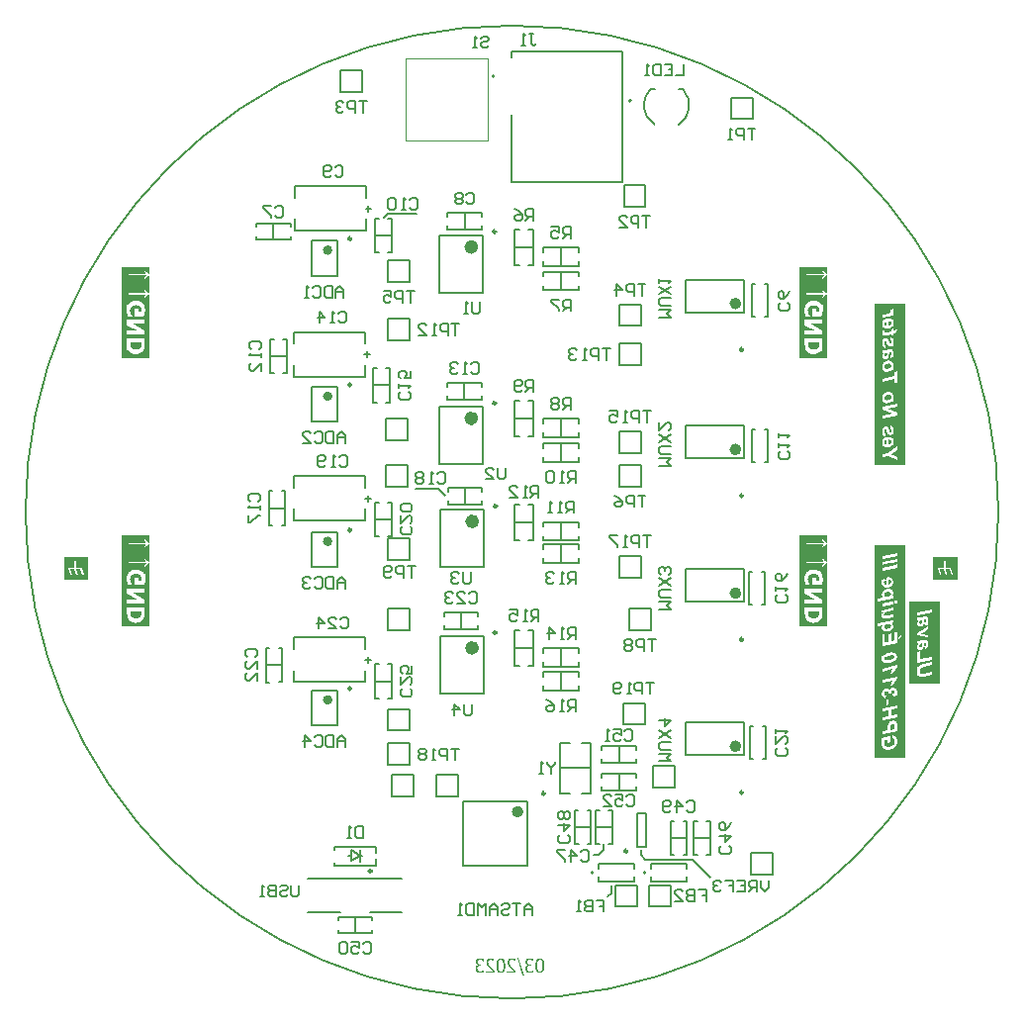
<source format=gbo>
G04*
G04 #@! TF.GenerationSoftware,Altium Limited,Altium Designer,23.3.1 (30)*
G04*
G04 Layer_Color=39423*
%FSLAX25Y25*%
%MOIN*%
G70*
G04*
G04 #@! TF.SameCoordinates,7FDB2B4D-D7D5-4B3D-9FC9-9F88D19D1CF5*
G04*
G04*
G04 #@! TF.FilePolarity,Positive*
G04*
G01*
G75*
%ADD10C,0.00984*%
%ADD11C,0.00600*%
%ADD12C,0.01575*%
%ADD13C,0.00787*%
%ADD14C,0.01968*%
%ADD15C,0.02362*%
%ADD16C,0.00591*%
%ADD17C,0.00630*%
%ADD88C,0.00394*%
%ADD89C,0.00500*%
G36*
X150148Y-22835D02*
X141978D01*
Y-15256D01*
X150148D01*
Y-22835D01*
D02*
G37*
G36*
X-122047Y-38583D02*
X-131496D01*
Y-7874D01*
X-122047D01*
Y-38583D01*
D02*
G37*
G36*
X106299Y-38583D02*
X96850D01*
Y-7874D01*
X106299D01*
Y-38583D01*
D02*
G37*
G36*
X132480Y15748D02*
X122047D01*
Y70276D01*
X132480D01*
Y15748D01*
D02*
G37*
G36*
X132480Y-82677D02*
X122047D01*
Y-11122D01*
X132480D01*
Y-82677D01*
D02*
G37*
G36*
X-122047Y51968D02*
X-131496D01*
Y82677D01*
X-122047D01*
Y51968D01*
D02*
G37*
G36*
X106299Y80113D02*
X106281Y80122D01*
X106235Y80141D01*
X106172Y80177D01*
X106081Y80223D01*
X105962Y80286D01*
X105844Y80359D01*
X105707Y80450D01*
X105561Y80560D01*
X105543Y80578D01*
X105488Y80614D01*
X105415Y80687D01*
X105306Y80778D01*
X105170Y80906D01*
X105015Y81061D01*
X104842Y81234D01*
X104650Y81443D01*
X106299D01*
Y80113D01*
D02*
G37*
G36*
Y78574D02*
X104641D01*
X104650Y78583D01*
X104659Y78601D01*
X104687Y78628D01*
X104723Y78665D01*
X104823Y78774D01*
X104942Y78902D01*
X105088Y79038D01*
X105233Y79184D01*
X105379Y79321D01*
X105525Y79448D01*
X105543Y79457D01*
X105589Y79494D01*
X105661Y79549D01*
X105762Y79621D01*
X105880Y79694D01*
X106008Y79776D01*
X106153Y79858D01*
X106299Y79931D01*
Y78574D01*
D02*
G37*
G36*
Y81443D02*
X104350D01*
Y81434D01*
X104359Y81425D01*
X104386Y81371D01*
X104432Y81279D01*
X104486Y81179D01*
X104541Y81079D01*
X104596Y80970D01*
X104659Y80869D01*
X104705Y80787D01*
X104714Y80778D01*
X104732Y80751D01*
X104760Y80705D01*
X104805Y80642D01*
X104860Y80560D01*
X104933Y80469D01*
X105024Y80350D01*
X105124Y80213D01*
X99266D01*
Y79804D01*
X105124D01*
X105115Y79794D01*
X105106Y79785D01*
X105088Y79758D01*
X105051Y79722D01*
X105015Y79676D01*
X104978Y79621D01*
X104924Y79558D01*
X104869Y79485D01*
X104814Y79403D01*
X104751Y79312D01*
X104687Y79211D01*
X104623Y79102D01*
X104486Y78856D01*
X104350Y78574D01*
X99266D01*
X106299D01*
Y74975D01*
D01*
Y73645D01*
X106281Y73654D01*
X106235Y73672D01*
X106172Y73709D01*
X106081Y73755D01*
X105962Y73818D01*
X105844Y73891D01*
X105707Y73982D01*
X105561Y74092D01*
X105543Y74110D01*
X105488Y74146D01*
X105415Y74219D01*
X105306Y74310D01*
X105170Y74438D01*
X105015Y74593D01*
X104842Y74766D01*
X104650Y74975D01*
X105060D01*
X104350D01*
Y74966D01*
X104359Y74957D01*
X104386Y74902D01*
X104432Y74811D01*
X104486Y74711D01*
X104541Y74611D01*
X104596Y74502D01*
X104659Y74401D01*
X104705Y74319D01*
X104714Y74310D01*
X104732Y74283D01*
X104760Y74237D01*
X104805Y74174D01*
X104860Y74092D01*
X104933Y74001D01*
X105024Y73882D01*
X105124Y73745D01*
X99266D01*
Y73335D01*
X105124D01*
X105115Y73326D01*
X105106Y73317D01*
X105088Y73290D01*
X105051Y73253D01*
X105015Y73208D01*
X104978Y73153D01*
X104924Y73089D01*
X104869Y73017D01*
X104814Y72935D01*
X104751Y72843D01*
X104687Y72743D01*
X104623Y72634D01*
X104486Y72388D01*
X104350Y72106D01*
X99266D01*
X106299D01*
Y51968D01*
X96850D01*
Y82677D01*
X106299D01*
Y81443D01*
D02*
G37*
G36*
Y72106D02*
X104641D01*
X104650Y72115D01*
X104659Y72133D01*
X104687Y72160D01*
X104723Y72197D01*
X104823Y72306D01*
X104942Y72434D01*
X105088Y72570D01*
X105233Y72716D01*
X105379Y72853D01*
X105525Y72980D01*
X105543Y72989D01*
X105589Y73026D01*
X105661Y73080D01*
X105762Y73153D01*
X105880Y73226D01*
X106008Y73308D01*
X106153Y73390D01*
X106299Y73463D01*
Y72106D01*
D02*
G37*
G36*
X144291Y-57874D02*
X133858D01*
Y-30315D01*
X144291D01*
Y-57874D01*
D02*
G37*
G36*
X6080Y-150368D02*
X6204Y-150376D01*
X6313Y-150390D01*
X6422Y-150405D01*
X6510Y-150427D01*
X6583Y-150441D01*
X6627Y-150449D01*
X6634Y-150456D01*
X6641D01*
X6765Y-150492D01*
X6874Y-150522D01*
X6969Y-150558D01*
X7049Y-150587D01*
X7115Y-150616D01*
X7159Y-150638D01*
X7188Y-150653D01*
X7195Y-150660D01*
Y-151323D01*
X7159D01*
X7093Y-151280D01*
X7028Y-151236D01*
X6976Y-151207D01*
X6969Y-151199D01*
X6962D01*
X6867Y-151148D01*
X6780Y-151105D01*
X6743Y-151083D01*
X6714Y-151076D01*
X6699Y-151061D01*
X6692D01*
X6568Y-151017D01*
X6510Y-150995D01*
X6459Y-150981D01*
X6415Y-150966D01*
X6386Y-150959D01*
X6364Y-150952D01*
X6357D01*
X6226Y-150923D01*
X6174Y-150915D01*
X6116D01*
X6080Y-150908D01*
X6014D01*
X5897Y-150915D01*
X5839Y-150923D01*
X5796D01*
X5759Y-150930D01*
X5723Y-150937D01*
X5708Y-150944D01*
X5701D01*
X5599Y-150974D01*
X5511Y-151010D01*
X5482Y-151032D01*
X5460Y-151047D01*
X5446Y-151054D01*
X5438Y-151061D01*
X5365Y-151127D01*
X5307Y-151192D01*
X5285Y-151221D01*
X5271Y-151243D01*
X5256Y-151258D01*
Y-151265D01*
X5212Y-151367D01*
X5190Y-151469D01*
X5183Y-151513D01*
Y-151549D01*
Y-151571D01*
Y-151579D01*
X5198Y-151717D01*
X5227Y-151834D01*
X5271Y-151936D01*
X5314Y-152016D01*
X5365Y-152082D01*
X5409Y-152133D01*
X5438Y-152162D01*
X5453Y-152169D01*
X5562Y-152235D01*
X5679Y-152286D01*
X5796Y-152322D01*
X5905Y-152344D01*
X6000Y-152359D01*
X6080Y-152373D01*
X6357D01*
Y-152898D01*
X6087D01*
X5934Y-152905D01*
X5868Y-152913D01*
X5810Y-152920D01*
X5759Y-152927D01*
X5723Y-152935D01*
X5701Y-152942D01*
X5693D01*
X5570Y-152978D01*
X5511Y-153000D01*
X5467Y-153022D01*
X5424Y-153044D01*
X5395Y-153059D01*
X5380Y-153066D01*
X5373Y-153073D01*
X5285Y-153153D01*
X5220Y-153241D01*
X5198Y-153277D01*
X5183Y-153306D01*
X5169Y-153328D01*
Y-153335D01*
X5139Y-153401D01*
X5125Y-153474D01*
X5110Y-153540D01*
X5096Y-153612D01*
Y-153671D01*
X5088Y-153715D01*
Y-153744D01*
Y-153758D01*
Y-153853D01*
X5103Y-153941D01*
X5110Y-154014D01*
X5125Y-154072D01*
X5139Y-154123D01*
X5147Y-154167D01*
X5161Y-154188D01*
Y-154196D01*
X5220Y-154312D01*
X5249Y-154363D01*
X5278Y-154414D01*
X5307Y-154451D01*
X5329Y-154480D01*
X5344Y-154495D01*
X5351Y-154502D01*
X5460Y-154589D01*
X5562Y-154655D01*
X5606Y-154677D01*
X5642Y-154692D01*
X5672Y-154706D01*
X5679D01*
X5825Y-154743D01*
X5890Y-154750D01*
X5949Y-154757D01*
X6000Y-154764D01*
X6072D01*
X6196Y-154757D01*
X6320Y-154743D01*
X6437Y-154721D01*
X6539Y-154699D01*
X6627Y-154677D01*
X6692Y-154655D01*
X6736Y-154640D01*
X6743Y-154633D01*
X6751D01*
X6867Y-154582D01*
X6976Y-154531D01*
X7064Y-154487D01*
X7144Y-154444D01*
X7202Y-154407D01*
X7246Y-154378D01*
X7275Y-154356D01*
X7283Y-154349D01*
X7326D01*
Y-155019D01*
X7232Y-155063D01*
X7137Y-155107D01*
X7042Y-155136D01*
X6947Y-155165D01*
X6867Y-155194D01*
X6802Y-155209D01*
X6758Y-155216D01*
X6751Y-155224D01*
X6743D01*
X6612Y-155253D01*
X6481Y-155275D01*
X6357Y-155289D01*
X6255Y-155297D01*
X6160Y-155304D01*
X6087Y-155311D01*
X6029D01*
X5890Y-155304D01*
X5766Y-155297D01*
X5657Y-155275D01*
X5555Y-155253D01*
X5475Y-155238D01*
X5416Y-155216D01*
X5380Y-155209D01*
X5365Y-155202D01*
X5263Y-155158D01*
X5161Y-155107D01*
X5081Y-155049D01*
X5001Y-154998D01*
X4942Y-154947D01*
X4899Y-154910D01*
X4870Y-154881D01*
X4862Y-154874D01*
X4789Y-154794D01*
X4731Y-154713D01*
X4680Y-154633D01*
X4636Y-154560D01*
X4600Y-154495D01*
X4578Y-154444D01*
X4563Y-154414D01*
X4556Y-154400D01*
X4520Y-154298D01*
X4491Y-154196D01*
X4469Y-154094D01*
X4454Y-154006D01*
X4447Y-153926D01*
X4439Y-153860D01*
Y-153824D01*
Y-153809D01*
X4447Y-153700D01*
X4454Y-153598D01*
X4469Y-153503D01*
X4483Y-153430D01*
X4505Y-153365D01*
X4520Y-153321D01*
X4527Y-153292D01*
X4534Y-153285D01*
X4571Y-153204D01*
X4614Y-153139D01*
X4651Y-153073D01*
X4687Y-153022D01*
X4724Y-152986D01*
X4753Y-152949D01*
X4768Y-152935D01*
X4775Y-152927D01*
X4884Y-152840D01*
X4986Y-152774D01*
X5030Y-152752D01*
X5066Y-152738D01*
X5088Y-152723D01*
X5096D01*
X5220Y-152679D01*
X5271Y-152657D01*
X5322Y-152643D01*
X5358Y-152636D01*
X5387Y-152628D01*
X5409Y-152621D01*
X5416D01*
Y-152577D01*
X5285Y-152541D01*
X5169Y-152483D01*
X5059Y-152424D01*
X4972Y-152359D01*
X4899Y-152300D01*
X4840Y-152249D01*
X4811Y-152220D01*
X4797Y-152206D01*
X4709Y-152089D01*
X4644Y-151972D01*
X4600Y-151856D01*
X4563Y-151746D01*
X4549Y-151652D01*
X4542Y-151579D01*
X4534Y-151549D01*
Y-151528D01*
Y-151520D01*
Y-151513D01*
X4542Y-151404D01*
X4549Y-151309D01*
X4571Y-151221D01*
X4585Y-151148D01*
X4607Y-151090D01*
X4629Y-151039D01*
X4636Y-151010D01*
X4644Y-151003D01*
X4687Y-150923D01*
X4738Y-150850D01*
X4789Y-150791D01*
X4848Y-150733D01*
X4891Y-150689D01*
X4928Y-150660D01*
X4957Y-150638D01*
X4964Y-150631D01*
X5110Y-150543D01*
X5183Y-150507D01*
X5249Y-150478D01*
X5307Y-150456D01*
X5351Y-150441D01*
X5380Y-150427D01*
X5395D01*
X5489Y-150405D01*
X5584Y-150390D01*
X5679Y-150376D01*
X5766Y-150368D01*
X5839Y-150361D01*
X5956D01*
X6080Y-150368D01*
D02*
G37*
G36*
X29D02*
X146Y-150376D01*
X262Y-150390D01*
X364Y-150405D01*
X452Y-150427D01*
X518Y-150441D01*
X561Y-150449D01*
X569Y-150456D01*
X576D01*
X700Y-150492D01*
X809Y-150529D01*
X904Y-150558D01*
X977Y-150587D01*
X1042Y-150616D01*
X1086Y-150638D01*
X1115Y-150645D01*
X1123Y-150653D01*
Y-151323D01*
X1093D01*
X1028Y-151280D01*
X962Y-151243D01*
X933Y-151229D01*
X911Y-151214D01*
X897Y-151199D01*
X889D01*
X795Y-151141D01*
X714Y-151098D01*
X685Y-151083D01*
X656Y-151068D01*
X641Y-151061D01*
X634D01*
X510Y-151017D01*
X459Y-150995D01*
X408Y-150981D01*
X364Y-150966D01*
X328Y-150959D01*
X306Y-150952D01*
X299D01*
X168Y-150923D01*
X117Y-150915D01*
X58D01*
X22Y-150908D01*
X-44D01*
X-168Y-150915D01*
X-226Y-150923D01*
X-270Y-150930D01*
X-306Y-150944D01*
X-343Y-150952D01*
X-357Y-150959D01*
X-365D01*
X-467Y-151003D01*
X-554Y-151054D01*
X-583Y-151068D01*
X-605Y-151090D01*
X-620Y-151098D01*
X-627Y-151105D01*
X-700Y-151185D01*
X-751Y-151265D01*
X-765Y-151302D01*
X-780Y-151323D01*
X-795Y-151345D01*
Y-151353D01*
X-831Y-151469D01*
X-853Y-151586D01*
X-860Y-151630D01*
Y-151666D01*
Y-151695D01*
Y-151702D01*
X-853Y-151841D01*
X-831Y-151980D01*
X-795Y-152103D01*
X-758Y-152213D01*
X-722Y-152308D01*
X-685Y-152381D01*
X-678Y-152410D01*
X-663Y-152431D01*
X-656Y-152439D01*
Y-152446D01*
X-612Y-152519D01*
X-569Y-152592D01*
X-459Y-152745D01*
X-335Y-152905D01*
X-212Y-153059D01*
X-102Y-153190D01*
X-51Y-153248D01*
X-7Y-153299D01*
X29Y-153343D01*
X58Y-153372D01*
X73Y-153394D01*
X80Y-153401D01*
X182Y-153510D01*
X277Y-153612D01*
X372Y-153707D01*
X459Y-153795D01*
X532Y-153868D01*
X583Y-153919D01*
X620Y-153955D01*
X634Y-153970D01*
X846Y-154174D01*
X940Y-154276D01*
X1035Y-154363D01*
X1108Y-154436D01*
X1174Y-154495D01*
X1210Y-154531D01*
X1217Y-154538D01*
X1225Y-154546D01*
Y-155209D01*
X-1706D01*
Y-154662D01*
X634D01*
X547Y-154582D01*
X452Y-154495D01*
X350Y-154400D01*
X255Y-154312D01*
X175Y-154239D01*
X102Y-154174D01*
X58Y-154130D01*
X51Y-154123D01*
X44Y-154115D01*
X-95Y-153984D01*
X-219Y-153860D01*
X-335Y-153744D01*
X-430Y-153642D01*
X-510Y-153554D01*
X-576Y-153496D01*
X-612Y-153452D01*
X-627Y-153438D01*
X-758Y-153292D01*
X-817Y-153226D01*
X-868Y-153161D01*
X-911Y-153110D01*
X-948Y-153073D01*
X-970Y-153044D01*
X-977Y-153037D01*
X-1094Y-152884D01*
X-1137Y-152818D01*
X-1181Y-152752D01*
X-1218Y-152701D01*
X-1239Y-152657D01*
X-1254Y-152628D01*
X-1261Y-152621D01*
X-1341Y-152468D01*
X-1371Y-152395D01*
X-1400Y-152330D01*
X-1414Y-152278D01*
X-1429Y-152227D01*
X-1443Y-152198D01*
Y-152191D01*
X-1480Y-152009D01*
X-1495Y-151921D01*
X-1502Y-151841D01*
X-1509Y-151776D01*
Y-151717D01*
Y-151688D01*
Y-151673D01*
X-1502Y-151564D01*
X-1495Y-151462D01*
X-1451Y-151265D01*
X-1393Y-151105D01*
X-1320Y-150966D01*
X-1283Y-150908D01*
X-1247Y-150864D01*
X-1218Y-150821D01*
X-1188Y-150784D01*
X-1166Y-150755D01*
X-1145Y-150733D01*
X-1137Y-150726D01*
X-1130Y-150718D01*
X-1057Y-150653D01*
X-977Y-150602D01*
X-897Y-150551D01*
X-809Y-150514D01*
X-634Y-150449D01*
X-467Y-150405D01*
X-321Y-150383D01*
X-255Y-150368D01*
X-197D01*
X-153Y-150361D01*
X-88D01*
X29Y-150368D01*
D02*
G37*
G36*
X-7101D02*
X-6984Y-150376D01*
X-6867Y-150390D01*
X-6765Y-150405D01*
X-6678Y-150427D01*
X-6612Y-150441D01*
X-6568Y-150449D01*
X-6561Y-150456D01*
X-6554D01*
X-6430Y-150492D01*
X-6320Y-150529D01*
X-6226Y-150558D01*
X-6153Y-150587D01*
X-6087Y-150616D01*
X-6044Y-150638D01*
X-6014Y-150645D01*
X-6007Y-150653D01*
Y-151323D01*
X-6036D01*
X-6102Y-151280D01*
X-6167Y-151243D01*
X-6197Y-151229D01*
X-6218Y-151214D01*
X-6233Y-151199D01*
X-6240D01*
X-6335Y-151141D01*
X-6415Y-151098D01*
X-6444Y-151083D01*
X-6474Y-151068D01*
X-6488Y-151061D01*
X-6496D01*
X-6619Y-151017D01*
X-6670Y-150995D01*
X-6722Y-150981D01*
X-6765Y-150966D01*
X-6802Y-150959D01*
X-6824Y-150952D01*
X-6831D01*
X-6962Y-150923D01*
X-7013Y-150915D01*
X-7071D01*
X-7108Y-150908D01*
X-7173D01*
X-7297Y-150915D01*
X-7356Y-150923D01*
X-7399Y-150930D01*
X-7436Y-150944D01*
X-7472Y-150952D01*
X-7487Y-150959D01*
X-7494D01*
X-7596Y-151003D01*
X-7684Y-151054D01*
X-7713Y-151068D01*
X-7735Y-151090D01*
X-7749Y-151098D01*
X-7757Y-151105D01*
X-7829Y-151185D01*
X-7881Y-151265D01*
X-7895Y-151302D01*
X-7910Y-151323D01*
X-7924Y-151345D01*
Y-151353D01*
X-7961Y-151469D01*
X-7983Y-151586D01*
X-7990Y-151630D01*
Y-151666D01*
Y-151695D01*
Y-151702D01*
X-7983Y-151841D01*
X-7961Y-151980D01*
X-7924Y-152103D01*
X-7888Y-152213D01*
X-7851Y-152308D01*
X-7815Y-152381D01*
X-7808Y-152410D01*
X-7793Y-152431D01*
X-7786Y-152439D01*
Y-152446D01*
X-7742Y-152519D01*
X-7698Y-152592D01*
X-7589Y-152745D01*
X-7465Y-152905D01*
X-7341Y-153059D01*
X-7232Y-153190D01*
X-7181Y-153248D01*
X-7137Y-153299D01*
X-7101Y-153343D01*
X-7071Y-153372D01*
X-7057Y-153394D01*
X-7050Y-153401D01*
X-6948Y-153510D01*
X-6853Y-153612D01*
X-6758Y-153707D01*
X-6670Y-153795D01*
X-6598Y-153868D01*
X-6547Y-153919D01*
X-6510Y-153955D01*
X-6496Y-153970D01*
X-6284Y-154174D01*
X-6189Y-154276D01*
X-6095Y-154363D01*
X-6022Y-154436D01*
X-5956Y-154495D01*
X-5920Y-154531D01*
X-5912Y-154538D01*
X-5905Y-154546D01*
Y-155209D01*
X-8836D01*
Y-154662D01*
X-6496D01*
X-6583Y-154582D01*
X-6678Y-154495D01*
X-6780Y-154400D01*
X-6875Y-154312D01*
X-6955Y-154239D01*
X-7028Y-154174D01*
X-7071Y-154130D01*
X-7079Y-154123D01*
X-7086Y-154115D01*
X-7225Y-153984D01*
X-7348Y-153860D01*
X-7465Y-153744D01*
X-7560Y-153642D01*
X-7640Y-153554D01*
X-7706Y-153496D01*
X-7742Y-153452D01*
X-7757Y-153438D01*
X-7888Y-153292D01*
X-7946Y-153226D01*
X-7997Y-153161D01*
X-8041Y-153110D01*
X-8077Y-153073D01*
X-8099Y-153044D01*
X-8107Y-153037D01*
X-8223Y-152884D01*
X-8267Y-152818D01*
X-8311Y-152752D01*
X-8347Y-152701D01*
X-8369Y-152657D01*
X-8384Y-152628D01*
X-8391Y-152621D01*
X-8471Y-152468D01*
X-8500Y-152395D01*
X-8529Y-152330D01*
X-8544Y-152278D01*
X-8558Y-152227D01*
X-8573Y-152198D01*
Y-152191D01*
X-8610Y-152009D01*
X-8624Y-151921D01*
X-8631Y-151841D01*
X-8639Y-151776D01*
Y-151717D01*
Y-151688D01*
Y-151673D01*
X-8631Y-151564D01*
X-8624Y-151462D01*
X-8580Y-151265D01*
X-8522Y-151105D01*
X-8449Y-150966D01*
X-8413Y-150908D01*
X-8376Y-150864D01*
X-8347Y-150821D01*
X-8318Y-150784D01*
X-8296Y-150755D01*
X-8274Y-150733D01*
X-8267Y-150726D01*
X-8260Y-150718D01*
X-8187Y-150653D01*
X-8107Y-150602D01*
X-8026Y-150551D01*
X-7939Y-150514D01*
X-7764Y-150449D01*
X-7596Y-150405D01*
X-7451Y-150383D01*
X-7385Y-150368D01*
X-7327D01*
X-7283Y-150361D01*
X-7217D01*
X-7101Y-150368D01*
D02*
G37*
G36*
X-10673D02*
X-10549Y-150376D01*
X-10439Y-150390D01*
X-10330Y-150405D01*
X-10243Y-150427D01*
X-10170Y-150441D01*
X-10126Y-150449D01*
X-10119Y-150456D01*
X-10111D01*
X-9987Y-150492D01*
X-9878Y-150522D01*
X-9783Y-150558D01*
X-9703Y-150587D01*
X-9638Y-150616D01*
X-9594Y-150638D01*
X-9565Y-150653D01*
X-9557Y-150660D01*
Y-151323D01*
X-9594D01*
X-9659Y-151280D01*
X-9725Y-151236D01*
X-9776Y-151207D01*
X-9783Y-151199D01*
X-9791D01*
X-9885Y-151148D01*
X-9973Y-151105D01*
X-10009Y-151083D01*
X-10038Y-151076D01*
X-10053Y-151061D01*
X-10060D01*
X-10184Y-151017D01*
X-10243Y-150995D01*
X-10294Y-150981D01*
X-10337Y-150966D01*
X-10367Y-150959D01*
X-10388Y-150952D01*
X-10396D01*
X-10527Y-150923D01*
X-10578Y-150915D01*
X-10636D01*
X-10673Y-150908D01*
X-10738D01*
X-10855Y-150915D01*
X-10913Y-150923D01*
X-10957D01*
X-10993Y-150930D01*
X-11030Y-150937D01*
X-11044Y-150944D01*
X-11052D01*
X-11154Y-150974D01*
X-11241Y-151010D01*
X-11270Y-151032D01*
X-11292Y-151047D01*
X-11307Y-151054D01*
X-11314Y-151061D01*
X-11387Y-151127D01*
X-11445Y-151192D01*
X-11467Y-151221D01*
X-11482Y-151243D01*
X-11496Y-151258D01*
Y-151265D01*
X-11540Y-151367D01*
X-11562Y-151469D01*
X-11569Y-151513D01*
Y-151549D01*
Y-151571D01*
Y-151579D01*
X-11555Y-151717D01*
X-11526Y-151834D01*
X-11482Y-151936D01*
X-11438Y-152016D01*
X-11387Y-152082D01*
X-11343Y-152133D01*
X-11314Y-152162D01*
X-11300Y-152169D01*
X-11190Y-152235D01*
X-11074Y-152286D01*
X-10957Y-152322D01*
X-10848Y-152344D01*
X-10753Y-152359D01*
X-10673Y-152373D01*
X-10396D01*
Y-152898D01*
X-10665D01*
X-10818Y-152905D01*
X-10884Y-152913D01*
X-10942Y-152920D01*
X-10993Y-152927D01*
X-11030Y-152935D01*
X-11052Y-152942D01*
X-11059D01*
X-11183Y-152978D01*
X-11241Y-153000D01*
X-11285Y-153022D01*
X-11329Y-153044D01*
X-11358Y-153059D01*
X-11372Y-153066D01*
X-11380Y-153073D01*
X-11467Y-153153D01*
X-11533Y-153241D01*
X-11555Y-153277D01*
X-11569Y-153306D01*
X-11584Y-153328D01*
Y-153335D01*
X-11613Y-153401D01*
X-11628Y-153474D01*
X-11642Y-153540D01*
X-11657Y-153612D01*
Y-153671D01*
X-11664Y-153715D01*
Y-153744D01*
Y-153758D01*
Y-153853D01*
X-11649Y-153941D01*
X-11642Y-154014D01*
X-11628Y-154072D01*
X-11613Y-154123D01*
X-11606Y-154167D01*
X-11591Y-154188D01*
Y-154196D01*
X-11533Y-154312D01*
X-11504Y-154363D01*
X-11474Y-154414D01*
X-11445Y-154451D01*
X-11423Y-154480D01*
X-11409Y-154495D01*
X-11402Y-154502D01*
X-11292Y-154589D01*
X-11190Y-154655D01*
X-11146Y-154677D01*
X-11110Y-154692D01*
X-11081Y-154706D01*
X-11074D01*
X-10928Y-154743D01*
X-10862Y-154750D01*
X-10804Y-154757D01*
X-10753Y-154764D01*
X-10680D01*
X-10556Y-154757D01*
X-10432Y-154743D01*
X-10315Y-154721D01*
X-10213Y-154699D01*
X-10126Y-154677D01*
X-10060Y-154655D01*
X-10017Y-154640D01*
X-10009Y-154633D01*
X-10002D01*
X-9885Y-154582D01*
X-9776Y-154531D01*
X-9689Y-154487D01*
X-9608Y-154444D01*
X-9550Y-154407D01*
X-9506Y-154378D01*
X-9477Y-154356D01*
X-9470Y-154349D01*
X-9426D01*
Y-155019D01*
X-9521Y-155063D01*
X-9616Y-155107D01*
X-9710Y-155136D01*
X-9805Y-155165D01*
X-9885Y-155194D01*
X-9951Y-155209D01*
X-9995Y-155216D01*
X-10002Y-155224D01*
X-10009D01*
X-10141Y-155253D01*
X-10272Y-155275D01*
X-10396Y-155289D01*
X-10498Y-155297D01*
X-10592Y-155304D01*
X-10665Y-155311D01*
X-10724D01*
X-10862Y-155304D01*
X-10986Y-155297D01*
X-11095Y-155275D01*
X-11197Y-155253D01*
X-11278Y-155238D01*
X-11336Y-155216D01*
X-11372Y-155209D01*
X-11387Y-155202D01*
X-11489Y-155158D01*
X-11591Y-155107D01*
X-11671Y-155049D01*
X-11752Y-154998D01*
X-11810Y-154947D01*
X-11854Y-154910D01*
X-11883Y-154881D01*
X-11890Y-154874D01*
X-11963Y-154794D01*
X-12021Y-154713D01*
X-12072Y-154633D01*
X-12116Y-154560D01*
X-12152Y-154495D01*
X-12174Y-154444D01*
X-12189Y-154414D01*
X-12196Y-154400D01*
X-12233Y-154298D01*
X-12262Y-154196D01*
X-12284Y-154094D01*
X-12298Y-154006D01*
X-12306Y-153926D01*
X-12313Y-153860D01*
Y-153824D01*
Y-153809D01*
X-12306Y-153700D01*
X-12298Y-153598D01*
X-12284Y-153503D01*
X-12269Y-153430D01*
X-12247Y-153365D01*
X-12233Y-153321D01*
X-12225Y-153292D01*
X-12218Y-153285D01*
X-12182Y-153204D01*
X-12138Y-153139D01*
X-12101Y-153073D01*
X-12065Y-153022D01*
X-12029Y-152986D01*
X-11999Y-152949D01*
X-11985Y-152935D01*
X-11977Y-152927D01*
X-11868Y-152840D01*
X-11766Y-152774D01*
X-11722Y-152752D01*
X-11686Y-152738D01*
X-11664Y-152723D01*
X-11657D01*
X-11533Y-152679D01*
X-11482Y-152657D01*
X-11431Y-152643D01*
X-11394Y-152636D01*
X-11365Y-152628D01*
X-11343Y-152621D01*
X-11336D01*
Y-152577D01*
X-11467Y-152541D01*
X-11584Y-152483D01*
X-11693Y-152424D01*
X-11781Y-152359D01*
X-11854Y-152300D01*
X-11912Y-152249D01*
X-11941Y-152220D01*
X-11956Y-152206D01*
X-12043Y-152089D01*
X-12109Y-151972D01*
X-12152Y-151856D01*
X-12189Y-151746D01*
X-12203Y-151652D01*
X-12211Y-151579D01*
X-12218Y-151549D01*
Y-151528D01*
Y-151520D01*
Y-151513D01*
X-12211Y-151404D01*
X-12203Y-151309D01*
X-12182Y-151221D01*
X-12167Y-151148D01*
X-12145Y-151090D01*
X-12123Y-151039D01*
X-12116Y-151010D01*
X-12109Y-151003D01*
X-12065Y-150923D01*
X-12014Y-150850D01*
X-11963Y-150791D01*
X-11905Y-150733D01*
X-11861Y-150689D01*
X-11824Y-150660D01*
X-11795Y-150638D01*
X-11788Y-150631D01*
X-11642Y-150543D01*
X-11569Y-150507D01*
X-11504Y-150478D01*
X-11445Y-150456D01*
X-11402Y-150441D01*
X-11372Y-150427D01*
X-11358D01*
X-11263Y-150405D01*
X-11168Y-150390D01*
X-11074Y-150376D01*
X-10986Y-150368D01*
X-10913Y-150361D01*
X-10797D01*
X-10673Y-150368D01*
D02*
G37*
G36*
X9557D02*
X9688Y-150383D01*
X9812Y-150419D01*
X9929Y-150456D01*
X10031Y-150500D01*
X10126Y-150551D01*
X10213Y-150602D01*
X10286Y-150660D01*
X10352Y-150718D01*
X10410Y-150769D01*
X10461Y-150821D01*
X10498Y-150864D01*
X10534Y-150901D01*
X10556Y-150930D01*
X10563Y-150952D01*
X10570Y-150959D01*
X10636Y-151076D01*
X10687Y-151214D01*
X10738Y-151353D01*
X10782Y-151506D01*
X10847Y-151819D01*
X10891Y-152125D01*
X10906Y-152271D01*
X10913Y-152402D01*
X10920Y-152526D01*
X10928Y-152628D01*
X10935Y-152716D01*
Y-152781D01*
Y-152825D01*
Y-152832D01*
Y-152840D01*
X10928Y-153066D01*
X10920Y-153277D01*
X10898Y-153474D01*
X10877Y-153664D01*
X10847Y-153831D01*
X10818Y-153984D01*
X10789Y-154123D01*
X10753Y-154239D01*
X10716Y-154349D01*
X10687Y-154444D01*
X10658Y-154524D01*
X10629Y-154589D01*
X10607Y-154640D01*
X10585Y-154677D01*
X10578Y-154699D01*
X10570Y-154706D01*
X10498Y-154815D01*
X10417Y-154903D01*
X10330Y-154983D01*
X10235Y-155056D01*
X10140Y-155114D01*
X10046Y-155165D01*
X9951Y-155202D01*
X9856Y-155238D01*
X9769Y-155260D01*
X9688Y-155282D01*
X9615Y-155289D01*
X9550Y-155304D01*
X9492D01*
X9455Y-155311D01*
X9419D01*
X9280Y-155304D01*
X9149Y-155282D01*
X9025Y-155253D01*
X8916Y-155216D01*
X8813Y-155173D01*
X8719Y-155122D01*
X8631Y-155070D01*
X8558Y-155012D01*
X8493Y-154954D01*
X8434Y-154903D01*
X8383Y-154852D01*
X8347Y-154808D01*
X8310Y-154772D01*
X8289Y-154735D01*
X8281Y-154721D01*
X8274Y-154713D01*
X8208Y-154597D01*
X8150Y-154458D01*
X8099Y-154320D01*
X8055Y-154167D01*
X7990Y-153860D01*
X7946Y-153554D01*
X7931Y-153408D01*
X7924Y-153277D01*
X7917Y-153153D01*
X7910Y-153051D01*
X7902Y-152964D01*
Y-152898D01*
Y-152854D01*
Y-152840D01*
X7910Y-152614D01*
X7917Y-152402D01*
X7939Y-152206D01*
X7961Y-152023D01*
X7990Y-151856D01*
X8019Y-151710D01*
X8055Y-151571D01*
X8084Y-151447D01*
X8121Y-151338D01*
X8157Y-151243D01*
X8187Y-151163D01*
X8216Y-151098D01*
X8238Y-151047D01*
X8259Y-151010D01*
X8267Y-150988D01*
X8274Y-150981D01*
X8347Y-150872D01*
X8427Y-150777D01*
X8515Y-150697D01*
X8609Y-150624D01*
X8704Y-150565D01*
X8799Y-150514D01*
X8894Y-150470D01*
X8981Y-150441D01*
X9069Y-150412D01*
X9149Y-150390D01*
X9229Y-150383D01*
X9287Y-150368D01*
X9346D01*
X9382Y-150361D01*
X9419D01*
X9557Y-150368D01*
D02*
G37*
G36*
X-3630D02*
X-3499Y-150383D01*
X-3375Y-150419D01*
X-3259Y-150456D01*
X-3157Y-150500D01*
X-3062Y-150551D01*
X-2974Y-150602D01*
X-2902Y-150660D01*
X-2836Y-150718D01*
X-2778Y-150769D01*
X-2726Y-150821D01*
X-2690Y-150864D01*
X-2654Y-150901D01*
X-2632Y-150930D01*
X-2624Y-150952D01*
X-2617Y-150959D01*
X-2552Y-151076D01*
X-2501Y-151214D01*
X-2450Y-151353D01*
X-2406Y-151506D01*
X-2340Y-151819D01*
X-2296Y-152125D01*
X-2282Y-152271D01*
X-2275Y-152402D01*
X-2267Y-152526D01*
X-2260Y-152628D01*
X-2253Y-152716D01*
Y-152781D01*
Y-152825D01*
Y-152832D01*
Y-152840D01*
X-2260Y-153066D01*
X-2267Y-153277D01*
X-2289Y-153474D01*
X-2311Y-153664D01*
X-2340Y-153831D01*
X-2369Y-153984D01*
X-2399Y-154123D01*
X-2435Y-154239D01*
X-2471Y-154349D01*
X-2501Y-154444D01*
X-2530Y-154524D01*
X-2559Y-154589D01*
X-2581Y-154640D01*
X-2603Y-154677D01*
X-2610Y-154699D01*
X-2617Y-154706D01*
X-2690Y-154815D01*
X-2770Y-154903D01*
X-2858Y-154983D01*
X-2953Y-155056D01*
X-3047Y-155114D01*
X-3142Y-155165D01*
X-3237Y-155202D01*
X-3332Y-155238D01*
X-3419Y-155260D01*
X-3499Y-155282D01*
X-3572Y-155289D01*
X-3638Y-155304D01*
X-3696D01*
X-3733Y-155311D01*
X-3769D01*
X-3907Y-155304D01*
X-4039Y-155282D01*
X-4163Y-155253D01*
X-4272Y-155216D01*
X-4374Y-155173D01*
X-4469Y-155122D01*
X-4556Y-155070D01*
X-4629Y-155012D01*
X-4695Y-154954D01*
X-4753Y-154903D01*
X-4804Y-154852D01*
X-4841Y-154808D01*
X-4877Y-154772D01*
X-4899Y-154735D01*
X-4906Y-154721D01*
X-4913Y-154713D01*
X-4979Y-154597D01*
X-5037Y-154458D01*
X-5088Y-154320D01*
X-5132Y-154167D01*
X-5198Y-153860D01*
X-5242Y-153554D01*
X-5256Y-153408D01*
X-5263Y-153277D01*
X-5271Y-153153D01*
X-5278Y-153051D01*
X-5285Y-152964D01*
Y-152898D01*
Y-152854D01*
Y-152840D01*
X-5278Y-152614D01*
X-5271Y-152402D01*
X-5249Y-152206D01*
X-5227Y-152023D01*
X-5198Y-151856D01*
X-5169Y-151710D01*
X-5132Y-151571D01*
X-5103Y-151447D01*
X-5067Y-151338D01*
X-5030Y-151243D01*
X-5001Y-151163D01*
X-4972Y-151098D01*
X-4950Y-151047D01*
X-4928Y-151010D01*
X-4921Y-150988D01*
X-4913Y-150981D01*
X-4841Y-150872D01*
X-4761Y-150777D01*
X-4673Y-150697D01*
X-4578Y-150624D01*
X-4483Y-150565D01*
X-4389Y-150514D01*
X-4294Y-150470D01*
X-4206Y-150441D01*
X-4119Y-150412D01*
X-4039Y-150390D01*
X-3959Y-150383D01*
X-3900Y-150368D01*
X-3842D01*
X-3805Y-150361D01*
X-3769D01*
X-3630Y-150368D01*
D02*
G37*
G36*
X4141Y-156244D02*
X3608D01*
X1742Y-150252D01*
X2289D01*
X4141Y-156244D01*
D02*
G37*
G36*
X-142766Y-22835D02*
X-150935D01*
Y-15256D01*
X-142766D01*
Y-22835D01*
D02*
G37*
%LPC*%
G36*
X146121Y-16412D02*
X145575D01*
Y-18709D01*
X143475D01*
X144131Y-21245D01*
X144678D01*
X144146Y-19248D01*
X145582D01*
X146114Y-21245D01*
X146668D01*
X146129Y-19248D01*
X147572D01*
X148104Y-21245D01*
X148651D01*
X147995Y-18709D01*
X146121D01*
Y-16412D01*
D02*
G37*
G36*
X-123696Y-9108D02*
X-123997D01*
Y-9117D01*
X-123988Y-9126D01*
X-123960Y-9181D01*
X-123915Y-9272D01*
X-123860Y-9372D01*
X-123805Y-9472D01*
X-123751Y-9582D01*
X-123687Y-9682D01*
X-123642Y-9764D01*
X-123632Y-9773D01*
X-123614Y-9800D01*
X-123587Y-9846D01*
X-123541Y-9910D01*
X-123487Y-9991D01*
X-123414Y-10083D01*
X-123323Y-10201D01*
X-123222Y-10338D01*
X-129080D01*
Y-10748D01*
X-123222D01*
X-123231Y-10757D01*
X-123241Y-10766D01*
X-123259Y-10793D01*
X-123295Y-10830D01*
X-123332Y-10875D01*
X-123368Y-10930D01*
X-123423Y-10994D01*
X-123477Y-11067D01*
X-123532Y-11148D01*
X-123596Y-11240D01*
X-123660Y-11340D01*
X-123723Y-11449D01*
X-123860Y-11695D01*
X-123997Y-11977D01*
X-129080D01*
X-122047D01*
Y-10429D01*
Y-10438D01*
X-122065Y-10429D01*
X-122111Y-10411D01*
X-122175Y-10374D01*
X-122266Y-10329D01*
X-122384Y-10265D01*
X-122503Y-10192D01*
X-122639Y-10101D01*
X-122785Y-9991D01*
X-122803Y-9973D01*
X-122858Y-9937D01*
X-122931Y-9864D01*
X-123040Y-9773D01*
X-123177Y-9645D01*
X-123332Y-9490D01*
X-123505Y-9317D01*
X-123696Y-9108D01*
D02*
G37*
G36*
Y-15576D02*
X-123997D01*
Y-15585D01*
X-123988Y-15594D01*
X-123960Y-15649D01*
X-123915Y-15740D01*
X-123860Y-15840D01*
X-123805Y-15940D01*
X-123751Y-16050D01*
X-123687Y-16150D01*
X-123642Y-16232D01*
X-123632Y-16241D01*
X-123614Y-16268D01*
X-123587Y-16314D01*
X-123541Y-16378D01*
X-123487Y-16460D01*
X-123414Y-16551D01*
X-123323Y-16669D01*
X-123222Y-16806D01*
X-129080D01*
Y-17216D01*
X-123222D01*
X-123231Y-17225D01*
X-123241Y-17234D01*
X-123259Y-17261D01*
X-123295Y-17298D01*
X-123332Y-17343D01*
X-123368Y-17398D01*
X-123423Y-17462D01*
X-123477Y-17535D01*
X-123532Y-17617D01*
X-123596Y-17708D01*
X-123660Y-17808D01*
X-123723Y-17917D01*
X-123860Y-18163D01*
X-123997Y-18446D01*
X-129080D01*
X-122047D01*
Y-16897D01*
Y-16906D01*
X-122065Y-16897D01*
X-122111Y-16879D01*
X-122175Y-16842D01*
X-122266Y-16797D01*
X-122384Y-16733D01*
X-122503Y-16660D01*
X-122639Y-16569D01*
X-122785Y-16460D01*
X-122803Y-16441D01*
X-122858Y-16405D01*
X-122931Y-16332D01*
X-123040Y-16241D01*
X-123177Y-16113D01*
X-123332Y-15959D01*
X-123505Y-15786D01*
X-123696Y-15576D01*
D02*
G37*
G36*
X-123623Y-19320D02*
Y-22308D01*
X-123632Y-22235D01*
Y-22144D01*
X-123651Y-22026D01*
X-123669Y-21889D01*
X-123687Y-21734D01*
X-123723Y-21570D01*
X-123769Y-21397D01*
X-123824Y-21215D01*
X-123888Y-21033D01*
X-123960Y-20851D01*
X-124051Y-20659D01*
X-124161Y-20486D01*
X-124288Y-20313D01*
X-124425Y-20149D01*
X-124434Y-20140D01*
X-124461Y-20113D01*
X-124507Y-20076D01*
X-124571Y-20022D01*
X-124662Y-19958D01*
X-124762Y-19885D01*
X-124880Y-19812D01*
X-125017Y-19739D01*
X-125172Y-19657D01*
X-125336Y-19584D01*
X-125527Y-19512D01*
X-125728Y-19448D01*
X-125955Y-19393D01*
X-126192Y-19357D01*
X-126447Y-19329D01*
X-126712Y-19320D01*
X-129791D01*
X-126775D01*
X-126848Y-19329D01*
X-126939D01*
X-127058Y-19347D01*
X-127194Y-19366D01*
X-127349Y-19393D01*
X-127513Y-19420D01*
X-127686Y-19466D01*
X-127868Y-19521D01*
X-128051Y-19593D01*
X-128242Y-19666D01*
X-128424Y-19767D01*
X-128606Y-19876D01*
X-128779Y-20003D01*
X-128944Y-20149D01*
X-128953Y-20158D01*
X-128980Y-20186D01*
X-129025Y-20231D01*
X-129080Y-20304D01*
X-129144Y-20386D01*
X-129208Y-20486D01*
X-129290Y-20605D01*
X-129372Y-20741D01*
X-129445Y-20896D01*
X-129526Y-21069D01*
X-129590Y-21251D01*
X-129663Y-21452D01*
X-129709Y-21670D01*
X-129754Y-21907D01*
X-129782Y-22153D01*
X-129791Y-22418D01*
Y-22390D01*
Y-22609D01*
X-129782Y-22682D01*
X-129772Y-22846D01*
X-129754Y-23046D01*
X-129727Y-23247D01*
X-129691Y-23447D01*
X-129645Y-23629D01*
Y-23638D01*
X-129636Y-23647D01*
X-129627Y-23675D01*
X-129618Y-23711D01*
X-129590Y-23802D01*
X-129545Y-23921D01*
X-129490Y-24067D01*
X-129426Y-24230D01*
X-129353Y-24413D01*
X-129262Y-24595D01*
X-127878D01*
Y-24449D01*
X-127896Y-24440D01*
X-127914Y-24413D01*
X-127941Y-24376D01*
X-127969Y-24331D01*
X-128005Y-24285D01*
X-128105Y-24148D01*
X-128114Y-24139D01*
X-128133Y-24112D01*
X-128160Y-24076D01*
X-128197Y-24021D01*
X-128279Y-23902D01*
X-128370Y-23757D01*
X-128379Y-23748D01*
X-128388Y-23720D01*
X-128415Y-23666D01*
X-128443Y-23611D01*
X-128479Y-23529D01*
X-128515Y-23438D01*
X-128552Y-23347D01*
X-128588Y-23237D01*
Y-23228D01*
X-128606Y-23183D01*
X-128616Y-23128D01*
X-128634Y-23055D01*
X-128652Y-22955D01*
X-128661Y-22855D01*
X-128679Y-22736D01*
Y-22554D01*
X-128670Y-22481D01*
X-128661Y-22390D01*
X-128652Y-22281D01*
X-128625Y-22163D01*
X-128597Y-22035D01*
X-128552Y-21916D01*
X-128543Y-21907D01*
X-128534Y-21862D01*
X-128497Y-21807D01*
X-128461Y-21734D01*
X-128415Y-21643D01*
X-128351Y-21552D01*
X-128279Y-21452D01*
X-128187Y-21361D01*
X-128178Y-21352D01*
X-128142Y-21324D01*
X-128096Y-21279D01*
X-128023Y-21233D01*
X-127932Y-21170D01*
X-127832Y-21115D01*
X-127714Y-21051D01*
X-127577Y-20996D01*
X-127559Y-20987D01*
X-127513Y-20978D01*
X-127440Y-20951D01*
X-127331Y-20933D01*
X-127213Y-20905D01*
X-127067Y-20878D01*
X-126903Y-20869D01*
X-126730Y-20860D01*
X-126721D01*
X-126684D01*
X-126630D01*
X-126557Y-20869D01*
X-126475Y-20878D01*
X-126374Y-20887D01*
X-126265Y-20905D01*
X-126147Y-20923D01*
X-125901Y-20987D01*
X-125773Y-21033D01*
X-125646Y-21078D01*
X-125527Y-21142D01*
X-125409Y-21206D01*
X-125300Y-21288D01*
X-125199Y-21379D01*
X-125190Y-21388D01*
X-125181Y-21406D01*
X-125154Y-21434D01*
X-125126Y-21470D01*
X-125090Y-21525D01*
X-125044Y-21589D01*
X-124999Y-21670D01*
X-124953Y-21753D01*
X-124908Y-21844D01*
X-124862Y-21953D01*
X-124826Y-22071D01*
X-124780Y-22199D01*
X-124753Y-22336D01*
X-124726Y-22481D01*
X-124716Y-22636D01*
X-124707Y-22800D01*
Y-23119D01*
X-124716Y-23183D01*
X-125882D01*
Y-22026D01*
X-127003D01*
Y-24622D01*
X-129791D01*
X-124079D01*
X-124070Y-24604D01*
X-124051Y-24549D01*
X-124024Y-24467D01*
X-123979Y-24349D01*
X-123933Y-24203D01*
X-123888Y-24030D01*
X-123824Y-23830D01*
X-123769Y-23602D01*
Y-23593D01*
X-123760Y-23574D01*
Y-23538D01*
X-123751Y-23493D01*
X-123733Y-23438D01*
X-123723Y-23374D01*
X-123696Y-23219D01*
X-123669Y-23028D01*
X-123651Y-22818D01*
X-123632Y-22600D01*
X-123623Y-22372D01*
Y-23666D01*
Y-19320D01*
D02*
G37*
G36*
X-123751Y-25743D02*
X-129681D01*
Y-27565D01*
X-126283Y-29469D01*
X-129681D01*
Y-30826D01*
X-123751D01*
Y-25743D01*
D02*
G37*
G36*
Y-32029D02*
X-129681D01*
Y-34097D01*
X-129672Y-34251D01*
X-129663Y-34424D01*
X-129645Y-34625D01*
X-129627Y-34825D01*
X-129599Y-35035D01*
Y-35062D01*
X-129590Y-35090D01*
X-129581Y-35126D01*
X-129572Y-35181D01*
X-129554Y-35235D01*
X-129517Y-35372D01*
X-129472Y-35527D01*
X-129399Y-35700D01*
X-129317Y-35882D01*
X-129208Y-36064D01*
Y-36073D01*
X-129190Y-36092D01*
X-129171Y-36119D01*
X-129144Y-36165D01*
X-129053Y-36265D01*
X-128944Y-36401D01*
X-128798Y-36547D01*
X-128625Y-36702D01*
X-128424Y-36848D01*
X-128197Y-36984D01*
X-128187D01*
X-128169Y-37003D01*
X-128133Y-37021D01*
X-128087Y-37039D01*
X-128023Y-37066D01*
X-127951Y-37094D01*
X-127868Y-37121D01*
X-127777Y-37157D01*
X-127668Y-37194D01*
X-127559Y-37221D01*
X-127304Y-37276D01*
X-127012Y-37312D01*
X-126702Y-37331D01*
X-126620D01*
X-126566Y-37321D01*
X-126493D01*
X-126402Y-37312D01*
X-126311Y-37303D01*
X-126210Y-37285D01*
X-125974Y-37240D01*
X-125728Y-37176D01*
X-125473Y-37085D01*
X-125217Y-36966D01*
X-125208D01*
X-125190Y-36948D01*
X-125154Y-36930D01*
X-125108Y-36902D01*
X-125054Y-36866D01*
X-124999Y-36821D01*
X-124853Y-36711D01*
X-124689Y-36584D01*
X-124525Y-36429D01*
X-124361Y-36246D01*
X-124215Y-36046D01*
Y-36037D01*
X-124206Y-36028D01*
X-124188Y-36001D01*
X-124170Y-35964D01*
X-124115Y-35873D01*
X-124051Y-35745D01*
X-123988Y-35600D01*
X-123924Y-35427D01*
X-123869Y-35235D01*
X-123833Y-35035D01*
Y-35008D01*
X-123824Y-34980D01*
Y-34944D01*
X-123815Y-34889D01*
X-123805Y-34835D01*
X-123796Y-34689D01*
X-123778Y-34516D01*
X-123760Y-34324D01*
X-123751Y-34106D01*
Y-32029D01*
D02*
G37*
%LPD*%
G36*
X-122047Y-11977D02*
X-123705D01*
X-123696Y-11968D01*
X-123687Y-11950D01*
X-123660Y-11923D01*
X-123623Y-11886D01*
X-123523Y-11777D01*
X-123405Y-11649D01*
X-123259Y-11513D01*
X-123113Y-11367D01*
X-122967Y-11231D01*
X-122822Y-11103D01*
X-122803Y-11094D01*
X-122758Y-11057D01*
X-122685Y-11003D01*
X-122585Y-10930D01*
X-122466Y-10857D01*
X-122339Y-10775D01*
X-122193Y-10693D01*
X-122047Y-10620D01*
Y-11977D01*
D02*
G37*
G36*
Y-18446D02*
X-123705D01*
X-123696Y-18437D01*
X-123687Y-18418D01*
X-123660Y-18391D01*
X-123623Y-18354D01*
X-123523Y-18245D01*
X-123405Y-18118D01*
X-123259Y-17981D01*
X-123113Y-17835D01*
X-122967Y-17699D01*
X-122822Y-17571D01*
X-122803Y-17562D01*
X-122758Y-17526D01*
X-122685Y-17471D01*
X-122585Y-17398D01*
X-122466Y-17325D01*
X-122339Y-17243D01*
X-122193Y-17161D01*
X-122047Y-17088D01*
Y-18446D01*
D02*
G37*
G36*
X-123751Y-29396D02*
X-127878Y-27100D01*
X-123751D01*
Y-29396D01*
D02*
G37*
G36*
X-124871Y-34106D02*
X-124880Y-34242D01*
Y-34397D01*
X-124890Y-34443D01*
X-124899Y-34506D01*
X-124917Y-34589D01*
X-124944Y-34689D01*
X-124981Y-34798D01*
X-125035Y-34916D01*
X-125099Y-35035D01*
X-125108Y-35053D01*
X-125145Y-35099D01*
X-125190Y-35162D01*
X-125263Y-35244D01*
X-125354Y-35335D01*
X-125463Y-35427D01*
X-125582Y-35518D01*
X-125728Y-35600D01*
X-125737D01*
X-125746Y-35609D01*
X-125801Y-35627D01*
X-125892Y-35664D01*
X-126010Y-35700D01*
X-126147Y-35727D01*
X-126320Y-35764D01*
X-126511Y-35782D01*
X-126721Y-35791D01*
X-126730D01*
X-126748D01*
X-126775D01*
X-126821D01*
X-126866Y-35782D01*
X-126930D01*
X-127067Y-35764D01*
X-127222Y-35736D01*
X-127395Y-35700D01*
X-127559Y-35654D01*
X-127723Y-35581D01*
X-127732D01*
X-127741Y-35572D01*
X-127796Y-35545D01*
X-127868Y-35500D01*
X-127960Y-35427D01*
X-128069Y-35345D01*
X-128178Y-35235D01*
X-128279Y-35108D01*
X-128379Y-34962D01*
X-128388Y-34953D01*
X-128406Y-34907D01*
X-128433Y-34853D01*
X-128461Y-34771D01*
X-128497Y-34670D01*
X-128524Y-34570D01*
X-128552Y-34452D01*
X-128561Y-34324D01*
Y-34270D01*
X-128570Y-34197D01*
Y-33987D01*
X-128579Y-33860D01*
Y-33514D01*
X-124871D01*
Y-34106D01*
D02*
G37*
%LPC*%
G36*
X104650Y-9108D02*
X104350D01*
Y-9117D01*
X104359Y-9126D01*
X104386Y-9181D01*
X104432Y-9272D01*
X104486Y-9372D01*
X104541Y-9472D01*
X104596Y-9582D01*
X104659Y-9682D01*
X104705Y-9764D01*
X104714Y-9773D01*
X104732Y-9800D01*
X104760Y-9846D01*
X104805Y-9910D01*
X104860Y-9991D01*
X104933Y-10083D01*
X105024Y-10201D01*
X105124Y-10338D01*
X99266D01*
Y-9108D01*
X99266D01*
X99266D01*
Y-11977D01*
Y-10748D01*
X105124D01*
X105115Y-10757D01*
X105106Y-10766D01*
X105088Y-10793D01*
X105051Y-10830D01*
X105015Y-10875D01*
X104978Y-10930D01*
X104924Y-10994D01*
X104869Y-11067D01*
X104814Y-11148D01*
X104751Y-11240D01*
X104687Y-11340D01*
X104623Y-11449D01*
X104486Y-11695D01*
X104350Y-11977D01*
X99266D01*
X106299D01*
X104641D01*
X104650Y-11968D01*
X104659Y-11950D01*
X104687Y-11923D01*
X104723Y-11886D01*
X104823Y-11777D01*
X104942Y-11649D01*
X105088Y-11513D01*
X105233Y-11367D01*
X105379Y-11231D01*
X105525Y-11103D01*
X105543Y-11094D01*
X105589Y-11057D01*
X105661Y-11003D01*
X105762Y-10930D01*
X105880Y-10857D01*
X106008Y-10775D01*
X106153Y-10693D01*
X106299Y-10620D01*
Y-10438D01*
X106281Y-10429D01*
X106235Y-10411D01*
X106172Y-10374D01*
X106081Y-10329D01*
X105962Y-10265D01*
X105844Y-10192D01*
X105707Y-10101D01*
X105561Y-9991D01*
X105543Y-9973D01*
X105488Y-9937D01*
X105415Y-9864D01*
X105306Y-9773D01*
X105170Y-9645D01*
X105015Y-9490D01*
X104842Y-9317D01*
X104650Y-9108D01*
D02*
G37*
G36*
Y-15576D02*
X104350D01*
Y-15585D01*
X104359Y-15594D01*
X104386Y-15649D01*
X104432Y-15740D01*
X104486Y-15840D01*
X104541Y-15940D01*
X104596Y-16050D01*
X104659Y-16150D01*
X104705Y-16232D01*
X104714Y-16241D01*
X104732Y-16268D01*
X104760Y-16314D01*
X104805Y-16378D01*
X104860Y-16460D01*
X104933Y-16551D01*
X105024Y-16669D01*
X105124Y-16806D01*
X99266D01*
Y-15576D01*
X99266D01*
X99266D01*
Y-18446D01*
D01*
Y-17216D01*
X105124D01*
X105115Y-17225D01*
X105106Y-17234D01*
X105088Y-17261D01*
X105051Y-17298D01*
X105015Y-17343D01*
X104978Y-17398D01*
X104924Y-17462D01*
X104869Y-17535D01*
X104814Y-17617D01*
X104751Y-17708D01*
X104687Y-17808D01*
X104623Y-17917D01*
X104486Y-18163D01*
X104350Y-18446D01*
X99266D01*
X106299D01*
X104641D01*
X104650Y-18437D01*
X104659Y-18418D01*
X104687Y-18391D01*
X104723Y-18354D01*
X104823Y-18245D01*
X104942Y-18118D01*
X105088Y-17981D01*
X105233Y-17835D01*
X105379Y-17699D01*
X105525Y-17571D01*
X105543Y-17562D01*
X105589Y-17526D01*
X105661Y-17471D01*
X105762Y-17398D01*
X105880Y-17325D01*
X106008Y-17243D01*
X106153Y-17161D01*
X106299Y-17088D01*
Y-16906D01*
X106281Y-16897D01*
X106235Y-16879D01*
X106172Y-16842D01*
X106081Y-16797D01*
X105962Y-16733D01*
X105844Y-16660D01*
X105707Y-16569D01*
X105561Y-16460D01*
X105543Y-16441D01*
X105488Y-16405D01*
X105415Y-16332D01*
X105306Y-16241D01*
X105170Y-16113D01*
X105015Y-15959D01*
X104842Y-15786D01*
X104650Y-15576D01*
D02*
G37*
G36*
X101635Y-19320D02*
X98556D01*
X101571D01*
X101498Y-19329D01*
X101407D01*
X101289Y-19347D01*
X101152Y-19366D01*
X100997Y-19393D01*
X100833Y-19420D01*
X100660Y-19466D01*
X100478Y-19521D01*
X100296Y-19593D01*
X100104Y-19666D01*
X99922Y-19767D01*
X99740Y-19876D01*
X99567Y-20003D01*
X99403Y-20149D01*
X99394Y-20158D01*
X99366Y-20186D01*
X99321Y-20231D01*
X99266Y-20304D01*
X99203Y-20386D01*
X99139Y-20486D01*
X99057Y-20605D01*
X98975Y-20741D01*
X98902Y-20896D01*
X98820Y-21069D01*
X98756Y-21251D01*
X98683Y-21452D01*
X98638Y-21670D01*
X98592Y-21907D01*
X98565Y-22153D01*
X98556Y-22418D01*
Y-21643D01*
Y-22418D01*
Y-22609D01*
X98565Y-22682D01*
X98574Y-22846D01*
X98592Y-23046D01*
X98620Y-23247D01*
X98656Y-23447D01*
X98702Y-23629D01*
Y-23638D01*
X98711Y-23647D01*
X98720Y-23675D01*
X98729Y-23711D01*
X98756Y-23802D01*
X98802Y-23921D01*
X98856Y-24067D01*
X98920Y-24230D01*
X98993Y-24413D01*
X99084Y-24595D01*
X100469D01*
Y-24449D01*
X100451Y-24440D01*
X100432Y-24413D01*
X100405Y-24376D01*
X100378Y-24331D01*
X100341Y-24285D01*
X100241Y-24148D01*
X100232Y-24139D01*
X100214Y-24112D01*
X100186Y-24076D01*
X100150Y-24021D01*
X100068Y-23902D01*
X99977Y-23757D01*
X99968Y-23748D01*
X99959Y-23720D01*
X99931Y-23666D01*
X99904Y-23611D01*
X99868Y-23529D01*
X99831Y-23438D01*
X99795Y-23347D01*
X99758Y-23237D01*
Y-23228D01*
X99740Y-23183D01*
X99731Y-23128D01*
X99713Y-23055D01*
X99695Y-22955D01*
X99685Y-22855D01*
X99667Y-22736D01*
Y-22554D01*
X99676Y-22481D01*
X99685Y-22390D01*
X99695Y-22281D01*
X99722Y-22163D01*
X99749Y-22035D01*
X99795Y-21916D01*
X99804Y-21907D01*
X99813Y-21862D01*
X99849Y-21807D01*
X99886Y-21734D01*
X99931Y-21643D01*
X99995Y-21552D01*
X100068Y-21452D01*
X100159Y-21361D01*
X100168Y-21352D01*
X100205Y-21324D01*
X100250Y-21279D01*
X100323Y-21233D01*
X100414Y-21170D01*
X100514Y-21115D01*
X100633Y-21051D01*
X100769Y-20996D01*
X100788Y-20987D01*
X100833Y-20978D01*
X100906Y-20951D01*
X101015Y-20933D01*
X101134Y-20905D01*
X101280Y-20878D01*
X101444Y-20869D01*
X101617Y-20860D01*
X101626D01*
X101662D01*
X101717D01*
X101790Y-20869D01*
X101872Y-20878D01*
X101972Y-20887D01*
X102081Y-20905D01*
X102200Y-20923D01*
X102446Y-20987D01*
X102573Y-21033D01*
X102701Y-21078D01*
X102819Y-21142D01*
X102938Y-21206D01*
X103047Y-21288D01*
X103147Y-21379D01*
X103156Y-21388D01*
X103165Y-21406D01*
X103193Y-21434D01*
X103220Y-21470D01*
X103256Y-21525D01*
X103302Y-21589D01*
X103348Y-21670D01*
X103393Y-21753D01*
X103439Y-21844D01*
X103484Y-21953D01*
X103521Y-22071D01*
X103566Y-22199D01*
X103594Y-22336D01*
X103621Y-22481D01*
X103630Y-22636D01*
X103639Y-22800D01*
Y-23119D01*
X103630Y-23183D01*
X102464D01*
Y-22026D01*
X101343D01*
Y-24622D01*
X98556D01*
X104268D01*
X104277Y-24604D01*
X104295Y-24549D01*
X104322Y-24467D01*
X104368Y-24349D01*
X104413Y-24203D01*
X104459Y-24030D01*
X104523Y-23830D01*
X104577Y-23602D01*
Y-23593D01*
X104587Y-23574D01*
Y-23538D01*
X104596Y-23493D01*
X104614Y-23438D01*
X104623Y-23374D01*
X104650Y-23219D01*
X104678Y-23028D01*
X104696Y-22818D01*
X104714Y-22600D01*
X104723Y-22372D01*
Y-23611D01*
Y-22372D01*
Y-22308D01*
X104714Y-22235D01*
Y-22144D01*
X104696Y-22026D01*
X104678Y-21889D01*
X104659Y-21734D01*
X104623Y-21570D01*
X104577Y-21397D01*
X104523Y-21215D01*
X104459Y-21033D01*
X104386Y-20851D01*
X104295Y-20659D01*
X104186Y-20486D01*
X104058Y-20313D01*
X103921Y-20149D01*
X103912Y-20140D01*
X103885Y-20113D01*
X103840Y-20076D01*
X103776Y-20022D01*
X103685Y-19958D01*
X103584Y-19885D01*
X103466Y-19812D01*
X103329Y-19739D01*
X103174Y-19657D01*
X103010Y-19584D01*
X102819Y-19512D01*
X102619Y-19448D01*
X102391Y-19393D01*
X102154Y-19357D01*
X101899Y-19329D01*
X101635Y-19320D01*
D02*
G37*
G36*
X104596Y-25743D02*
X98665D01*
Y-30826D01*
X104596D01*
Y-29396D01*
X100469Y-27100D01*
X104596D01*
Y-25743D01*
D02*
G37*
G36*
Y-32029D02*
X98665D01*
Y-34097D01*
X98674Y-34251D01*
X98683Y-34424D01*
X98702Y-34625D01*
X98720Y-34825D01*
X98747Y-35035D01*
Y-35062D01*
X98756Y-35090D01*
X98765Y-35126D01*
X98774Y-35181D01*
X98793Y-35235D01*
X98829Y-35372D01*
X98875Y-35527D01*
X98947Y-35700D01*
X99029Y-35882D01*
X99139Y-36064D01*
Y-36073D01*
X99157Y-36092D01*
X99175Y-36119D01*
X99203Y-36165D01*
X99294Y-36265D01*
X99403Y-36401D01*
X99549Y-36547D01*
X99722Y-36702D01*
X99922Y-36848D01*
X100150Y-36984D01*
X100159D01*
X100177Y-37003D01*
X100214Y-37021D01*
X100259Y-37039D01*
X100323Y-37066D01*
X100396Y-37094D01*
X100478Y-37121D01*
X100569Y-37157D01*
X100678Y-37194D01*
X100788Y-37221D01*
X101043Y-37276D01*
X101334Y-37312D01*
X101644Y-37331D01*
X101726D01*
X101781Y-37321D01*
X101854D01*
X101945Y-37312D01*
X102036Y-37303D01*
X102136Y-37285D01*
X102373Y-37240D01*
X102619Y-37176D01*
X102874Y-37085D01*
X103129Y-36966D01*
X103138D01*
X103156Y-36948D01*
X103193Y-36930D01*
X103238Y-36902D01*
X103293Y-36866D01*
X103348Y-36821D01*
X103493Y-36711D01*
X103657Y-36584D01*
X103821Y-36429D01*
X103985Y-36246D01*
X104131Y-36046D01*
Y-36037D01*
X104140Y-36028D01*
X104158Y-36001D01*
X104177Y-35964D01*
X104231Y-35873D01*
X104295Y-35745D01*
X104359Y-35600D01*
X104423Y-35427D01*
X104477Y-35235D01*
X104514Y-35035D01*
Y-35008D01*
X104523Y-34980D01*
Y-34944D01*
X104532Y-34889D01*
X104541Y-34835D01*
X104550Y-34689D01*
X104568Y-34516D01*
X104587Y-34324D01*
X104596Y-34106D01*
Y-32029D01*
D02*
G37*
%LPD*%
G36*
X102063Y-29469D02*
X98665D01*
Y-27565D01*
X102063Y-29469D01*
D02*
G37*
G36*
X103475Y-34106D02*
X103466Y-34242D01*
Y-34397D01*
X103457Y-34443D01*
X103448Y-34506D01*
X103430Y-34589D01*
X103402Y-34689D01*
X103366Y-34798D01*
X103311Y-34916D01*
X103247Y-35035D01*
X103238Y-35053D01*
X103202Y-35099D01*
X103156Y-35162D01*
X103083Y-35244D01*
X102992Y-35335D01*
X102883Y-35427D01*
X102764Y-35518D01*
X102619Y-35600D01*
X102610D01*
X102601Y-35609D01*
X102546Y-35627D01*
X102455Y-35664D01*
X102336Y-35700D01*
X102200Y-35727D01*
X102027Y-35764D01*
X101835Y-35782D01*
X101626Y-35791D01*
X101617D01*
X101599D01*
X101571D01*
X101526D01*
X101480Y-35782D01*
X101416D01*
X101280Y-35764D01*
X101125Y-35736D01*
X100952Y-35700D01*
X100788Y-35654D01*
X100624Y-35581D01*
X100615D01*
X100605Y-35572D01*
X100551Y-35545D01*
X100478Y-35500D01*
X100387Y-35427D01*
X100277Y-35345D01*
X100168Y-35235D01*
X100068Y-35108D01*
X99968Y-34962D01*
X99959Y-34953D01*
X99940Y-34907D01*
X99913Y-34853D01*
X99886Y-34771D01*
X99849Y-34670D01*
X99822Y-34570D01*
X99795Y-34452D01*
X99786Y-34324D01*
Y-34270D01*
X99776Y-34197D01*
Y-33987D01*
X99767Y-33860D01*
Y-33514D01*
X103475D01*
Y-34106D01*
D02*
G37*
%LPC*%
G36*
X128529Y68574D02*
D01*
Y68151D01*
X128521Y68195D01*
X128514Y68253D01*
X128499Y68319D01*
X128485Y68399D01*
X128456Y68487D01*
X128419Y68574D01*
D01*
X127610Y68195D01*
Y68188D01*
X127617Y68173D01*
X127625Y68144D01*
X127639Y68108D01*
X127654Y68013D01*
X127661Y67904D01*
Y67860D01*
X127654Y67809D01*
X127639Y67743D01*
X127610Y67663D01*
X127581Y67576D01*
X127530Y67481D01*
X127464Y67379D01*
X127457Y67364D01*
X127428Y67335D01*
X127384Y67291D01*
X127333Y67233D01*
X127260Y67167D01*
X127173Y67094D01*
X127071Y67029D01*
X126954Y66970D01*
X126939Y66963D01*
X126918Y66956D01*
X126896Y66948D01*
X126859Y66934D01*
X126815Y66919D01*
X126764Y66897D01*
X126706Y66883D01*
X126640Y66861D01*
X126568Y66832D01*
X126480Y66810D01*
X126385Y66788D01*
X126291Y66759D01*
X126181Y66730D01*
X126057Y66708D01*
X125933Y66679D01*
X124789Y66438D01*
Y65461D01*
X128448Y66227D01*
Y67145D01*
X127741Y67000D01*
X127749Y67007D01*
X127778Y67021D01*
X127814Y67051D01*
X127865Y67087D01*
X127924Y67138D01*
X127989Y67196D01*
X128062Y67262D01*
X128135Y67335D01*
X128281Y67503D01*
X128346Y67590D01*
X128405Y67692D01*
X128456Y67787D01*
X128492Y67896D01*
X128521Y68006D01*
X128529Y68115D01*
Y65461D01*
Y68574D01*
D02*
G37*
G36*
Y65228D02*
Y63821D01*
X128521Y63865D01*
X128514Y63923D01*
X128507Y63989D01*
X128492Y64062D01*
X128478Y64142D01*
X128427Y64317D01*
X128397Y64404D01*
X128354Y64492D01*
X128303Y64579D01*
X128252Y64667D01*
X128186Y64747D01*
X128113Y64827D01*
X128106Y64834D01*
X128091Y64842D01*
X128069Y64864D01*
X128040Y64893D01*
X127996Y64922D01*
X127945Y64951D01*
X127880Y64987D01*
X127814Y65031D01*
X127734Y65068D01*
X127647Y65104D01*
X127552Y65133D01*
X127442Y65162D01*
X127333Y65192D01*
X127209Y65214D01*
X127085Y65221D01*
X126947Y65228D01*
X124694D01*
X126815D01*
X126735Y65221D01*
X126633Y65214D01*
X126524Y65199D01*
X126305Y65155D01*
Y62677D01*
X126298D01*
X126269D01*
X126240Y62669D01*
X126210D01*
X126203D01*
X126196D01*
X126152D01*
X126086Y62684D01*
X125999Y62699D01*
X125904Y62720D01*
X125809Y62757D01*
X125707Y62808D01*
X125620Y62873D01*
X125613Y62881D01*
X125583Y62910D01*
X125554Y62954D01*
X125511Y63019D01*
X125474Y63092D01*
X125438Y63180D01*
X125408Y63282D01*
X125401Y63391D01*
Y63442D01*
X125408Y63471D01*
X125416Y63515D01*
X125430Y63566D01*
X125467Y63675D01*
X125489Y63734D01*
X125525Y63799D01*
X125569Y63865D01*
X125620Y63923D01*
X125678Y63989D01*
X125744Y64054D01*
X125824Y64113D01*
X125911Y64164D01*
X125766Y65046D01*
X125758D01*
X125744Y65031D01*
X125715Y65017D01*
X125678Y64995D01*
X125635Y64973D01*
X125583Y64937D01*
X125460Y64864D01*
X125328Y64762D01*
X125197Y64638D01*
X125066Y64499D01*
X124957Y64346D01*
Y64339D01*
X124942Y64324D01*
X124935Y64302D01*
X124913Y64273D01*
X124898Y64229D01*
X124876Y64186D01*
X124825Y64062D01*
X124774Y63923D01*
X124738Y63756D01*
X124709Y63581D01*
X124694Y63384D01*
Y63311D01*
X124701Y63260D01*
X124709Y63194D01*
X124716Y63121D01*
X124731Y63041D01*
X124752Y62954D01*
X124811Y62764D01*
X124847Y62662D01*
X124891Y62560D01*
X124942Y62465D01*
X125007Y62363D01*
X125080Y62268D01*
X125161Y62181D01*
X125168Y62174D01*
X125182Y62159D01*
X125212Y62137D01*
X125248Y62108D01*
X125292Y62072D01*
X125350Y62035D01*
X125416Y61991D01*
X125489Y61955D01*
X125576Y61911D01*
X125664Y61867D01*
X125766Y61831D01*
X125875Y61795D01*
X125992Y61765D01*
X126123Y61743D01*
X126254Y61729D01*
X126393Y61722D01*
X124694D01*
Y59498D01*
D01*
Y60453D01*
X124701Y60409D01*
Y60366D01*
X124716Y60249D01*
X124745Y60125D01*
X124774Y59994D01*
X124825Y59877D01*
X124891Y59775D01*
X124898Y59768D01*
X124927Y59739D01*
X124978Y59702D01*
X125037Y59658D01*
X125117Y59615D01*
X125219Y59578D01*
X125328Y59549D01*
X125460Y59542D01*
X125467D01*
X125496D01*
X125547Y59549D01*
X125620Y59557D01*
X125671Y59564D01*
X125722Y59571D01*
X125788Y59586D01*
X125860Y59600D01*
X125941Y59615D01*
X126028Y59629D01*
X126130Y59651D01*
X126240Y59673D01*
X127712Y59987D01*
Y59498D01*
X128448Y59651D01*
Y60132D01*
X129032Y60249D01*
X129710Y61372D01*
X128448Y61116D01*
Y61722D01*
D01*
X127712Y61568D01*
Y60963D01*
X126167Y60643D01*
X126159D01*
X126152D01*
X126130Y60635D01*
X126101Y60628D01*
X126035Y60614D01*
X125955Y60599D01*
X125868Y60584D01*
X125795Y60570D01*
X125729Y60562D01*
X125707Y60555D01*
X125693D01*
X125686D01*
X125678D01*
X125627Y60562D01*
X125576Y60584D01*
X125518Y60621D01*
Y60628D01*
X125511Y60635D01*
X125496Y60657D01*
X125489Y60679D01*
X125474Y60716D01*
X125460Y60767D01*
X125452Y60825D01*
Y60927D01*
X125460Y60956D01*
Y61000D01*
X125467Y61058D01*
X125474Y61131D01*
X125481Y61219D01*
X124752Y61066D01*
Y61051D01*
X124745Y61022D01*
X124738Y60971D01*
X124723Y60905D01*
X124716Y60825D01*
X124701Y60737D01*
X124694Y60541D01*
Y61722D01*
X126393D01*
X126400D01*
X126429D01*
X126465D01*
D01*
X126517Y61729D01*
X126582Y61736D01*
X126662Y61743D01*
X126750Y61758D01*
X126845Y61773D01*
X127049Y61824D01*
X127158Y61860D01*
X127275Y61897D01*
X127391Y61948D01*
X127508Y61999D01*
X127625Y62064D01*
X127734Y62137D01*
X127741Y62144D01*
X127770Y62166D01*
X127807Y62195D01*
X127858Y62239D01*
X127916Y62305D01*
X127989Y62370D01*
X128055Y62458D01*
X128135Y62553D01*
X128208Y62662D01*
X128281Y62786D01*
X128346Y62917D01*
X128405Y63063D01*
X128456Y63216D01*
X128492Y63384D01*
X128521Y63566D01*
X128529Y63756D01*
Y61722D01*
Y65228D01*
D02*
G37*
G36*
Y58937D02*
D01*
Y57472D01*
X128521Y57523D01*
Y57581D01*
X128514Y57647D01*
X128499Y57807D01*
X128463Y57974D01*
X128419Y58157D01*
X128354Y58324D01*
X128310Y58397D01*
X128266Y58470D01*
Y58477D01*
X128252Y58485D01*
X128222Y58529D01*
X128164Y58594D01*
X128084Y58667D01*
X127982Y58747D01*
X127865Y58820D01*
X127727Y58886D01*
X127566Y58937D01*
X127413Y58026D01*
X127420D01*
X127442Y58011D01*
X127479Y57996D01*
X127523Y57967D01*
X127574Y57938D01*
X127617Y57894D01*
X127668Y57843D01*
X127705Y57785D01*
X127712Y57778D01*
X127727Y57749D01*
X127749Y57697D01*
X127778Y57639D01*
X127800Y57559D01*
X127822Y57472D01*
X127836Y57370D01*
X127843Y57253D01*
Y57202D01*
X127836Y57143D01*
X127829Y57078D01*
X127814Y57005D01*
X127800Y56932D01*
X127770Y56859D01*
X127734Y56801D01*
X127727Y56794D01*
X127719Y56779D01*
X127698Y56757D01*
X127668Y56735D01*
X127595Y56691D01*
X127552Y56677D01*
X127501Y56670D01*
X127493D01*
X127479D01*
X127450Y56677D01*
X127420Y56684D01*
X127384Y56699D01*
X127348Y56728D01*
X127311Y56757D01*
X127275Y56801D01*
Y56808D01*
X127260Y56823D01*
X127246Y56852D01*
X127231Y56903D01*
X127202Y56976D01*
X127187Y57020D01*
X127165Y57078D01*
X127151Y57136D01*
X127129Y57202D01*
X127100Y57275D01*
X127078Y57362D01*
Y57370D01*
X127071Y57391D01*
X127056Y57428D01*
X127041Y57479D01*
X127020Y57537D01*
X126998Y57603D01*
X126947Y57756D01*
X126888Y57916D01*
X126815Y58077D01*
X126779Y58149D01*
X126742Y58222D01*
X126706Y58281D01*
X126670Y58332D01*
Y58339D01*
X126655Y58346D01*
X126619Y58390D01*
X126553Y58441D01*
X126473Y58507D01*
X126371Y58572D01*
X126254Y58631D01*
X126123Y58667D01*
X126050Y58674D01*
X125977Y58682D01*
X125970D01*
X125955D01*
X125926D01*
X125890Y58674D01*
X125846Y58667D01*
X125795Y58660D01*
X125671Y58623D01*
X125532Y58572D01*
X125452Y58536D01*
X125379Y58492D01*
X125299Y58441D01*
X125226Y58383D01*
X125146Y58317D01*
X125073Y58237D01*
X125066Y58230D01*
X125058Y58215D01*
X125037Y58193D01*
X125015Y58157D01*
X124986Y58113D01*
X124957Y58055D01*
X124920Y57989D01*
X124884Y57916D01*
X124847Y57836D01*
X124811Y57741D01*
X124782Y57647D01*
X124752Y57530D01*
X124731Y57413D01*
X124709Y57289D01*
X124701Y57151D01*
X124694Y57005D01*
Y56932D01*
X124701Y56874D01*
Y56808D01*
X124709Y56728D01*
X124716Y56648D01*
X124731Y56553D01*
X124767Y56356D01*
X124811Y56152D01*
X124884Y55955D01*
X124927Y55868D01*
X124978Y55780D01*
Y55773D01*
X124993Y55758D01*
X125007Y55737D01*
X125029Y55707D01*
X125102Y55634D01*
X125190Y55547D01*
X125306Y55452D01*
X125452Y55350D01*
X125613Y55263D01*
X125802Y55197D01*
X125955Y56152D01*
X125941Y56159D01*
X125904Y56174D01*
X125853Y56203D01*
X125788Y56239D01*
X125715Y56283D01*
X125642Y56334D01*
X125576Y56400D01*
X125525Y56466D01*
X125518Y56473D01*
X125503Y56502D01*
X125489Y56546D01*
X125467Y56604D01*
X125438Y56677D01*
X125423Y56764D01*
X125408Y56866D01*
X125401Y56983D01*
Y57041D01*
X125408Y57100D01*
X125423Y57180D01*
X125438Y57267D01*
X125460Y57362D01*
X125496Y57450D01*
X125547Y57530D01*
X125554Y57537D01*
X125569Y57552D01*
X125591Y57574D01*
X125620Y57603D01*
X125700Y57654D01*
X125744Y57668D01*
X125802Y57676D01*
X125809D01*
X125817D01*
X125860Y57668D01*
X125919Y57647D01*
X125977Y57603D01*
X125984Y57595D01*
X125992Y57588D01*
X126006Y57559D01*
X126028Y57523D01*
X126057Y57464D01*
X126094Y57391D01*
X126130Y57304D01*
X126167Y57187D01*
Y57180D01*
X126181Y57151D01*
X126196Y57100D01*
X126218Y57041D01*
X126240Y56976D01*
X126269Y56896D01*
X126334Y56713D01*
X126415Y56524D01*
X126487Y56342D01*
X126531Y56254D01*
X126568Y56181D01*
X126604Y56123D01*
X126633Y56072D01*
X126648Y56057D01*
X126684Y56021D01*
X126742Y55970D01*
X126823Y55911D01*
X126925Y55846D01*
X127049Y55795D01*
X127187Y55758D01*
X127260Y55751D01*
X127340Y55744D01*
X127348D01*
X127362D01*
X127384D01*
X127413Y55751D01*
X127493Y55758D01*
X127595Y55787D01*
X127712Y55824D01*
X127836Y55882D01*
X127960Y55963D01*
X128026Y56006D01*
X128084Y56064D01*
X128091Y56072D01*
X128106Y56086D01*
X128128Y56116D01*
X128157Y56152D01*
X128186Y56196D01*
X128222Y56254D01*
X128266Y56320D01*
X128310Y56400D01*
X128346Y56495D01*
X128390Y56589D01*
X128427Y56699D01*
X128463Y56823D01*
X128485Y56954D01*
X128507Y57092D01*
X128521Y57245D01*
X128529Y57406D01*
Y55197D01*
X124694D01*
X128529D01*
Y58937D01*
D02*
G37*
G36*
Y54876D02*
X124694D01*
X127486D01*
X127442Y54869D01*
X127391D01*
X127333Y54862D01*
X127194Y54840D01*
X127187D01*
X127151Y54833D01*
X127129Y54825D01*
X127093D01*
X127056Y54811D01*
X127005Y54803D01*
X126947Y54789D01*
X126874Y54774D01*
X126794Y54760D01*
X126706Y54745D01*
X126604Y54723D01*
X126487Y54694D01*
X126356Y54665D01*
X126218Y54636D01*
X126210D01*
X126189Y54628D01*
X126159Y54621D01*
X126116Y54614D01*
X126057Y54607D01*
X125999Y54592D01*
X125860Y54570D01*
X125707Y54541D01*
X125562Y54519D01*
X125423Y54505D01*
X125357Y54497D01*
X125306D01*
X125299D01*
X125263D01*
X125219Y54505D01*
X125153D01*
X125080Y54519D01*
X124993Y54534D01*
X124891Y54548D01*
X124789Y54577D01*
Y53622D01*
X124796D01*
X124825Y53615D01*
X124862Y53601D01*
X124913Y53586D01*
X124978Y53579D01*
X125044Y53564D01*
X125197Y53549D01*
X125190Y53542D01*
X125161Y53513D01*
X125117Y53462D01*
X125058Y53404D01*
X125000Y53331D01*
X124942Y53243D01*
X124876Y53149D01*
X124825Y53047D01*
X124818Y53032D01*
X124803Y52996D01*
X124782Y52944D01*
X124760Y52872D01*
X124738Y52784D01*
X124716Y52689D01*
X124701Y52587D01*
X124694Y52478D01*
Y52434D01*
X124701Y52405D01*
X124709Y52318D01*
X124731Y52215D01*
X124767Y52099D01*
X124818Y51968D01*
X124891Y51844D01*
X124986Y51727D01*
X125000Y51712D01*
X125037Y51683D01*
X125102Y51632D01*
X125197Y51581D01*
X125306Y51530D01*
X125438Y51479D01*
X125591Y51450D01*
X125758Y51435D01*
X125809D01*
X125846Y51443D01*
X125890D01*
X125941Y51450D01*
X126057Y51479D01*
X126196Y51516D01*
X126334Y51574D01*
X126473Y51654D01*
X126538Y51698D01*
X126597Y51756D01*
X126604Y51763D01*
X126611Y51771D01*
X126626Y51793D01*
X126648Y51822D01*
X126670Y51858D01*
X126699Y51902D01*
X126728Y51960D01*
X126764Y52026D01*
X126794Y52099D01*
X126830Y52186D01*
X126859Y52281D01*
X126888Y52390D01*
X126918Y52507D01*
X126939Y52631D01*
X126961Y52770D01*
X126976Y52923D01*
Y52952D01*
X126983Y52988D01*
Y53039D01*
X126990Y53090D01*
X126998Y53156D01*
X127020Y53302D01*
X127034Y53462D01*
X127063Y53615D01*
X127078Y53688D01*
X127093Y53754D01*
X127107Y53812D01*
X127122Y53863D01*
X127129D01*
X127158Y53870D01*
X127194Y53885D01*
X127238Y53899D01*
X127348Y53921D01*
X127399Y53929D01*
X127450D01*
X127457D01*
X127479D01*
X127501Y53921D01*
X127537Y53914D01*
X127581Y53899D01*
X127625Y53870D01*
X127668Y53841D01*
X127712Y53797D01*
X127719Y53790D01*
X127727Y53776D01*
X127749Y53746D01*
X127770Y53703D01*
X127785Y53644D01*
X127807Y53586D01*
X127814Y53506D01*
X127822Y53418D01*
Y53374D01*
X127814Y53324D01*
X127807Y53265D01*
X127792Y53200D01*
X127778Y53127D01*
X127749Y53061D01*
X127712Y52996D01*
X127705Y52988D01*
X127690Y52974D01*
X127668Y52944D01*
X127632Y52915D01*
X127588Y52879D01*
X127537Y52842D01*
X127479Y52813D01*
X127413Y52791D01*
X127493Y51829D01*
X127501D01*
X127515Y51836D01*
X127537Y51844D01*
X127574Y51858D01*
X127661Y51902D01*
X127770Y51960D01*
X127887Y52040D01*
X128018Y52135D01*
X128142Y52259D01*
X128252Y52398D01*
Y52405D01*
X128266Y52420D01*
X128281Y52441D01*
X128295Y52471D01*
X128317Y52514D01*
X128339Y52565D01*
X128361Y52624D01*
X128390Y52689D01*
X128419Y52762D01*
X128441Y52850D01*
X128463Y52937D01*
X128485Y53032D01*
X128514Y53251D01*
X128529Y53491D01*
Y51822D01*
Y53557D01*
X128521Y53608D01*
Y53666D01*
X128514Y53732D01*
X128492Y53885D01*
X128463Y54060D01*
X128412Y54228D01*
X128339Y54395D01*
X128295Y54468D01*
X128244Y54534D01*
Y54541D01*
X128230Y54548D01*
X128193Y54585D01*
X128135Y54643D01*
X128048Y54709D01*
X127945Y54767D01*
X127829Y54825D01*
X127698Y54862D01*
X127625Y54876D01*
X128529D01*
D02*
G37*
G36*
Y51042D02*
X124694D01*
X126786D01*
X126728Y51034D01*
X126648Y51027D01*
X126560Y51013D01*
X126458Y50991D01*
X126349Y50969D01*
X126232Y50940D01*
X126108Y50903D01*
X125977Y50859D01*
X125853Y50801D01*
X125722Y50736D01*
X125591Y50663D01*
X125460Y50575D01*
X125336Y50473D01*
X125328Y50466D01*
X125306Y50444D01*
X125277Y50415D01*
X125233Y50371D01*
X125190Y50313D01*
X125131Y50240D01*
X125073Y50160D01*
X125015Y50072D01*
X124957Y49963D01*
X124898Y49854D01*
X124840Y49729D01*
X124796Y49591D01*
X124752Y49445D01*
X124723Y49292D01*
X124701Y49125D01*
X124694Y48950D01*
Y48862D01*
X124701Y48818D01*
X124709Y48767D01*
X124723Y48643D01*
X124745Y48498D01*
X124782Y48344D01*
X124833Y48184D01*
X124898Y48031D01*
Y48024D01*
X124906Y48016D01*
X124920Y47995D01*
X124935Y47965D01*
X124986Y47892D01*
X125051Y47805D01*
X125131Y47710D01*
X125233Y47608D01*
X125350Y47513D01*
X125374Y47499D01*
D01*
X125481Y47433D01*
X125489D01*
D01*
X125496Y47426D01*
X125518Y47419D01*
X125547Y47404D01*
X125627Y47375D01*
X125729Y47338D01*
X125846Y47302D01*
X125984Y47273D01*
X126137Y47251D01*
X126298Y47244D01*
X126312D01*
X126342D01*
D01*
X126393Y47251D01*
X126465D01*
X126553Y47258D01*
X126648Y47273D01*
X126764Y47295D01*
X126881Y47317D01*
X127005Y47346D01*
X127136Y47382D01*
X127275Y47426D01*
X127406Y47484D01*
X127544Y47550D01*
X127676Y47623D01*
X127800Y47710D01*
X127916Y47812D01*
X127924Y47820D01*
X127945Y47841D01*
X127974Y47871D01*
X128011Y47914D01*
X128062Y47973D01*
X128113Y48046D01*
X128164Y48126D01*
X128222Y48221D01*
X128281Y48323D01*
X128332Y48432D01*
X128390Y48556D01*
X128434Y48694D01*
X128470Y48833D01*
X128499Y48986D01*
X128521Y49154D01*
X128529Y49321D01*
Y47499D01*
D01*
Y49402D01*
X128521Y49452D01*
X128514Y49525D01*
X128507Y49598D01*
X128492Y49686D01*
X128470Y49781D01*
X128419Y49985D01*
X128383Y50087D01*
X128339Y50196D01*
X128288Y50298D01*
X128222Y50400D01*
X128157Y50495D01*
X128077Y50582D01*
X128069Y50590D01*
X128055Y50604D01*
X128033Y50626D01*
X127996Y50655D01*
X127953Y50692D01*
X127894Y50728D01*
X127836Y50772D01*
X127763Y50816D01*
X127676Y50852D01*
X127588Y50896D01*
X127486Y50932D01*
X127384Y50969D01*
X127267Y50998D01*
X127144Y51020D01*
X127012Y51034D01*
X126874Y51042D01*
X128529D01*
D02*
G37*
G36*
X129833Y47499D02*
X128988Y47331D01*
Y45859D01*
X124789Y44984D01*
Y47244D01*
D01*
Y43351D01*
D01*
Y43949D01*
X128988Y44823D01*
Y43351D01*
D01*
X129833Y43518D01*
Y47499D01*
D02*
G37*
G36*
X128529Y40464D02*
X124694D01*
X126786D01*
X126728Y40457D01*
X126648Y40449D01*
X126560Y40435D01*
X126458Y40413D01*
X126349Y40391D01*
X126232Y40362D01*
X126108Y40325D01*
X125977Y40282D01*
X125853Y40223D01*
X125722Y40158D01*
X125591Y40085D01*
X125460Y39997D01*
X125336Y39895D01*
X125328Y39888D01*
X125306Y39866D01*
X125277Y39837D01*
X125233Y39793D01*
X125190Y39735D01*
X125131Y39662D01*
X125073Y39582D01*
X125015Y39494D01*
X124957Y39385D01*
X124898Y39276D01*
X124840Y39152D01*
X124796Y39013D01*
X124752Y38867D01*
X124723Y38714D01*
X124701Y38547D01*
X124694Y38372D01*
Y38284D01*
X124701Y38241D01*
X124709Y38190D01*
X124723Y38065D01*
X124745Y37920D01*
X124782Y37767D01*
X124833Y37606D01*
X124898Y37453D01*
Y37446D01*
X124906Y37439D01*
X124920Y37417D01*
X124935Y37388D01*
X124986Y37315D01*
X125051Y37227D01*
X125131Y37132D01*
X125233Y37030D01*
X125350Y36936D01*
X125481Y36855D01*
X125489D01*
X125496Y36848D01*
X125518Y36841D01*
X125547Y36826D01*
X125627Y36797D01*
X125729Y36761D01*
X125846Y36724D01*
X125984Y36695D01*
X126137Y36673D01*
X126298Y36666D01*
X124694D01*
X126342D01*
X126393Y36673D01*
X126465D01*
X126553Y36680D01*
X126648Y36695D01*
X126764Y36717D01*
X126881Y36739D01*
X127005Y36768D01*
X127136Y36804D01*
X127275Y36848D01*
X127406Y36906D01*
X127544Y36972D01*
X127676Y37045D01*
X127800Y37132D01*
X127916Y37235D01*
X127924Y37242D01*
X127945Y37264D01*
X127974Y37293D01*
X128011Y37337D01*
X128062Y37395D01*
X128113Y37468D01*
X128164Y37548D01*
X128222Y37643D01*
X128281Y37745D01*
X128332Y37854D01*
X128390Y37978D01*
X128434Y38117D01*
X128470Y38255D01*
X128499Y38408D01*
X128521Y38576D01*
X128529Y38743D01*
Y36848D01*
Y38824D01*
X128521Y38875D01*
X128514Y38948D01*
X128507Y39020D01*
X128492Y39108D01*
X128470Y39203D01*
X128419Y39407D01*
X128383Y39509D01*
X128339Y39618D01*
X128288Y39720D01*
X128222Y39822D01*
X128157Y39917D01*
X128077Y40005D01*
X128069Y40012D01*
X128055Y40027D01*
X128033Y40048D01*
X127996Y40078D01*
X127953Y40114D01*
X127894Y40150D01*
X127836Y40194D01*
X127763Y40238D01*
X127676Y40274D01*
X127588Y40318D01*
X127486Y40355D01*
X127384Y40391D01*
X127267Y40420D01*
X127144Y40442D01*
X127012Y40457D01*
X126874Y40464D01*
X128529D01*
D02*
G37*
G36*
X129833Y36513D02*
X124789Y35456D01*
Y36513D01*
Y34501D01*
X128179Y33130D01*
X124789Y32416D01*
Y31461D01*
X129833Y32518D01*
Y36513D01*
D02*
G37*
G36*
X127566Y29157D02*
X127413Y28246D01*
X127420D01*
X127442Y28231D01*
X127479Y28217D01*
X127523Y28188D01*
X127574Y28158D01*
X127617Y28115D01*
X127668Y28064D01*
X127705Y28005D01*
X127712Y27998D01*
X127727Y27969D01*
X127749Y27918D01*
X127778Y27860D01*
X127800Y27779D01*
X127822Y27692D01*
X127836Y27590D01*
X127843Y27473D01*
Y27422D01*
X127836Y27364D01*
X127829Y27298D01*
X127814Y27225D01*
X127800Y27152D01*
X127770Y27079D01*
X127734Y27021D01*
X127727Y27014D01*
X127719Y26999D01*
X127698Y26977D01*
X127668Y26956D01*
X127595Y26912D01*
X127552Y26897D01*
X127501Y26890D01*
X127493D01*
X127479D01*
X127450Y26897D01*
X127420Y26905D01*
X127384Y26919D01*
X127348Y26948D01*
X127311Y26977D01*
X127275Y27021D01*
Y27029D01*
X127260Y27043D01*
X127246Y27072D01*
X127231Y27123D01*
X127202Y27196D01*
X127187Y27240D01*
X127165Y27298D01*
X127151Y27356D01*
X127129Y27422D01*
X127100Y27495D01*
X127078Y27582D01*
Y27590D01*
X127071Y27612D01*
X127056Y27648D01*
X127041Y27699D01*
X127020Y27757D01*
X126998Y27823D01*
X126947Y27976D01*
X126888Y28137D01*
X126815Y28297D01*
X126779Y28370D01*
X126742Y28443D01*
X126706Y28501D01*
X126670Y28552D01*
Y28559D01*
X126655Y28567D01*
X126619Y28610D01*
X126553Y28661D01*
X126473Y28727D01*
X126371Y28793D01*
X126254Y28851D01*
X126123Y28887D01*
X126050Y28895D01*
X125977Y28902D01*
X125970D01*
X125955D01*
X125926D01*
X125890Y28895D01*
X125846Y28887D01*
X125795Y28880D01*
X125671Y28844D01*
X125532Y28793D01*
X125452Y28756D01*
X125379Y28712D01*
X125299Y28661D01*
X125226Y28603D01*
X125146Y28537D01*
X125073Y28457D01*
X125066Y28450D01*
X125058Y28435D01*
X125037Y28414D01*
X125015Y28377D01*
X124986Y28333D01*
X124957Y28275D01*
X124920Y28209D01*
X124884Y28137D01*
X124847Y28056D01*
X124811Y27962D01*
X124782Y27867D01*
X124752Y27750D01*
X124731Y27634D01*
X124709Y27510D01*
X124701Y27371D01*
X124694Y27225D01*
Y27152D01*
X124701Y27094D01*
Y27029D01*
X124709Y26948D01*
X124716Y26868D01*
X124731Y26773D01*
X124767Y26577D01*
X124811Y26372D01*
X124884Y26175D01*
X124927Y26088D01*
X124978Y26001D01*
Y25993D01*
X124993Y25979D01*
X125007Y25957D01*
X125029Y25928D01*
X125102Y25855D01*
X125190Y25767D01*
X125306Y25673D01*
X125452Y25570D01*
X125613Y25483D01*
X125802Y25417D01*
X125955Y26372D01*
X125941Y26380D01*
X125904Y26394D01*
X125853Y26423D01*
X125788Y26460D01*
X125715Y26504D01*
X125642Y26555D01*
X125576Y26620D01*
X125525Y26686D01*
X125518Y26693D01*
X125503Y26722D01*
X125489Y26766D01*
X125467Y26824D01*
X125438Y26897D01*
X125423Y26985D01*
X125408Y27087D01*
X125401Y27203D01*
Y27262D01*
X125408Y27320D01*
X125423Y27400D01*
X125438Y27488D01*
X125460Y27582D01*
X125496Y27670D01*
X125547Y27750D01*
X125554Y27757D01*
X125569Y27772D01*
X125591Y27794D01*
X125620Y27823D01*
X125700Y27874D01*
X125744Y27889D01*
X125802Y27896D01*
X125809D01*
X125817D01*
X125860Y27889D01*
X125919Y27867D01*
X125977Y27823D01*
X125984Y27816D01*
X125992Y27808D01*
X126006Y27779D01*
X126028Y27743D01*
X126057Y27685D01*
X126094Y27612D01*
X126130Y27524D01*
X126167Y27408D01*
Y27400D01*
X126181Y27371D01*
X126196Y27320D01*
X126218Y27262D01*
X126240Y27196D01*
X126269Y27116D01*
X126334Y26934D01*
X126415Y26744D01*
X126487Y26562D01*
X126531Y26474D01*
X126568Y26401D01*
X126604Y26343D01*
X126633Y26292D01*
X126648Y26278D01*
X126684Y26241D01*
X126742Y26190D01*
X126823Y26132D01*
X126925Y26066D01*
X127049Y26015D01*
X127187Y25979D01*
X127260Y25971D01*
X127340Y25964D01*
X127348D01*
X127362D01*
X127384D01*
X127413Y25971D01*
X127493Y25979D01*
X127595Y26008D01*
X127712Y26044D01*
X127836Y26103D01*
X127960Y26183D01*
X128026Y26227D01*
X128084Y26285D01*
X128091Y26292D01*
X128106Y26307D01*
X128128Y26336D01*
X128157Y26372D01*
X128186Y26416D01*
X128222Y26474D01*
X128266Y26540D01*
X128310Y26620D01*
X128346Y26715D01*
X128390Y26810D01*
X128427Y26919D01*
X128463Y27043D01*
X128485Y27174D01*
X128507Y27313D01*
X128521Y27466D01*
X128529Y27626D01*
Y25417D01*
X124694D01*
X128529D01*
Y27692D01*
X128521Y27743D01*
Y27801D01*
X128514Y27867D01*
X128499Y28027D01*
X128463Y28195D01*
X128419Y28377D01*
X128354Y28545D01*
X128310Y28618D01*
X128266Y28691D01*
Y28698D01*
X128252Y28705D01*
X128222Y28749D01*
X128164Y28815D01*
X128084Y28887D01*
X127982Y28968D01*
X127865Y29041D01*
X127727Y29106D01*
X127566Y29157D01*
D02*
G37*
G36*
X128529Y25257D02*
Y23850D01*
X128521Y23894D01*
X128514Y23952D01*
X128507Y24018D01*
X128492Y24091D01*
X128478Y24171D01*
X128427Y24346D01*
X128397Y24433D01*
X128354Y24521D01*
X128303Y24608D01*
X128252Y24696D01*
X128186Y24776D01*
X128113Y24856D01*
X128106Y24863D01*
X128091Y24871D01*
X128069Y24893D01*
X128040Y24922D01*
X127996Y24951D01*
X127945Y24980D01*
X127880Y25016D01*
X127814Y25060D01*
X127734Y25097D01*
X127647Y25133D01*
X127552Y25162D01*
X127442Y25191D01*
X127333Y25221D01*
X127209Y25242D01*
X127085Y25250D01*
X126947Y25257D01*
X124694D01*
X126815D01*
X126735Y25250D01*
X126633Y25242D01*
X126524Y25228D01*
X126305Y25184D01*
Y22705D01*
X126298D01*
X126269D01*
X126240Y22698D01*
X126210D01*
X126203D01*
X126196D01*
X126152D01*
X126086Y22713D01*
X125999Y22727D01*
X125904Y22749D01*
X125809Y22786D01*
X125707Y22837D01*
X125620Y22902D01*
X125613Y22910D01*
X125583Y22939D01*
X125554Y22983D01*
X125511Y23048D01*
X125474Y23121D01*
X125438Y23209D01*
X125408Y23311D01*
X125401Y23420D01*
Y23471D01*
X125408Y23500D01*
X125416Y23544D01*
X125430Y23595D01*
X125467Y23704D01*
X125489Y23763D01*
X125525Y23828D01*
X125569Y23894D01*
X125620Y23952D01*
X125678Y24018D01*
X125744Y24083D01*
X125824Y24142D01*
X125911Y24193D01*
X125766Y25075D01*
X125758D01*
X125744Y25060D01*
X125715Y25046D01*
X125678Y25024D01*
X125635Y25002D01*
X125583Y24965D01*
X125460Y24893D01*
X125328Y24791D01*
X125197Y24667D01*
X125066Y24528D01*
X124957Y24375D01*
Y24368D01*
X124942Y24353D01*
X124935Y24331D01*
X124913Y24302D01*
X124898Y24258D01*
X124876Y24215D01*
X124825Y24091D01*
X124774Y23952D01*
X124738Y23784D01*
X124709Y23609D01*
X124694Y23413D01*
Y23340D01*
X124701Y23289D01*
X124709Y23223D01*
X124716Y23150D01*
X124731Y23070D01*
X124752Y22983D01*
X124811Y22793D01*
X124847Y22691D01*
X124891Y22589D01*
X124942Y22494D01*
X125007Y22392D01*
X125080Y22297D01*
X125161Y22210D01*
X125168Y22203D01*
X125182Y22188D01*
X125212Y22166D01*
X125248Y22137D01*
X125292Y22100D01*
X125350Y22064D01*
X125416Y22020D01*
X125489Y21984D01*
X125576Y21940D01*
X125664Y21896D01*
X125766Y21860D01*
X125875Y21823D01*
X125992Y21794D01*
X126123Y21772D01*
X126254Y21758D01*
D01*
X126393Y21750D01*
X126400D01*
X126429D01*
X126465D01*
X126517Y21758D01*
X126582Y21765D01*
X126662Y21772D01*
X126750Y21787D01*
X126845Y21802D01*
X127049Y21853D01*
X127158Y21889D01*
X127275Y21926D01*
X127391Y21976D01*
X127508Y22027D01*
X127625Y22093D01*
X127734Y22166D01*
X127741Y22173D01*
X127770Y22195D01*
X127807Y22224D01*
X127858Y22268D01*
X127916Y22334D01*
X127989Y22399D01*
X128055Y22487D01*
X128135Y22582D01*
X128208Y22691D01*
X128281Y22815D01*
X128346Y22946D01*
X128405Y23092D01*
X128456Y23245D01*
X128492Y23413D01*
X128521Y23595D01*
X128529Y23784D01*
Y22173D01*
D01*
Y25257D01*
D02*
G37*
G36*
X129833Y22173D02*
D01*
X126655Y19855D01*
X124789Y19462D01*
Y18434D01*
X126757Y18842D01*
X129833Y17449D01*
Y22173D01*
D02*
G37*
%LPD*%
G36*
X127144Y64317D02*
X127238Y64302D01*
X127333Y64280D01*
X127435Y64244D01*
X127530Y64200D01*
X127617Y64142D01*
X127625Y64135D01*
X127647Y64105D01*
X127683Y64069D01*
X127719Y64011D01*
X127756Y63945D01*
X127792Y63858D01*
X127814Y63763D01*
X127822Y63653D01*
Y63602D01*
X127807Y63544D01*
X127792Y63471D01*
X127763Y63384D01*
X127727Y63289D01*
X127668Y63194D01*
X127588Y63099D01*
X127581Y63092D01*
X127544Y63063D01*
X127493Y63019D01*
X127413Y62968D01*
X127319Y62917D01*
X127202Y62859D01*
X127071Y62808D01*
X126910Y62771D01*
Y64324D01*
X126918D01*
X126947D01*
X126976D01*
X127005D01*
X127012D01*
X127020D01*
X127041D01*
X127071D01*
X127144Y64317D01*
D02*
G37*
G36*
X126495Y53724D02*
X126487Y53717D01*
Y53695D01*
X126480Y53666D01*
X126458Y53593D01*
X126444Y53491D01*
Y53484D01*
X126436Y53462D01*
Y53418D01*
X126429Y53374D01*
X126422Y53309D01*
X126407Y53243D01*
X126378Y53090D01*
X126342Y52930D01*
X126298Y52770D01*
X126269Y52697D01*
X126240Y52631D01*
X126210Y52573D01*
X126181Y52522D01*
X126174Y52514D01*
X126159Y52500D01*
X126130Y52471D01*
X126094Y52441D01*
X126043Y52412D01*
X125984Y52383D01*
X125919Y52368D01*
X125846Y52361D01*
X125839D01*
X125817D01*
X125788Y52368D01*
X125744Y52376D01*
X125700Y52390D01*
X125649Y52412D01*
X125598Y52441D01*
X125554Y52485D01*
X125547Y52492D01*
X125540Y52507D01*
X125518Y52536D01*
X125496Y52573D01*
X125474Y52616D01*
X125460Y52675D01*
X125445Y52740D01*
X125438Y52813D01*
Y52850D01*
X125445Y52893D01*
X125452Y52944D01*
X125460Y53010D01*
X125481Y53083D01*
X125503Y53156D01*
X125540Y53229D01*
X125547Y53236D01*
X125562Y53265D01*
X125583Y53302D01*
X125620Y53345D01*
X125656Y53389D01*
X125707Y53440D01*
X125758Y53491D01*
X125824Y53528D01*
X125831Y53535D01*
X125860Y53542D01*
X125897Y53564D01*
X125955Y53586D01*
X126028Y53615D01*
X126123Y53644D01*
X126232Y53673D01*
X126356Y53703D01*
X126495Y53732D01*
Y53724D01*
D02*
G37*
G36*
X127129Y50050D02*
X127209Y50028D01*
X127297Y50007D01*
X127391Y49970D01*
X127479Y49919D01*
X127566Y49846D01*
X127574Y49839D01*
X127603Y49810D01*
X127639Y49766D01*
X127676Y49708D01*
X127719Y49628D01*
X127749Y49540D01*
X127778Y49438D01*
X127785Y49321D01*
Y49270D01*
X127778Y49205D01*
X127763Y49132D01*
X127734Y49044D01*
X127698Y48950D01*
X127647Y48847D01*
X127581Y48753D01*
X127574Y48745D01*
X127544Y48709D01*
X127501Y48665D01*
X127435Y48614D01*
X127355Y48549D01*
X127253Y48483D01*
X127136Y48425D01*
X127005Y48366D01*
X126998D01*
X126990Y48359D01*
X126969Y48352D01*
X126939Y48344D01*
X126866Y48323D01*
X126779Y48301D01*
X126670Y48279D01*
X126553Y48257D01*
X126429Y48242D01*
X126312Y48235D01*
X126305D01*
X126298D01*
X126276D01*
X126247D01*
X126174Y48250D01*
X126086Y48264D01*
X125984Y48286D01*
X125882Y48323D01*
X125780Y48374D01*
X125686Y48447D01*
X125678Y48454D01*
X125649Y48483D01*
X125613Y48534D01*
X125576Y48592D01*
X125532Y48673D01*
X125496Y48760D01*
X125467Y48862D01*
X125460Y48979D01*
Y49015D01*
X125467Y49044D01*
X125481Y49125D01*
X125503Y49219D01*
X125547Y49329D01*
X125605Y49438D01*
X125693Y49555D01*
X125744Y49613D01*
X125802Y49664D01*
X125809Y49671D01*
X125824Y49679D01*
X125853Y49700D01*
X125890Y49722D01*
X125941Y49759D01*
X125999Y49788D01*
X126065Y49824D01*
X126137Y49861D01*
X126225Y49897D01*
X126312Y49934D01*
X126415Y49970D01*
X126517Y49999D01*
X126750Y50043D01*
X126874Y50050D01*
X127005Y50058D01*
X127012D01*
X127020D01*
X127063D01*
X127129Y50050D01*
D02*
G37*
G36*
Y39472D02*
X127209Y39451D01*
X127297Y39429D01*
X127391Y39392D01*
X127479Y39341D01*
X127566Y39268D01*
X127574Y39261D01*
X127603Y39232D01*
X127639Y39188D01*
X127676Y39130D01*
X127719Y39050D01*
X127749Y38962D01*
X127778Y38860D01*
X127785Y38743D01*
Y38693D01*
X127778Y38627D01*
X127763Y38554D01*
X127734Y38467D01*
X127698Y38372D01*
X127647Y38270D01*
X127581Y38175D01*
X127574Y38168D01*
X127544Y38131D01*
X127501Y38087D01*
X127435Y38036D01*
X127355Y37971D01*
X127253Y37905D01*
X127136Y37847D01*
X127005Y37789D01*
X126998D01*
X126990Y37781D01*
X126969Y37774D01*
X126939Y37767D01*
X126866Y37745D01*
X126779Y37723D01*
X126670Y37701D01*
X126553Y37679D01*
X126429Y37665D01*
X126312Y37657D01*
X126305D01*
X126298D01*
X126276D01*
X126247D01*
X126174Y37672D01*
X126086Y37686D01*
X125984Y37708D01*
X125882Y37745D01*
X125780Y37796D01*
X125686Y37869D01*
X125678Y37876D01*
X125649Y37905D01*
X125613Y37956D01*
X125576Y38015D01*
X125532Y38095D01*
X125496Y38182D01*
X125467Y38284D01*
X125460Y38401D01*
Y38437D01*
X125467Y38467D01*
X125481Y38547D01*
X125503Y38641D01*
X125547Y38751D01*
X125605Y38860D01*
X125693Y38977D01*
X125744Y39035D01*
X125802Y39086D01*
X125809Y39093D01*
X125824Y39101D01*
X125853Y39123D01*
X125890Y39145D01*
X125941Y39181D01*
X125999Y39210D01*
X126065Y39246D01*
X126137Y39283D01*
X126225Y39319D01*
X126312Y39356D01*
X126415Y39392D01*
X126517Y39421D01*
X126750Y39465D01*
X126874Y39472D01*
X127005Y39480D01*
X127012D01*
X127020D01*
X127063D01*
X127129Y39472D01*
D02*
G37*
G36*
X129833Y33473D02*
X126458Y34843D01*
X129833Y35558D01*
Y33473D01*
D02*
G37*
G36*
X127144Y24346D02*
X127238Y24331D01*
X127333Y24309D01*
X127435Y24273D01*
X127530Y24229D01*
X127617Y24171D01*
X127625Y24163D01*
X127647Y24134D01*
X127683Y24098D01*
X127719Y24040D01*
X127756Y23974D01*
X127792Y23887D01*
X127814Y23792D01*
X127822Y23682D01*
Y23631D01*
X127807Y23573D01*
X127792Y23500D01*
X127763Y23413D01*
X127727Y23318D01*
X127668Y23223D01*
X127588Y23128D01*
X127581Y23121D01*
X127544Y23092D01*
X127493Y23048D01*
X127413Y22997D01*
X127319Y22946D01*
X127202Y22888D01*
X127071Y22837D01*
X126910Y22800D01*
Y24353D01*
X126918D01*
X126947D01*
X126976D01*
X127005D01*
X127012D01*
X127020D01*
X127041D01*
X127071D01*
X127144Y24346D01*
D02*
G37*
G36*
X129833Y18557D02*
X128412Y19184D01*
X128405D01*
X128390Y19192D01*
X128361Y19206D01*
X128332Y19221D01*
X128288Y19236D01*
X128237Y19257D01*
X128128Y19301D01*
X128011Y19352D01*
X127887Y19403D01*
X127770Y19447D01*
X127676Y19483D01*
X127683Y19491D01*
X127712Y19505D01*
X127756Y19534D01*
X127814Y19564D01*
X127887Y19607D01*
X127967Y19658D01*
X128142Y19775D01*
X128813Y20256D01*
X129833Y20963D01*
Y18557D01*
D02*
G37*
%LPC*%
G36*
X129746Y-13708D02*
D01*
X124701Y-14773D01*
Y-19723D01*
X129746D01*
Y-17630D01*
X129124Y-17762D01*
X124701Y-18695D01*
Y-17762D01*
X125328Y-17630D01*
D01*
X129746Y-16704D01*
Y-15669D01*
X124701Y-16734D01*
Y-15800D01*
D01*
X129746Y-14743D01*
Y-15669D01*
D01*
Y-14743D01*
Y-13708D01*
D02*
G37*
G36*
X126859Y-21939D02*
X126728D01*
X126648Y-21946D01*
X126546Y-21953D01*
X126436Y-21968D01*
X126218Y-22012D01*
Y-24490D01*
X126210D01*
X126181D01*
X126152Y-24497D01*
X126123D01*
X126116D01*
X126108D01*
X126065D01*
X125999Y-24483D01*
X125911Y-24468D01*
X125817Y-24446D01*
X125722Y-24410D01*
X125620Y-24359D01*
X125532Y-24293D01*
X125525Y-24286D01*
X125496Y-24257D01*
X125467Y-24213D01*
X125423Y-24148D01*
X125387Y-24075D01*
X125350Y-23987D01*
X125321Y-23885D01*
X125314Y-23776D01*
Y-23725D01*
X125321Y-23696D01*
X125328Y-23652D01*
X125343Y-23601D01*
X125379Y-23491D01*
X125401Y-23433D01*
X125438Y-23368D01*
X125481Y-23302D01*
X125532Y-23244D01*
X125591Y-23178D01*
X125656Y-23112D01*
X125736Y-23054D01*
X125824Y-23003D01*
X125678Y-22121D01*
X125671D01*
X125656Y-22136D01*
X125627Y-22150D01*
X125591Y-22172D01*
X125547Y-22194D01*
X125496Y-22230D01*
X125372Y-22303D01*
X125241Y-22405D01*
X125110Y-22529D01*
X124978Y-22668D01*
X124869Y-22821D01*
Y-22828D01*
X124854Y-22843D01*
X124847Y-22864D01*
X124825Y-22894D01*
X124811Y-22937D01*
X124789Y-22981D01*
X124738Y-23105D01*
X124687Y-23244D01*
X124650Y-23411D01*
X124621Y-23586D01*
X124607Y-23783D01*
Y-21939D01*
D01*
Y-23856D01*
X124614Y-23907D01*
X124621Y-23973D01*
X124628Y-24046D01*
X124643Y-24126D01*
X124665Y-24213D01*
X124723Y-24403D01*
X124760Y-24505D01*
X124803Y-24607D01*
X124854Y-24702D01*
X124920Y-24804D01*
X124993Y-24898D01*
X125073Y-24986D01*
X125080Y-24993D01*
X125095Y-25008D01*
X125124Y-25030D01*
X125161Y-25059D01*
X125204Y-25095D01*
X125263Y-25132D01*
X125328Y-25175D01*
X125401Y-25212D01*
X125489Y-25256D01*
X125576Y-25299D01*
X125678Y-25336D01*
X125788Y-25372D01*
X125904Y-25401D01*
X126035Y-25423D01*
X126167Y-25438D01*
X126305Y-25445D01*
X124607D01*
D01*
X128441D01*
Y-23346D01*
X128434Y-23302D01*
X128427Y-23244D01*
X128419Y-23178D01*
X128405Y-23105D01*
X128390Y-23025D01*
X128339Y-22850D01*
X128310Y-22762D01*
X128266Y-22675D01*
X128215Y-22588D01*
X128164Y-22500D01*
X128098Y-22420D01*
X128026Y-22340D01*
X128018Y-22332D01*
X128004Y-22325D01*
X127982Y-22303D01*
X127953Y-22274D01*
X127909Y-22245D01*
X127858Y-22216D01*
X127792Y-22179D01*
X127727Y-22136D01*
X127647Y-22099D01*
X127559Y-22063D01*
X127464Y-22033D01*
X127355Y-22004D01*
X127246Y-21975D01*
X127122Y-21953D01*
X126998Y-21946D01*
X126859Y-21939D01*
D02*
G37*
G36*
Y-25890D02*
X126815D01*
X126764Y-25897D01*
X126691D01*
X126611Y-25912D01*
X126509Y-25919D01*
X126400Y-25941D01*
X126276Y-25963D01*
X126152Y-25999D01*
X126014Y-26036D01*
X125875Y-26087D01*
X125736Y-26145D01*
X125591Y-26218D01*
X125452Y-26298D01*
X125314Y-26393D01*
X125182Y-26502D01*
X125175Y-26509D01*
X125161Y-26524D01*
X125131Y-26553D01*
X125095Y-26597D01*
X125051Y-26641D01*
X125000Y-26706D01*
X124949Y-26772D01*
X124898Y-26852D01*
X124840Y-26940D01*
X124789Y-27027D01*
X124738Y-27129D01*
X124694Y-27239D01*
X124658Y-27355D01*
X124628Y-27479D01*
X124614Y-27603D01*
X124607Y-27734D01*
Y-27763D01*
X124614Y-27807D01*
Y-27851D01*
X124621Y-27916D01*
X124636Y-27982D01*
X124658Y-28062D01*
X124680Y-28142D01*
X124709Y-28237D01*
X124752Y-28325D01*
X124796Y-28420D01*
X124854Y-28507D01*
X124920Y-28602D01*
X125000Y-28689D01*
X125088Y-28769D01*
X125190Y-28842D01*
X123309Y-29229D01*
Y-30206D01*
X124701D01*
Y-31839D01*
X128361Y-31073D01*
Y-30206D01*
Y-30089D01*
X127808Y-30206D01*
D01*
X124701Y-30862D01*
Y-30206D01*
X123309D01*
X128361Y-29156D01*
Y-28230D01*
X127974Y-28303D01*
X127989Y-28288D01*
X128018Y-28252D01*
X128062Y-28194D01*
X128113Y-28121D01*
X128171Y-28033D01*
X128230Y-27938D01*
X128288Y-27843D01*
X128332Y-27742D01*
X128339Y-27727D01*
X128346Y-27698D01*
X128368Y-27639D01*
X128390Y-27574D01*
X128405Y-27486D01*
X128427Y-27392D01*
X128434Y-27282D01*
X128441Y-27173D01*
Y-27807D01*
Y-27115D01*
X128434Y-27078D01*
X128427Y-27027D01*
X128419Y-26969D01*
X128390Y-26838D01*
X128346Y-26692D01*
X128273Y-26539D01*
X128230Y-26466D01*
X128171Y-26386D01*
X128113Y-26313D01*
X128040Y-26247D01*
X128033Y-26240D01*
X128026Y-26232D01*
X127996Y-26211D01*
X127967Y-26189D01*
X127924Y-26167D01*
X127873Y-26130D01*
X127814Y-26101D01*
X127749Y-26065D01*
X127668Y-26036D01*
X127581Y-25999D01*
X127479Y-25970D01*
X127377Y-25948D01*
X127260Y-25919D01*
X127136Y-25904D01*
X127005Y-25897D01*
X126859Y-25890D01*
D02*
G37*
G36*
X129746Y-29805D02*
D01*
X128857Y-29987D01*
Y-30971D01*
X129746Y-30781D01*
Y-31839D01*
X124701D01*
D01*
X129746D01*
Y-29805D01*
D02*
G37*
G36*
X128361Y-32196D02*
D01*
X124701Y-33020D01*
Y-33945D01*
X125168Y-33843D01*
X125161Y-33850D01*
X125146Y-33865D01*
X125117Y-33902D01*
X125080Y-33938D01*
X125037Y-33989D01*
X124993Y-34055D01*
X124942Y-34120D01*
X124891Y-34200D01*
X124833Y-34288D01*
X124782Y-34383D01*
X124694Y-34587D01*
X124658Y-34696D01*
X124628Y-34813D01*
X124614Y-34929D01*
X124607Y-35053D01*
Y-32196D01*
D01*
Y-35943D01*
X128361D01*
D01*
X125598D01*
X125649Y-35935D01*
X125729Y-35928D01*
X125831Y-35914D01*
X125890Y-35899D01*
X125962Y-35892D01*
X126035Y-35877D01*
X126123Y-35862D01*
X126218Y-35841D01*
X126320Y-35819D01*
X128361Y-35359D01*
Y-34361D01*
X126181Y-34849D01*
X126174D01*
X126167D01*
X126123Y-34864D01*
X126057Y-34878D01*
X125977Y-34893D01*
X125897Y-34908D01*
X125817Y-34922D01*
X125751Y-34929D01*
X125700Y-34937D01*
X125693D01*
X125671D01*
X125642Y-34929D01*
X125605Y-34922D01*
X125518Y-34893D01*
X125467Y-34871D01*
X125423Y-34835D01*
X125416Y-34827D01*
X125408Y-34813D01*
X125387Y-34791D01*
X125372Y-34762D01*
X125350Y-34718D01*
X125328Y-34674D01*
X125321Y-34623D01*
X125314Y-34565D01*
Y-34521D01*
X125321Y-34492D01*
X125336Y-34419D01*
X125365Y-34339D01*
Y-34332D01*
X125372Y-34317D01*
X125387Y-34295D01*
X125401Y-34266D01*
X125452Y-34193D01*
X125518Y-34106D01*
X125525Y-34098D01*
X125540Y-34084D01*
X125562Y-34062D01*
X125591Y-34033D01*
X125664Y-33960D01*
X125758Y-33887D01*
X125766Y-33880D01*
X125780Y-33872D01*
X125817Y-33850D01*
X125853Y-33829D01*
X125911Y-33799D01*
X125970Y-33770D01*
X126043Y-33734D01*
X126123Y-33705D01*
X126130D01*
X126152Y-33697D01*
X126189Y-33683D01*
X126247Y-33668D01*
X126312Y-33646D01*
X126400Y-33625D01*
X126495Y-33603D01*
X126611Y-33573D01*
X128361Y-33180D01*
Y-32196D01*
D02*
G37*
G36*
Y-36336D02*
D01*
X123309Y-37386D01*
Y-36336D01*
Y-38370D01*
X125000Y-38020D01*
X124993Y-38035D01*
X124964Y-38064D01*
X124927Y-38115D01*
X124884Y-38173D01*
X124833Y-38254D01*
X124789Y-38334D01*
X124738Y-38421D01*
X124701Y-38509D01*
X124694Y-38516D01*
X124687Y-38553D01*
X124672Y-38596D01*
X124658Y-38662D01*
X124636Y-38742D01*
X124621Y-38830D01*
X124614Y-38924D01*
X124607Y-39034D01*
Y-39092D01*
X124614Y-39129D01*
X124621Y-39180D01*
X124628Y-39238D01*
X124658Y-39369D01*
X124701Y-39515D01*
X124767Y-39675D01*
X124811Y-39748D01*
X124869Y-39828D01*
X124927Y-39901D01*
X124993Y-39967D01*
X125000Y-39974D01*
X125015Y-39981D01*
X125037Y-39996D01*
X125066Y-40018D01*
X125102Y-40047D01*
X125153Y-40076D01*
X125212Y-40105D01*
X125277Y-40142D01*
X125357Y-40171D01*
X125438Y-40207D01*
X125532Y-40236D01*
X125635Y-40258D01*
X125744Y-40288D01*
X125868Y-40302D01*
X125992Y-40309D01*
X126130Y-40317D01*
X123309D01*
D01*
X128441D01*
D01*
X126189D01*
X126232Y-40309D01*
X126283D01*
X126342Y-40302D01*
X126415Y-40295D01*
X126495Y-40288D01*
X126670Y-40258D01*
X126859Y-40215D01*
X127063Y-40164D01*
X127275Y-40084D01*
X127282D01*
X127297Y-40069D01*
X127326Y-40062D01*
X127369Y-40040D01*
X127413Y-40018D01*
X127471Y-39989D01*
X127595Y-39908D01*
X127734Y-39814D01*
X127873Y-39704D01*
X128011Y-39573D01*
X128135Y-39427D01*
X128142Y-39420D01*
X128149Y-39406D01*
X128164Y-39384D01*
X128186Y-39355D01*
X128208Y-39311D01*
X128230Y-39267D01*
X128288Y-39150D01*
X128346Y-39019D01*
X128390Y-38859D01*
X128427Y-38691D01*
X128441Y-38509D01*
Y-38472D01*
X128434Y-38436D01*
Y-38378D01*
X128419Y-38312D01*
X128405Y-38239D01*
X128383Y-38159D01*
X128361Y-38071D01*
X128324Y-37977D01*
X128281Y-37882D01*
X128222Y-37787D01*
X128164Y-37692D01*
X128084Y-37605D01*
X127996Y-37517D01*
X127894Y-37437D01*
X127778Y-37364D01*
X128361Y-37240D01*
Y-36336D01*
D02*
G37*
G36*
X131219Y-41031D02*
X130183Y-42147D01*
Y-42803D01*
X131219Y-42081D01*
Y-41031D01*
D02*
G37*
G36*
X129746Y-40353D02*
D01*
X128900Y-40528D01*
Y-43233D01*
X127763Y-43481D01*
Y-40863D01*
X126918Y-41039D01*
Y-43670D01*
X125547Y-43969D01*
Y-41031D01*
X124701Y-41213D01*
Y-40353D01*
D01*
Y-45150D01*
X131219D01*
D01*
X124701D01*
X129746Y-44093D01*
Y-40353D01*
D02*
G37*
G36*
X128033Y-47293D02*
X127953D01*
X127894Y-47301D01*
X127829D01*
X127741Y-47308D01*
X127647Y-47315D01*
X127537Y-47330D01*
X127413Y-47344D01*
X127289Y-47366D01*
X127151Y-47388D01*
X127012Y-47417D01*
X126706Y-47490D01*
X126385Y-47585D01*
X126378D01*
X126349Y-47600D01*
X126305Y-47614D01*
X126247Y-47636D01*
X126174Y-47665D01*
X126086Y-47701D01*
X125999Y-47745D01*
X125897Y-47789D01*
X125686Y-47906D01*
X125467Y-48037D01*
X125255Y-48190D01*
X125153Y-48277D01*
X125066Y-48365D01*
X125058Y-48372D01*
X125044Y-48387D01*
X125022Y-48416D01*
X124993Y-48452D01*
X124957Y-48496D01*
X124920Y-48554D01*
X124876Y-48613D01*
X124840Y-48686D01*
X124752Y-48853D01*
X124680Y-49036D01*
X124650Y-49138D01*
X124628Y-49247D01*
X124614Y-49356D01*
X124607Y-49473D01*
Y-47293D01*
D01*
Y-50880D01*
X129775D01*
D01*
X126407D01*
X126465Y-50873D01*
X126538D01*
X126619Y-50865D01*
X126713Y-50858D01*
X126815Y-50851D01*
X126925Y-50836D01*
X127049Y-50814D01*
X127311Y-50771D01*
X127588Y-50712D01*
X127880Y-50625D01*
X127894Y-50617D01*
X127924Y-50610D01*
X127974Y-50588D01*
X128040Y-50567D01*
X128120Y-50537D01*
X128208Y-50494D01*
X128310Y-50450D01*
X128419Y-50399D01*
X128653Y-50282D01*
X128886Y-50144D01*
X129002Y-50071D01*
X129112Y-49983D01*
X129214Y-49896D01*
X129309Y-49808D01*
X129316Y-49801D01*
X129331Y-49786D01*
X129352Y-49757D01*
X129382Y-49721D01*
X129418Y-49677D01*
X129454Y-49619D01*
X129498Y-49553D01*
X129542Y-49480D01*
X129629Y-49320D01*
X129702Y-49130D01*
X129731Y-49028D01*
X129753Y-48926D01*
X129768Y-48817D01*
X129775Y-48700D01*
Y-48642D01*
X129768Y-48598D01*
X129761Y-48547D01*
X129753Y-48489D01*
X129717Y-48343D01*
X129666Y-48183D01*
X129629Y-48103D01*
X129586Y-48015D01*
X129535Y-47935D01*
X129469Y-47847D01*
X129403Y-47767D01*
X129323Y-47694D01*
X129316Y-47687D01*
X129301Y-47680D01*
X129279Y-47658D01*
X129243Y-47629D01*
X129192Y-47600D01*
X129141Y-47570D01*
X129075Y-47534D01*
X128995Y-47490D01*
X128908Y-47454D01*
X128813Y-47417D01*
X128703Y-47388D01*
X128594Y-47359D01*
X128463Y-47330D01*
X128332Y-47308D01*
X128186Y-47301D01*
X128033Y-47293D01*
D02*
G37*
G36*
X129775Y-51653D02*
D01*
X124701Y-52717D01*
Y-54408D01*
X129775D01*
D01*
X127595D01*
X124701D01*
Y-53708D01*
X128193Y-52979D01*
X128186Y-52994D01*
X128157Y-53031D01*
X128120Y-53096D01*
X128069Y-53184D01*
X128011Y-53286D01*
X127953Y-53410D01*
X127887Y-53548D01*
X127822Y-53694D01*
Y-53701D01*
X127814Y-53708D01*
X127807Y-53730D01*
X127792Y-53759D01*
X127770Y-53840D01*
X127734Y-53935D01*
X127698Y-54044D01*
X127661Y-54168D01*
X127625Y-54284D01*
X127595Y-54408D01*
X128478Y-54219D01*
Y-54211D01*
X128485Y-54204D01*
X128499Y-54160D01*
X128536Y-54095D01*
X128580Y-54007D01*
X128631Y-53905D01*
X128689Y-53781D01*
X128762Y-53643D01*
X128849Y-53497D01*
X128937Y-53344D01*
X129039Y-53184D01*
X129148Y-53016D01*
X129258Y-52855D01*
X129382Y-52695D01*
X129505Y-52535D01*
X129637Y-52389D01*
X129775Y-52250D01*
Y-51653D01*
D02*
G37*
G36*
Y-55575D02*
D01*
X124701Y-56639D01*
Y-58330D01*
X129775D01*
D01*
X127595D01*
X124701D01*
Y-57630D01*
X128193Y-56902D01*
X128186Y-56916D01*
X128157Y-56953D01*
X128120Y-57018D01*
X128069Y-57106D01*
X128011Y-57208D01*
X127953Y-57332D01*
X127887Y-57470D01*
X127822Y-57616D01*
Y-57623D01*
X127814Y-57630D01*
X127807Y-57652D01*
X127792Y-57682D01*
X127770Y-57762D01*
X127734Y-57857D01*
X127698Y-57966D01*
X127661Y-58090D01*
X127625Y-58206D01*
X127595Y-58330D01*
X128478Y-58141D01*
Y-58134D01*
X128485Y-58126D01*
X128499Y-58082D01*
X128536Y-58017D01*
X128580Y-57929D01*
X128631Y-57827D01*
X128689Y-57703D01*
X128762Y-57565D01*
X128849Y-57419D01*
X128937Y-57266D01*
X129039Y-57106D01*
X129148Y-56938D01*
X129258Y-56778D01*
X129382Y-56617D01*
X129505Y-56457D01*
X129637Y-56311D01*
X129775Y-56173D01*
Y-55575D01*
D02*
G37*
G36*
X128456Y-59140D02*
X128390D01*
X128317Y-59154D01*
X128222Y-59169D01*
X128106Y-59198D01*
X127989Y-59234D01*
X127865Y-59293D01*
X127741Y-59373D01*
X127727Y-59380D01*
X127690Y-59417D01*
X127632Y-59468D01*
X127566Y-59540D01*
X127486Y-59628D01*
X127406Y-59737D01*
X127340Y-59861D01*
X127275Y-60007D01*
Y-60000D01*
X127267Y-59992D01*
X127246Y-59956D01*
X127209Y-59898D01*
X127158Y-59825D01*
X127093Y-59752D01*
X127020Y-59672D01*
X126932Y-59599D01*
X126837Y-59533D01*
X126823Y-59526D01*
X126794Y-59511D01*
X126735Y-59482D01*
X126670Y-59453D01*
X126582Y-59431D01*
X126487Y-59402D01*
X126385Y-59387D01*
X126276Y-59380D01*
X126269D01*
X126254D01*
X126225D01*
X126181Y-59387D01*
X126130Y-59395D01*
X126072Y-59402D01*
X126006Y-59417D01*
X125941Y-59431D01*
X125780Y-59475D01*
X125605Y-59548D01*
X125518Y-59592D01*
X125423Y-59650D01*
X125336Y-59708D01*
X125248Y-59781D01*
X125241Y-59788D01*
X125219Y-59803D01*
X125190Y-59839D01*
X125146Y-59876D01*
X125102Y-59934D01*
X125044Y-60000D01*
X124986Y-60073D01*
X124927Y-60160D01*
X124869Y-60255D01*
X124811Y-60357D01*
X124752Y-60474D01*
X124709Y-60597D01*
X124665Y-60729D01*
X124636Y-60867D01*
X124614Y-61020D01*
X124607Y-61173D01*
Y-61166D01*
Y-61173D01*
Y-61232D01*
X124614Y-61283D01*
X124621Y-61334D01*
X124628Y-61399D01*
X124636Y-61472D01*
X124650Y-61545D01*
X124694Y-61713D01*
X124760Y-61888D01*
X124803Y-61975D01*
X124854Y-62063D01*
X124906Y-62150D01*
X124971Y-62230D01*
X124978Y-62238D01*
X124986Y-62245D01*
X125007Y-62267D01*
X125037Y-62296D01*
X125073Y-62332D01*
X125124Y-62369D01*
X125175Y-62405D01*
X125241Y-62449D01*
X125306Y-62493D01*
X125387Y-62537D01*
X125467Y-62580D01*
X125562Y-62617D01*
X125664Y-62653D01*
X125773Y-62690D01*
X125882Y-62712D01*
X126006Y-62734D01*
X126123Y-61786D01*
X126116D01*
X126108D01*
X126086Y-61778D01*
X126057Y-61771D01*
X125984Y-61757D01*
X125897Y-61735D01*
X125809Y-61706D01*
X125715Y-61669D01*
X125627Y-61625D01*
X125562Y-61574D01*
X125554Y-61567D01*
X125540Y-61545D01*
X125511Y-61509D01*
X125489Y-61465D01*
X125460Y-61407D01*
X125430Y-61334D01*
X125416Y-61254D01*
X125408Y-61166D01*
Y-61152D01*
X125416Y-61108D01*
X125423Y-61049D01*
X125438Y-60969D01*
X125467Y-60882D01*
X125503Y-60787D01*
X125562Y-60692D01*
X125635Y-60605D01*
X125642Y-60597D01*
X125678Y-60568D01*
X125722Y-60532D01*
X125795Y-60488D01*
X125875Y-60452D01*
X125977Y-60415D01*
X126094Y-60386D01*
X126218Y-60379D01*
X126225D01*
X126232D01*
X126269D01*
X126327Y-60386D01*
X126400Y-60401D01*
X126480Y-60423D01*
X126560Y-60459D01*
X126640Y-60503D01*
X126713Y-60561D01*
X126721Y-60568D01*
X126742Y-60597D01*
X126772Y-60634D01*
X126808Y-60692D01*
X126837Y-60758D01*
X126866Y-60845D01*
X126888Y-60940D01*
X126896Y-61049D01*
Y-61093D01*
X126888Y-61144D01*
X126881Y-61203D01*
X127698Y-61035D01*
Y-60867D01*
X127705Y-60794D01*
X127719Y-60707D01*
X127749Y-60612D01*
X127778Y-60517D01*
X127829Y-60423D01*
X127894Y-60335D01*
X127902Y-60328D01*
X127931Y-60299D01*
X127974Y-60269D01*
X128040Y-60226D01*
X128120Y-60189D01*
X128215Y-60153D01*
X128324Y-60131D01*
X128448Y-60124D01*
X128463D01*
X128492D01*
X128536Y-60131D01*
X128594Y-60138D01*
X128653Y-60160D01*
X128718Y-60182D01*
X128784Y-60218D01*
X128842Y-60269D01*
X128849Y-60277D01*
X128864Y-60291D01*
X128886Y-60328D01*
X128915Y-60364D01*
X128944Y-60423D01*
X128966Y-60481D01*
X128981Y-60554D01*
X128988Y-60634D01*
Y-60670D01*
X128981Y-60707D01*
X128966Y-60758D01*
X128951Y-60816D01*
X128922Y-60882D01*
X128878Y-60947D01*
X128828Y-61013D01*
X128820Y-61020D01*
X128798Y-61042D01*
X128755Y-61071D01*
X128703Y-61108D01*
X128631Y-61152D01*
X128536Y-61195D01*
X128427Y-61239D01*
X128295Y-61276D01*
X128470Y-62179D01*
X128478D01*
X128492Y-62172D01*
X128521Y-62165D01*
X128565Y-62150D01*
X128609Y-62128D01*
X128660Y-62107D01*
X128784Y-62055D01*
X128922Y-61990D01*
X129061Y-61910D01*
X129199Y-61815D01*
X129323Y-61706D01*
X129331Y-61698D01*
X129345Y-61684D01*
X129367Y-61655D01*
X129396Y-61625D01*
X129425Y-61574D01*
X129469Y-61523D01*
X129505Y-61458D01*
X129549Y-61385D01*
X129593Y-61305D01*
X129629Y-61225D01*
X129702Y-61028D01*
X129731Y-60918D01*
X129753Y-60802D01*
X129768Y-60685D01*
X129775Y-60561D01*
Y-62734D01*
X126006D01*
X124607D01*
D01*
X129775D01*
Y-60496D01*
X129768Y-60444D01*
X129761Y-60386D01*
X129753Y-60321D01*
X129724Y-60167D01*
X129680Y-60000D01*
X129607Y-59825D01*
X129564Y-59737D01*
X129513Y-59657D01*
X129454Y-59577D01*
X129382Y-59504D01*
X129374Y-59497D01*
X129367Y-59489D01*
X129345Y-59468D01*
X129316Y-59446D01*
X129272Y-59417D01*
X129228Y-59387D01*
X129119Y-59322D01*
X128988Y-59256D01*
X128828Y-59198D01*
X128653Y-59154D01*
X128558Y-59147D01*
X128456Y-59140D01*
D02*
G37*
G36*
X126998Y-63047D02*
D01*
X126043Y-63236D01*
Y-63047D01*
D01*
Y-65139D01*
D01*
Y-65154D01*
X126998Y-64964D01*
Y-63047D01*
D02*
G37*
G36*
X129746Y-65139D02*
X124701Y-66203D01*
Y-65139D01*
D01*
Y-70228D01*
X129746D01*
D01*
X124701D01*
X129746Y-69171D01*
Y-68135D01*
X127800Y-68544D01*
Y-66583D01*
X129746Y-66174D01*
Y-65139D01*
D02*
G37*
G36*
X128478Y-70279D02*
X128412D01*
X128339Y-70286D01*
X128237Y-70301D01*
X128128Y-70315D01*
X127996Y-70344D01*
X127865Y-70381D01*
X127727Y-70432D01*
X127719D01*
X127712Y-70439D01*
X127668Y-70461D01*
X127603Y-70490D01*
X127523Y-70534D01*
X127428Y-70585D01*
X127333Y-70643D01*
X127238Y-70716D01*
X127151Y-70796D01*
X127144Y-70803D01*
X127114Y-70833D01*
X127078Y-70876D01*
X127034Y-70935D01*
X126976Y-71000D01*
X126925Y-71080D01*
X126874Y-71161D01*
X126823Y-71255D01*
X126815Y-71270D01*
X126808Y-71299D01*
X126786Y-71358D01*
X126764Y-71430D01*
X126735Y-71525D01*
X126706Y-71642D01*
X126677Y-71773D01*
X126655Y-71926D01*
Y-71941D01*
X126648Y-71977D01*
Y-72043D01*
X126640Y-72087D01*
Y-72196D01*
X126633Y-72262D01*
Y-72415D01*
X126626Y-72509D01*
Y-73508D01*
X124701Y-73916D01*
Y-73027D01*
Y-74944D01*
X129746D01*
Y-71700D01*
Y-71751D01*
X129739Y-71700D01*
Y-71649D01*
X129731Y-71525D01*
X129717Y-71387D01*
X129688Y-71248D01*
X129658Y-71102D01*
X129615Y-70978D01*
Y-70971D01*
X129607Y-70964D01*
X129593Y-70927D01*
X129557Y-70869D01*
X129513Y-70796D01*
X129454Y-70716D01*
X129382Y-70629D01*
X129287Y-70541D01*
X129185Y-70468D01*
X129170Y-70461D01*
X129134Y-70439D01*
X129068Y-70410D01*
X128988Y-70373D01*
X128878Y-70337D01*
X128762Y-70308D01*
X128623Y-70286D01*
X128478Y-70279D01*
D02*
G37*
G36*
X128252Y-75178D02*
D01*
X128142Y-76147D01*
X128149D01*
X128164Y-76154D01*
X128186Y-76162D01*
X128215Y-76169D01*
X128288Y-76205D01*
X128383Y-76249D01*
X128485Y-76307D01*
X128594Y-76380D01*
X128696Y-76461D01*
X128784Y-76563D01*
X128791Y-76577D01*
X128820Y-76614D01*
X128857Y-76672D01*
X128893Y-76759D01*
X128937Y-76862D01*
X128966Y-76985D01*
X128995Y-77124D01*
X129002Y-77277D01*
Y-77328D01*
X128995Y-77357D01*
Y-77408D01*
X128988Y-77459D01*
X128966Y-77576D01*
X128937Y-77722D01*
X128886Y-77875D01*
X128820Y-78035D01*
X128733Y-78196D01*
Y-78203D01*
X128718Y-78210D01*
X128703Y-78232D01*
X128682Y-78261D01*
X128623Y-78341D01*
X128536Y-78436D01*
X128419Y-78538D01*
X128281Y-78648D01*
X128113Y-78757D01*
X127916Y-78852D01*
X127909D01*
X127894Y-78859D01*
X127865Y-78874D01*
X127822Y-78888D01*
X127770Y-78903D01*
X127712Y-78925D01*
X127639Y-78947D01*
X127559Y-78968D01*
X127479Y-78990D01*
X127384Y-79012D01*
X127180Y-79049D01*
X126961Y-79078D01*
X126721Y-79085D01*
X126713D01*
X126691D01*
X126662D01*
X126619Y-79078D01*
X126560D01*
X126502Y-79070D01*
X126364Y-79049D01*
X126210Y-79012D01*
X126050Y-78968D01*
X125904Y-78895D01*
X125831Y-78852D01*
X125773Y-78801D01*
X125758Y-78786D01*
X125729Y-78750D01*
X125678Y-78677D01*
X125627Y-78582D01*
X125569Y-78465D01*
X125518Y-78320D01*
X125489Y-78145D01*
X125474Y-77948D01*
Y-77889D01*
X125481Y-77824D01*
X125489Y-77736D01*
X125496Y-77634D01*
X125518Y-77518D01*
X125540Y-77394D01*
X125569Y-77263D01*
Y-77255D01*
X125576Y-77248D01*
X125583Y-77204D01*
X125605Y-77139D01*
X125635Y-77058D01*
X125664Y-76964D01*
X125707Y-76862D01*
X125751Y-76759D01*
X125795Y-76657D01*
X126553Y-76497D01*
Y-77787D01*
X127399Y-77612D01*
Y-75360D01*
X125219Y-75812D01*
Y-75819D01*
X125204Y-75826D01*
X125197Y-75855D01*
X125175Y-75885D01*
X125153Y-75921D01*
X125131Y-75972D01*
X125102Y-76023D01*
X125066Y-76082D01*
X125000Y-76227D01*
X124927Y-76395D01*
X124854Y-76585D01*
X124782Y-76796D01*
Y-76803D01*
X124774Y-76825D01*
X124767Y-76854D01*
X124752Y-76898D01*
X124738Y-76949D01*
X124723Y-77007D01*
X124709Y-77080D01*
X124694Y-77160D01*
X124665Y-77335D01*
X124636Y-77539D01*
X124614Y-77751D01*
X124607Y-77977D01*
Y-75178D01*
D01*
Y-80091D01*
X129841D01*
D01*
X126779D01*
X126830Y-80084D01*
X126903D01*
X126976Y-80076D01*
X127063Y-80069D01*
X127165Y-80054D01*
X127267Y-80040D01*
X127377Y-80018D01*
X127617Y-79967D01*
X127873Y-79894D01*
X128128Y-79799D01*
X128135Y-79792D01*
X128164Y-79785D01*
X128208Y-79763D01*
X128259Y-79734D01*
X128332Y-79697D01*
X128405Y-79654D01*
X128492Y-79602D01*
X128587Y-79544D01*
X128689Y-79479D01*
X128791Y-79406D01*
X128893Y-79325D01*
X129002Y-79231D01*
X129207Y-79034D01*
X129301Y-78925D01*
X129389Y-78808D01*
X129396Y-78801D01*
X129411Y-78779D01*
X129432Y-78742D01*
X129462Y-78691D01*
X129491Y-78633D01*
X129535Y-78553D01*
X129571Y-78473D01*
X129615Y-78370D01*
X129658Y-78268D01*
X129695Y-78152D01*
X129739Y-78028D01*
X129768Y-77889D01*
X129797Y-77751D01*
X129819Y-77598D01*
X129833Y-77445D01*
X129841Y-77284D01*
Y-77197D01*
X129833Y-77139D01*
X129826Y-77066D01*
X129819Y-76978D01*
X129804Y-76883D01*
X129790Y-76781D01*
X129739Y-76555D01*
X129666Y-76322D01*
X129622Y-76205D01*
X129571Y-76096D01*
X129505Y-75987D01*
X129432Y-75885D01*
X129425Y-75877D01*
X129411Y-75863D01*
X129389Y-75834D01*
X129360Y-75797D01*
X129316Y-75753D01*
X129265Y-75710D01*
X129199Y-75651D01*
X129134Y-75593D01*
X129053Y-75535D01*
X128966Y-75476D01*
X128871Y-75418D01*
X128762Y-75360D01*
X128645Y-75309D01*
X128521Y-75258D01*
X128390Y-75214D01*
X128252Y-75178D01*
D02*
G37*
%LPD*%
G36*
X129746Y-19723D02*
X124701D01*
X129746Y-18665D01*
Y-19723D01*
D02*
G37*
G36*
X127056Y-22850D02*
X127151Y-22864D01*
X127246Y-22886D01*
X127348Y-22923D01*
X127442Y-22966D01*
X127530Y-23025D01*
X127537Y-23032D01*
X127559Y-23061D01*
X127595Y-23098D01*
X127632Y-23156D01*
X127668Y-23222D01*
X127705Y-23309D01*
X127727Y-23404D01*
X127734Y-23513D01*
Y-23564D01*
X127719Y-23623D01*
X127705Y-23696D01*
X127676Y-23783D01*
X127639Y-23878D01*
X127581Y-23973D01*
X127501Y-24067D01*
X127493Y-24075D01*
X127457Y-24104D01*
X127406Y-24148D01*
X127326Y-24199D01*
X127231Y-24250D01*
X127114Y-24308D01*
X126983Y-24359D01*
X126823Y-24395D01*
Y-22843D01*
X126830D01*
X126859D01*
X126888D01*
X126918D01*
X126925D01*
X126932D01*
X126954D01*
X126983D01*
X127056Y-22850D01*
D02*
G37*
G36*
X128441Y-25445D02*
X126378D01*
X126429Y-25438D01*
X126495Y-25431D01*
X126575Y-25423D01*
X126662Y-25409D01*
X126757Y-25394D01*
X126961Y-25343D01*
X127071Y-25307D01*
X127187Y-25270D01*
X127304Y-25219D01*
X127420Y-25168D01*
X127537Y-25102D01*
X127647Y-25030D01*
X127654Y-25022D01*
X127683Y-25001D01*
X127719Y-24971D01*
X127770Y-24927D01*
X127829Y-24862D01*
X127902Y-24796D01*
X127967Y-24709D01*
X128048Y-24614D01*
X128120Y-24505D01*
X128193Y-24381D01*
X128259Y-24250D01*
X128317Y-24104D01*
X128368Y-23951D01*
X128405Y-23783D01*
X128434Y-23601D01*
X128441Y-23411D01*
Y-25445D01*
D02*
G37*
G36*
X127020Y-26859D02*
X127114Y-26874D01*
X127216Y-26903D01*
X127319Y-26940D01*
X127420Y-26991D01*
X127508Y-27056D01*
X127515Y-27064D01*
X127544Y-27093D01*
X127581Y-27136D01*
X127625Y-27195D01*
X127661Y-27268D01*
X127698Y-27348D01*
X127727Y-27450D01*
X127734Y-27559D01*
Y-27610D01*
X127727Y-27661D01*
X127712Y-27734D01*
X127683Y-27814D01*
X127647Y-27902D01*
X127595Y-27989D01*
X127530Y-28084D01*
X127523Y-28091D01*
X127493Y-28121D01*
X127442Y-28164D01*
X127377Y-28215D01*
X127297Y-28274D01*
X127194Y-28339D01*
X127078Y-28398D01*
X126939Y-28449D01*
X126932D01*
X126925Y-28456D01*
X126903Y-28463D01*
X126874Y-28471D01*
X126801Y-28492D01*
X126713Y-28514D01*
X126604Y-28536D01*
X126487Y-28558D01*
X126378Y-28573D01*
X126261Y-28580D01*
X126254D01*
X126240D01*
X126218D01*
X126189D01*
X126108Y-28565D01*
X126014Y-28551D01*
X125904Y-28529D01*
X125788Y-28492D01*
X125686Y-28441D01*
X125583Y-28368D01*
X125576Y-28361D01*
X125547Y-28332D01*
X125511Y-28288D01*
X125467Y-28223D01*
X125423Y-28150D01*
X125387Y-28069D01*
X125357Y-27968D01*
X125350Y-27865D01*
Y-27822D01*
X125357Y-27778D01*
X125372Y-27712D01*
X125394Y-27639D01*
X125423Y-27559D01*
X125467Y-27479D01*
X125525Y-27392D01*
X125532Y-27384D01*
X125562Y-27355D01*
X125605Y-27311D01*
X125664Y-27253D01*
X125744Y-27195D01*
X125846Y-27129D01*
X125970Y-27064D01*
X126116Y-27005D01*
X126123D01*
X126137Y-26998D01*
X126159Y-26991D01*
X126189Y-26983D01*
X126269Y-26954D01*
X126371Y-26925D01*
X126487Y-26903D01*
X126611Y-26874D01*
X126750Y-26859D01*
X126881Y-26852D01*
X126888D01*
X126896D01*
X126918D01*
X126947D01*
X127020Y-26859D01*
D02*
G37*
G36*
X124614Y-35119D02*
X124621Y-35199D01*
X124636Y-35294D01*
X124672Y-35396D01*
X124716Y-35505D01*
X124774Y-35615D01*
X124862Y-35710D01*
X124876Y-35717D01*
X124913Y-35746D01*
X124971Y-35782D01*
X125051Y-35826D01*
X125146Y-35870D01*
X125270Y-35906D01*
X125408Y-35935D01*
X125562Y-35943D01*
X124607D01*
Y-35090D01*
X124614Y-35119D01*
D02*
G37*
G36*
X126976Y-37678D02*
X127071Y-37700D01*
X127173Y-37721D01*
X127282Y-37758D01*
X127384Y-37809D01*
X127479Y-37882D01*
X127486Y-37889D01*
X127515Y-37918D01*
X127552Y-37962D01*
X127595Y-38020D01*
X127639Y-38093D01*
X127676Y-38173D01*
X127705Y-38268D01*
X127712Y-38370D01*
Y-38407D01*
X127705Y-38451D01*
X127690Y-38509D01*
X127668Y-38582D01*
X127632Y-38662D01*
X127588Y-38742D01*
X127530Y-38830D01*
X127523Y-38837D01*
X127493Y-38866D01*
X127450Y-38910D01*
X127391Y-38968D01*
X127304Y-39026D01*
X127202Y-39092D01*
X127085Y-39158D01*
X126939Y-39216D01*
X126932D01*
X126925Y-39223D01*
X126903Y-39230D01*
X126866Y-39238D01*
X126794Y-39260D01*
X126691Y-39289D01*
X126568Y-39318D01*
X126436Y-39340D01*
X126298Y-39355D01*
X126152Y-39362D01*
X126145D01*
X126137D01*
X126094D01*
X126021Y-39355D01*
X125941Y-39340D01*
X125846Y-39311D01*
X125744Y-39282D01*
X125649Y-39230D01*
X125562Y-39165D01*
X125554Y-39158D01*
X125532Y-39129D01*
X125496Y-39085D01*
X125460Y-39034D01*
X125416Y-38961D01*
X125387Y-38881D01*
X125357Y-38786D01*
X125350Y-38684D01*
Y-38640D01*
X125357Y-38596D01*
X125372Y-38531D01*
X125394Y-38458D01*
X125423Y-38378D01*
X125460Y-38290D01*
X125518Y-38203D01*
X125525Y-38195D01*
X125547Y-38159D01*
X125591Y-38115D01*
X125649Y-38064D01*
X125729Y-38006D01*
X125824Y-37940D01*
X125941Y-37875D01*
X126079Y-37816D01*
X126086D01*
X126094Y-37809D01*
X126116Y-37802D01*
X126145Y-37794D01*
X126225Y-37773D01*
X126320Y-37743D01*
X126436Y-37714D01*
X126568Y-37692D01*
X126699Y-37678D01*
X126837Y-37670D01*
X126845D01*
X126859D01*
X126874D01*
X126903D01*
X126976Y-37678D01*
D02*
G37*
G36*
X128397Y-48263D02*
X128478Y-48270D01*
X128565Y-48292D01*
X128660Y-48314D01*
X128740Y-48350D01*
X128813Y-48394D01*
X128820Y-48401D01*
X128842Y-48416D01*
X128871Y-48445D01*
X128900Y-48489D01*
X128929Y-48533D01*
X128959Y-48591D01*
X128981Y-48664D01*
X128988Y-48737D01*
Y-48751D01*
X128981Y-48780D01*
X128973Y-48831D01*
X128959Y-48897D01*
X128922Y-48970D01*
X128878Y-49050D01*
X128820Y-49130D01*
X128733Y-49211D01*
X128725D01*
X128718Y-49225D01*
X128689Y-49240D01*
X128660Y-49262D01*
X128616Y-49283D01*
X128565Y-49320D01*
X128507Y-49349D01*
X128434Y-49385D01*
X128346Y-49429D01*
X128252Y-49473D01*
X128149Y-49517D01*
X128026Y-49560D01*
X127902Y-49604D01*
X127756Y-49648D01*
X127603Y-49692D01*
X127435Y-49735D01*
X127428D01*
X127399Y-49743D01*
X127362Y-49750D01*
X127304Y-49765D01*
X127238Y-49779D01*
X127158Y-49794D01*
X127071Y-49808D01*
X126976Y-49823D01*
X126764Y-49859D01*
X126553Y-49889D01*
X126334Y-49910D01*
X126130Y-49918D01*
X126123D01*
X126116D01*
X126094D01*
X126065D01*
X125992Y-49910D01*
X125904Y-49903D01*
X125809Y-49889D01*
X125715Y-49859D01*
X125627Y-49830D01*
X125554Y-49786D01*
X125547Y-49779D01*
X125532Y-49765D01*
X125503Y-49735D01*
X125474Y-49692D01*
X125445Y-49648D01*
X125416Y-49590D01*
X125401Y-49517D01*
X125394Y-49444D01*
Y-49429D01*
X125401Y-49400D01*
X125408Y-49342D01*
X125423Y-49276D01*
X125460Y-49203D01*
X125503Y-49116D01*
X125562Y-49036D01*
X125649Y-48948D01*
X125656D01*
X125664Y-48934D01*
X125686Y-48919D01*
X125722Y-48897D01*
X125758Y-48875D01*
X125809Y-48846D01*
X125875Y-48817D01*
X125948Y-48780D01*
X126028Y-48737D01*
X126130Y-48700D01*
X126240Y-48656D01*
X126364Y-48613D01*
X126502Y-48569D01*
X126648Y-48525D01*
X126815Y-48482D01*
X126998Y-48438D01*
X127005D01*
X127034Y-48430D01*
X127078Y-48423D01*
X127129Y-48409D01*
X127194Y-48394D01*
X127275Y-48379D01*
X127362Y-48365D01*
X127457Y-48343D01*
X127661Y-48314D01*
X127873Y-48285D01*
X128077Y-48263D01*
X128179Y-48256D01*
X128266D01*
X128273D01*
X128281D01*
X128332D01*
X128397Y-48263D01*
D02*
G37*
G36*
X124614Y-49575D02*
X124621Y-49626D01*
X124628Y-49684D01*
X124665Y-49830D01*
X124716Y-49991D01*
X124752Y-50071D01*
X124796Y-50158D01*
X124847Y-50246D01*
X124906Y-50326D01*
X124971Y-50406D01*
X125051Y-50486D01*
X125058Y-50494D01*
X125073Y-50501D01*
X125095Y-50523D01*
X125131Y-50545D01*
X125182Y-50574D01*
X125233Y-50610D01*
X125299Y-50647D01*
X125379Y-50683D01*
X125467Y-50720D01*
X125562Y-50756D01*
X125664Y-50785D01*
X125780Y-50822D01*
X125904Y-50844D01*
X126035Y-50865D01*
X126181Y-50873D01*
X126334Y-50880D01*
X124607D01*
Y-49531D01*
X124614Y-49575D01*
D02*
G37*
G36*
X126954Y-68726D02*
X124701Y-69200D01*
Y-67231D01*
X126954Y-66765D01*
Y-68726D01*
D02*
G37*
G36*
X128456Y-71328D02*
X128499D01*
X128594Y-71358D01*
X128645Y-71379D01*
X128689Y-71409D01*
X128696D01*
X128711Y-71423D01*
X128755Y-71467D01*
X128806Y-71540D01*
X128857Y-71635D01*
Y-71642D01*
X128864Y-71664D01*
X128878Y-71707D01*
X128886Y-71773D01*
X128900Y-71853D01*
X128908Y-71970D01*
Y-72035D01*
X128915Y-72108D01*
Y-73027D01*
X127471Y-73333D01*
Y-72816D01*
X127479Y-72735D01*
X127486Y-72568D01*
X127493Y-72386D01*
X127515Y-72203D01*
X127530Y-72123D01*
X127537Y-72043D01*
X127559Y-71977D01*
X127574Y-71919D01*
X127581Y-71904D01*
X127595Y-71875D01*
X127617Y-71824D01*
X127654Y-71759D01*
X127698Y-71693D01*
X127756Y-71620D01*
X127822Y-71547D01*
X127894Y-71482D01*
X127902Y-71474D01*
X127931Y-71460D01*
X127982Y-71430D01*
X128040Y-71401D01*
X128113Y-71372D01*
X128200Y-71343D01*
X128288Y-71328D01*
X128390Y-71321D01*
X128397D01*
X128419D01*
X128456Y-71328D01*
D02*
G37*
G36*
X129746Y-74944D02*
X124701D01*
X129746Y-73887D01*
Y-74944D01*
D02*
G37*
G36*
X124614Y-78130D02*
X124621Y-78210D01*
X124628Y-78298D01*
X124643Y-78400D01*
X124658Y-78509D01*
X124709Y-78735D01*
X124745Y-78859D01*
X124789Y-78976D01*
X124833Y-79092D01*
X124891Y-79209D01*
X124957Y-79311D01*
X125029Y-79413D01*
X125037Y-79420D01*
X125058Y-79442D01*
X125088Y-79479D01*
X125139Y-79515D01*
X125197Y-79573D01*
X125270Y-79624D01*
X125357Y-79690D01*
X125452Y-79748D01*
X125569Y-79814D01*
X125693Y-79880D01*
X125831Y-79931D01*
X125977Y-79982D01*
X126145Y-80025D01*
X126320Y-80062D01*
X126509Y-80084D01*
X126706Y-80091D01*
X124607D01*
Y-78064D01*
X124614Y-78130D01*
D02*
G37*
%LPC*%
G36*
X-122047Y81443D02*
X-123997D01*
Y81434D01*
X-123988Y81425D01*
X-123960Y81371D01*
X-123915Y81279D01*
X-123860Y81179D01*
X-123805Y81079D01*
X-123751Y80970D01*
X-123687Y80869D01*
X-123642Y80787D01*
X-123632Y80778D01*
X-123614Y80751D01*
X-123587Y80705D01*
X-123541Y80642D01*
X-123487Y80560D01*
X-123414Y80469D01*
X-123323Y80350D01*
X-123222Y80213D01*
X-129080D01*
Y79804D01*
X-123222D01*
X-123231Y79794D01*
X-123241Y79785D01*
X-123259Y79758D01*
X-123295Y79722D01*
X-123332Y79676D01*
X-123368Y79621D01*
X-123423Y79558D01*
X-123477Y79485D01*
X-123532Y79403D01*
X-123596Y79312D01*
X-123660Y79211D01*
X-123723Y79102D01*
X-123860Y78856D01*
X-123997Y78574D01*
X-129080D01*
X-123705D01*
X-123696Y78583D01*
X-123687Y78601D01*
X-123660Y78628D01*
X-123623Y78665D01*
X-123523Y78774D01*
X-123405Y78902D01*
X-123259Y79038D01*
X-123113Y79184D01*
X-122967Y79321D01*
X-122822Y79448D01*
X-122803Y79457D01*
X-122758Y79494D01*
X-122685Y79549D01*
X-122585Y79621D01*
X-122466Y79694D01*
X-122339Y79776D01*
X-122193Y79858D01*
X-122047Y79931D01*
Y79485D01*
Y80122D01*
Y80113D01*
X-122065Y80122D01*
X-122111Y80141D01*
X-122175Y80177D01*
X-122266Y80223D01*
X-122384Y80286D01*
X-122503Y80359D01*
X-122639Y80450D01*
X-122785Y80560D01*
X-122803Y80578D01*
X-122858Y80614D01*
X-122931Y80687D01*
X-123040Y80778D01*
X-123177Y80906D01*
X-123332Y81061D01*
X-123505Y81234D01*
X-123696Y81443D01*
X-122047D01*
D02*
G37*
G36*
Y74975D02*
X-123997D01*
Y74966D01*
X-123988Y74957D01*
X-123960Y74902D01*
X-123915Y74811D01*
X-123860Y74711D01*
X-123805Y74611D01*
X-123751Y74502D01*
X-123687Y74401D01*
X-123642Y74319D01*
X-123632Y74310D01*
X-123614Y74283D01*
X-123587Y74237D01*
X-123541Y74174D01*
X-123487Y74092D01*
X-123414Y74001D01*
X-123323Y73882D01*
X-123222Y73745D01*
X-129080D01*
Y74975D01*
D01*
D01*
Y72106D01*
D01*
Y73335D01*
X-123222D01*
X-123231Y73326D01*
X-123241Y73317D01*
X-123259Y73290D01*
X-123295Y73253D01*
X-123332Y73208D01*
X-123368Y73153D01*
X-123423Y73089D01*
X-123477Y73017D01*
X-123532Y72935D01*
X-123596Y72843D01*
X-123660Y72743D01*
X-123723Y72634D01*
X-123860Y72388D01*
X-123997Y72106D01*
X-129080D01*
X-123705D01*
X-123696Y72115D01*
X-123687Y72133D01*
X-123660Y72160D01*
X-123623Y72197D01*
X-123523Y72306D01*
X-123405Y72434D01*
X-123259Y72570D01*
X-123113Y72716D01*
X-122967Y72853D01*
X-122822Y72980D01*
X-122803Y72989D01*
X-122758Y73026D01*
X-122685Y73080D01*
X-122585Y73153D01*
X-122466Y73226D01*
X-122339Y73308D01*
X-122193Y73390D01*
X-122047Y73463D01*
Y73645D01*
X-122065Y73654D01*
X-122111Y73672D01*
X-122175Y73709D01*
X-122266Y73755D01*
X-122384Y73818D01*
X-122503Y73891D01*
X-122639Y73982D01*
X-122785Y74092D01*
X-122803Y74110D01*
X-122858Y74146D01*
X-122931Y74219D01*
X-123040Y74310D01*
X-123177Y74438D01*
X-123332Y74593D01*
X-123505Y74766D01*
X-123696Y74975D01*
X-122047D01*
D02*
G37*
G36*
X-126712Y71231D02*
X-126775D01*
X-126848Y71222D01*
X-126939D01*
X-127058Y71204D01*
X-127194Y71185D01*
X-127349Y71158D01*
X-127513Y71131D01*
X-127686Y71085D01*
X-127868Y71031D01*
X-128051Y70958D01*
X-128242Y70885D01*
X-128424Y70785D01*
X-128606Y70675D01*
X-128779Y70548D01*
X-128944Y70402D01*
X-128953Y70393D01*
X-128980Y70366D01*
X-129025Y70320D01*
X-129080Y70247D01*
X-129144Y70165D01*
X-129208Y70065D01*
X-129290Y69946D01*
X-129372Y69810D01*
X-129445Y69655D01*
X-129526Y69482D01*
X-129590Y69300D01*
X-129663Y69099D01*
X-129709Y68881D01*
X-129754Y68644D01*
X-129782Y68398D01*
X-129791Y68134D01*
Y71231D01*
Y65929D01*
X-123623D01*
X-124079D01*
X-124070Y65947D01*
X-124051Y66002D01*
X-124024Y66084D01*
X-123979Y66202D01*
X-123933Y66348D01*
X-123888Y66521D01*
X-123824Y66722D01*
X-123769Y66949D01*
Y66958D01*
X-123760Y66977D01*
Y67013D01*
X-123751Y67059D01*
X-123733Y67113D01*
X-123723Y67177D01*
X-123696Y67332D01*
X-123669Y67523D01*
X-123651Y67733D01*
X-123632Y67951D01*
X-123623Y68179D01*
Y68243D01*
X-123632Y68316D01*
Y68407D01*
X-123651Y68525D01*
X-123669Y68662D01*
X-123687Y68817D01*
X-123723Y68981D01*
X-123769Y69154D01*
X-123824Y69336D01*
X-123888Y69518D01*
X-123960Y69700D01*
X-124051Y69892D01*
X-124161Y70065D01*
X-124288Y70238D01*
X-124425Y70402D01*
X-124434Y70411D01*
X-124461Y70438D01*
X-124507Y70475D01*
X-124571Y70530D01*
X-124662Y70593D01*
X-124762Y70666D01*
X-124880Y70739D01*
X-125017Y70812D01*
X-125172Y70894D01*
X-125336Y70967D01*
X-125527Y71040D01*
X-125728Y71104D01*
X-125955Y71158D01*
X-126192Y71195D01*
X-126447Y71222D01*
X-126712Y71231D01*
D02*
G37*
G36*
X-123751Y64808D02*
X-129681D01*
Y59725D01*
X-123751D01*
Y61155D01*
X-127878Y63451D01*
X-123751D01*
Y64808D01*
D02*
G37*
G36*
Y58523D02*
X-129681D01*
Y53221D01*
D01*
Y56455D01*
X-129672Y56300D01*
X-129663Y56127D01*
X-129645Y55926D01*
X-129627Y55726D01*
X-129599Y55516D01*
Y55489D01*
X-129590Y55462D01*
X-129581Y55425D01*
X-129572Y55370D01*
X-129554Y55316D01*
X-129517Y55179D01*
X-129472Y55024D01*
X-129399Y54851D01*
X-129317Y54669D01*
X-129208Y54487D01*
Y54478D01*
X-129190Y54460D01*
X-129171Y54432D01*
X-129144Y54387D01*
X-129053Y54286D01*
X-128944Y54150D01*
X-128798Y54004D01*
X-128625Y53849D01*
X-128424Y53703D01*
X-128197Y53567D01*
X-128187D01*
X-128169Y53549D01*
X-128133Y53530D01*
X-128087Y53512D01*
X-128023Y53485D01*
X-127951Y53457D01*
X-127868Y53430D01*
X-127777Y53394D01*
X-127668Y53357D01*
X-127559Y53330D01*
X-127304Y53275D01*
X-127012Y53239D01*
X-126702Y53221D01*
X-123751D01*
X-126620D01*
X-126566Y53230D01*
X-126493D01*
X-126402Y53239D01*
X-126311Y53248D01*
X-126210Y53266D01*
X-125974Y53312D01*
X-125728Y53375D01*
X-125473Y53466D01*
X-125217Y53585D01*
X-125208D01*
X-125190Y53603D01*
X-125154Y53621D01*
X-125108Y53649D01*
X-125054Y53685D01*
X-124999Y53731D01*
X-124853Y53840D01*
X-124689Y53968D01*
X-124525Y54123D01*
X-124361Y54305D01*
X-124215Y54505D01*
Y54514D01*
X-124206Y54523D01*
X-124188Y54551D01*
X-124170Y54587D01*
X-124115Y54678D01*
X-124051Y54806D01*
X-123988Y54952D01*
X-123924Y55124D01*
X-123869Y55316D01*
X-123833Y55516D01*
Y55544D01*
X-123824Y55571D01*
Y55607D01*
X-123815Y55662D01*
X-123805Y55717D01*
X-123796Y55862D01*
X-123778Y56036D01*
X-123760Y56227D01*
X-123751Y56445D01*
Y58523D01*
D02*
G37*
%LPD*%
G36*
X-126557Y69682D02*
X-126475Y69673D01*
X-126374Y69664D01*
X-126265Y69646D01*
X-126147Y69628D01*
X-125901Y69564D01*
X-125773Y69518D01*
X-125646Y69473D01*
X-125527Y69409D01*
X-125409Y69345D01*
X-125300Y69263D01*
X-125199Y69172D01*
X-125190Y69163D01*
X-125181Y69145D01*
X-125154Y69117D01*
X-125126Y69081D01*
X-125090Y69026D01*
X-125044Y68963D01*
X-124999Y68881D01*
X-124953Y68799D01*
X-124908Y68708D01*
X-124862Y68598D01*
X-124826Y68480D01*
X-124780Y68352D01*
X-124753Y68216D01*
X-124726Y68070D01*
X-124716Y67915D01*
X-124707Y67751D01*
Y67432D01*
X-124716Y67368D01*
X-125882D01*
Y68525D01*
X-127003D01*
Y65929D01*
X-129791D01*
Y67942D01*
X-129782Y67869D01*
X-129772Y67706D01*
X-129754Y67505D01*
X-129727Y67305D01*
X-129691Y67104D01*
X-129645Y66922D01*
Y66913D01*
X-129636Y66904D01*
X-129627Y66876D01*
X-129618Y66840D01*
X-129590Y66749D01*
X-129545Y66631D01*
X-129490Y66485D01*
X-129426Y66321D01*
X-129353Y66138D01*
X-129262Y65956D01*
X-127878D01*
Y66102D01*
X-127896Y66111D01*
X-127914Y66138D01*
X-127941Y66175D01*
X-127969Y66220D01*
X-128005Y66266D01*
X-128105Y66403D01*
X-128114Y66412D01*
X-128133Y66439D01*
X-128160Y66476D01*
X-128197Y66530D01*
X-128279Y66649D01*
X-128370Y66795D01*
X-128379Y66804D01*
X-128388Y66831D01*
X-128415Y66886D01*
X-128443Y66940D01*
X-128479Y67022D01*
X-128515Y67113D01*
X-128552Y67204D01*
X-128588Y67314D01*
Y67323D01*
X-128606Y67368D01*
X-128616Y67423D01*
X-128634Y67496D01*
X-128652Y67596D01*
X-128661Y67696D01*
X-128679Y67815D01*
Y67997D01*
X-128670Y68070D01*
X-128661Y68161D01*
X-128652Y68270D01*
X-128625Y68389D01*
X-128597Y68516D01*
X-128552Y68635D01*
X-128543Y68644D01*
X-128534Y68689D01*
X-128497Y68744D01*
X-128461Y68817D01*
X-128415Y68908D01*
X-128351Y68999D01*
X-128279Y69099D01*
X-128187Y69190D01*
X-128178Y69200D01*
X-128142Y69227D01*
X-128096Y69272D01*
X-128023Y69318D01*
X-127932Y69382D01*
X-127832Y69436D01*
X-127714Y69500D01*
X-127577Y69555D01*
X-127559Y69564D01*
X-127513Y69573D01*
X-127440Y69600D01*
X-127331Y69619D01*
X-127213Y69646D01*
X-127067Y69673D01*
X-126903Y69682D01*
X-126730Y69691D01*
X-126721D01*
X-126684D01*
X-126630D01*
X-126557Y69682D01*
D02*
G37*
G36*
X-126283Y61083D02*
X-129681D01*
Y62986D01*
X-126283Y61083D01*
D02*
G37*
G36*
X-124871Y56445D02*
X-124880Y56309D01*
Y56154D01*
X-124890Y56108D01*
X-124899Y56045D01*
X-124917Y55963D01*
X-124944Y55862D01*
X-124981Y55753D01*
X-125035Y55635D01*
X-125099Y55516D01*
X-125108Y55498D01*
X-125145Y55453D01*
X-125190Y55389D01*
X-125263Y55307D01*
X-125354Y55216D01*
X-125463Y55124D01*
X-125582Y55033D01*
X-125728Y54952D01*
X-125737D01*
X-125746Y54942D01*
X-125801Y54924D01*
X-125892Y54888D01*
X-126010Y54851D01*
X-126147Y54824D01*
X-126320Y54787D01*
X-126511Y54769D01*
X-126721Y54760D01*
X-126730D01*
X-126748D01*
X-126775D01*
X-126821D01*
X-126866Y54769D01*
X-126930D01*
X-127067Y54787D01*
X-127222Y54815D01*
X-127395Y54851D01*
X-127559Y54897D01*
X-127723Y54970D01*
X-127732D01*
X-127741Y54979D01*
X-127796Y55006D01*
X-127868Y55052D01*
X-127960Y55124D01*
X-128069Y55207D01*
X-128178Y55316D01*
X-128279Y55443D01*
X-128379Y55589D01*
X-128388Y55598D01*
X-128406Y55644D01*
X-128433Y55699D01*
X-128461Y55781D01*
X-128497Y55881D01*
X-128524Y55981D01*
X-128552Y56099D01*
X-128561Y56227D01*
Y56282D01*
X-128570Y56354D01*
Y56564D01*
X-128579Y56691D01*
Y57038D01*
X-124871D01*
Y56445D01*
D02*
G37*
%LPC*%
G36*
X104723Y71231D02*
D01*
Y68243D01*
X104714Y68316D01*
Y68407D01*
X104696Y68525D01*
X104678Y68662D01*
X104659Y68817D01*
X104623Y68981D01*
X104577Y69154D01*
X104523Y69336D01*
X104459Y69518D01*
X104386Y69700D01*
X104295Y69892D01*
X104186Y70065D01*
X104058Y70238D01*
X103921Y70402D01*
X103912Y70411D01*
X103885Y70438D01*
X103840Y70475D01*
X103776Y70530D01*
X103685Y70593D01*
X103584Y70666D01*
X103466Y70739D01*
X103329Y70812D01*
X103174Y70894D01*
X103010Y70967D01*
X102819Y71040D01*
X102619Y71104D01*
X102391Y71158D01*
X102154Y71195D01*
X101899Y71222D01*
X101635Y71231D01*
X101571D01*
X101498Y71222D01*
X101407D01*
X101289Y71204D01*
X101152Y71185D01*
X100997Y71158D01*
X100833Y71131D01*
X100660Y71085D01*
X100478Y71031D01*
X100296Y70958D01*
X100104Y70885D01*
X99922Y70785D01*
X99740Y70675D01*
X99567Y70548D01*
X99403Y70402D01*
X99394Y70393D01*
X99366Y70366D01*
X99321Y70320D01*
X99266Y70247D01*
X99203Y70165D01*
X99139Y70065D01*
X99057Y69946D01*
X98975Y69810D01*
X98902Y69655D01*
X98820Y69482D01*
X98756Y69300D01*
X98683Y69099D01*
X98638Y68881D01*
X98592Y68644D01*
X98565Y68398D01*
X98556Y68134D01*
Y67942D01*
X98565Y67869D01*
X98574Y67706D01*
X98592Y67505D01*
X98620Y67305D01*
X98656Y67104D01*
X98702Y66922D01*
Y66913D01*
X98711Y66904D01*
X98720Y66876D01*
X98729Y66840D01*
X98756Y66749D01*
X98802Y66631D01*
X98856Y66485D01*
X98920Y66321D01*
X98993Y66138D01*
X99084Y65956D01*
X100469D01*
Y66102D01*
X100451Y66111D01*
X100432Y66138D01*
X100405Y66175D01*
X100378Y66220D01*
X100341Y66266D01*
X100241Y66403D01*
X100232Y66412D01*
X100214Y66439D01*
X100186Y66476D01*
X100150Y66530D01*
X100068Y66649D01*
X99977Y66795D01*
X99968Y66804D01*
X99959Y66831D01*
X99931Y66886D01*
X99904Y66940D01*
X99868Y67022D01*
X99831Y67113D01*
X99795Y67204D01*
X99758Y67314D01*
Y67323D01*
X99740Y67368D01*
X99731Y67423D01*
X99713Y67496D01*
X99695Y67596D01*
X99685Y67696D01*
X99667Y67815D01*
Y67997D01*
X99676Y68070D01*
X99685Y68161D01*
X99695Y68270D01*
X99722Y68389D01*
X99749Y68516D01*
X99795Y68635D01*
X99804Y68644D01*
X99813Y68689D01*
X99849Y68744D01*
X99886Y68817D01*
X99931Y68908D01*
X99995Y68999D01*
X100068Y69099D01*
X100159Y69190D01*
X100168Y69200D01*
X100205Y69227D01*
X100250Y69272D01*
X100323Y69318D01*
X100414Y69382D01*
X100514Y69436D01*
X100633Y69500D01*
X100769Y69555D01*
X100788Y69564D01*
X100833Y69573D01*
X100906Y69600D01*
X101015Y69619D01*
X101134Y69646D01*
X101280Y69673D01*
X101444Y69682D01*
X101617Y69691D01*
X101626D01*
X101662D01*
X101717D01*
X101790Y69682D01*
X101872Y69673D01*
X101972Y69664D01*
X102081Y69646D01*
X102200Y69628D01*
X102446Y69564D01*
X102573Y69518D01*
X102701Y69473D01*
X102819Y69409D01*
X102938Y69345D01*
X103047Y69263D01*
X103147Y69172D01*
X103156Y69163D01*
X103165Y69145D01*
X103193Y69117D01*
X103220Y69081D01*
X103256Y69026D01*
X103302Y68963D01*
X103348Y68881D01*
X103393Y68799D01*
X103439Y68708D01*
X103484Y68598D01*
X103521Y68480D01*
X103566Y68352D01*
X103594Y68216D01*
X103621Y68070D01*
X103630Y67915D01*
X103639Y67751D01*
Y67432D01*
X103630Y67368D01*
X102464D01*
Y68525D01*
X101343D01*
Y65929D01*
X98556D01*
D01*
X104723D01*
Y71231D01*
D02*
G37*
G36*
X104596Y64808D02*
X98665D01*
Y62986D01*
X102063Y61083D01*
X98665D01*
Y59725D01*
X104596D01*
Y64808D01*
D02*
G37*
G36*
Y58523D02*
X98665D01*
Y56455D01*
X98674Y56300D01*
X98683Y56127D01*
X98702Y55926D01*
X98720Y55726D01*
X98747Y55516D01*
Y55489D01*
X98756Y55462D01*
X98765Y55425D01*
X98774Y55370D01*
X98793Y55316D01*
X98829Y55179D01*
X98875Y55024D01*
X98947Y54851D01*
X99029Y54669D01*
X99139Y54487D01*
Y54478D01*
X99157Y54460D01*
X99175Y54432D01*
X99203Y54387D01*
X99294Y54286D01*
X99403Y54150D01*
X99549Y54004D01*
X99722Y53849D01*
X99922Y53703D01*
X100150Y53567D01*
X100159D01*
X100177Y53549D01*
X100214Y53530D01*
X100259Y53512D01*
X100323Y53485D01*
X100396Y53457D01*
X100478Y53430D01*
X100569Y53394D01*
X100678Y53357D01*
X100788Y53330D01*
X101043Y53275D01*
X101334Y53239D01*
X101644Y53221D01*
X101726D01*
X101781Y53230D01*
X101854D01*
X101945Y53239D01*
X102036Y53248D01*
X102136Y53266D01*
X102373Y53312D01*
X102619Y53375D01*
X102874Y53466D01*
X103129Y53585D01*
X103138D01*
X103156Y53603D01*
X103193Y53621D01*
X103238Y53649D01*
X103293Y53685D01*
X103348Y53731D01*
X103493Y53840D01*
X103657Y53968D01*
X103821Y54123D01*
X103985Y54305D01*
X104131Y54505D01*
Y54514D01*
X104140Y54523D01*
X104158Y54551D01*
X104177Y54587D01*
X104231Y54678D01*
X104295Y54806D01*
X104359Y54952D01*
X104423Y55124D01*
X104477Y55316D01*
X104514Y55516D01*
Y55544D01*
X104523Y55571D01*
Y55607D01*
X104532Y55662D01*
X104541Y55717D01*
X104550Y55862D01*
X104568Y56036D01*
X104587Y56227D01*
X104596Y56445D01*
Y53221D01*
D01*
Y58523D01*
D02*
G37*
%LPD*%
G36*
X104723Y65929D02*
X104268D01*
X104277Y65947D01*
X104295Y66002D01*
X104322Y66084D01*
X104368Y66202D01*
X104413Y66348D01*
X104459Y66521D01*
X104523Y66722D01*
X104577Y66949D01*
Y66958D01*
X104587Y66977D01*
Y67013D01*
X104596Y67059D01*
X104614Y67113D01*
X104623Y67177D01*
X104650Y67332D01*
X104678Y67523D01*
X104696Y67733D01*
X104714Y67951D01*
X104723Y68179D01*
Y65929D01*
D02*
G37*
G36*
X104596Y61155D02*
X100469Y63451D01*
X104596D01*
Y61155D01*
D02*
G37*
G36*
X103475Y56445D02*
X103466Y56309D01*
Y56154D01*
X103457Y56108D01*
X103448Y56045D01*
X103430Y55963D01*
X103402Y55862D01*
X103366Y55753D01*
X103311Y55635D01*
X103247Y55516D01*
X103238Y55498D01*
X103202Y55453D01*
X103156Y55389D01*
X103083Y55307D01*
X102992Y55216D01*
X102883Y55124D01*
X102764Y55033D01*
X102619Y54952D01*
X102610D01*
X102601Y54942D01*
X102546Y54924D01*
X102455Y54888D01*
X102336Y54851D01*
X102200Y54824D01*
X102027Y54787D01*
X101835Y54769D01*
X101626Y54760D01*
X101617D01*
X101599D01*
X101571D01*
X101526D01*
X101480Y54769D01*
X101416D01*
X101280Y54787D01*
X101125Y54815D01*
X100952Y54851D01*
X100788Y54897D01*
X100624Y54970D01*
X100615D01*
X100605Y54979D01*
X100551Y55006D01*
X100478Y55052D01*
X100387Y55124D01*
X100277Y55207D01*
X100168Y55316D01*
X100068Y55443D01*
X99968Y55589D01*
X99959Y55598D01*
X99940Y55644D01*
X99913Y55699D01*
X99886Y55781D01*
X99849Y55881D01*
X99822Y55981D01*
X99795Y56099D01*
X99786Y56227D01*
Y56282D01*
X99776Y56354D01*
Y56564D01*
X99767Y56691D01*
Y57038D01*
X103475D01*
Y56445D01*
D02*
G37*
%LPC*%
G36*
X141645Y-32686D02*
X136600D01*
Y-34720D01*
X141645Y-33663D01*
Y-32686D01*
X136600Y-33743D01*
Y-32686D01*
X141645D01*
D01*
D02*
G37*
G36*
X139436Y-35164D02*
X136505D01*
X139297D01*
X139253Y-35172D01*
X139202D01*
X139144Y-35179D01*
X139005Y-35201D01*
X138998D01*
X138962Y-35208D01*
X138940Y-35215D01*
X138903D01*
X138867Y-35230D01*
X138816Y-35237D01*
X138758Y-35252D01*
X138685Y-35266D01*
X138605Y-35281D01*
X138517Y-35296D01*
X138415Y-35317D01*
X138298Y-35346D01*
X138167Y-35376D01*
X138029Y-35405D01*
X138021D01*
X137999Y-35412D01*
X137970Y-35419D01*
X137927Y-35427D01*
X137868Y-35434D01*
X137810Y-35449D01*
X137671Y-35470D01*
X137518Y-35500D01*
X137373Y-35522D01*
X137234Y-35536D01*
X137169Y-35543D01*
X137117D01*
X137110D01*
X137074D01*
X137030Y-35536D01*
X136964D01*
X136891Y-35522D01*
X136804Y-35507D01*
X136702Y-35492D01*
X136600Y-35463D01*
Y-36418D01*
X136607D01*
X136636Y-36425D01*
X136673Y-36440D01*
X136724Y-36455D01*
X136789Y-36462D01*
X136855Y-36476D01*
X137008Y-36491D01*
X137001Y-36498D01*
X136972Y-36527D01*
X136928Y-36579D01*
X136870Y-36637D01*
X136811Y-36710D01*
X136753Y-36797D01*
X136687Y-36892D01*
X136636Y-36994D01*
X136629Y-37009D01*
X136614Y-37045D01*
X136593Y-37096D01*
X136571Y-37169D01*
X136549Y-37257D01*
X136527Y-37351D01*
X136512Y-37453D01*
X136505Y-37563D01*
Y-37606D01*
X136512Y-37636D01*
X136520Y-37723D01*
X136541Y-37825D01*
X136578Y-37942D01*
X136629Y-38073D01*
X136702Y-38197D01*
X136797Y-38313D01*
X136811Y-38328D01*
X136848Y-38357D01*
X136913Y-38408D01*
X137008Y-38459D01*
X137117Y-38510D01*
X137249Y-38561D01*
X137402Y-38591D01*
X137569Y-38605D01*
X137577D01*
X137591D01*
X137620D01*
X137657Y-38598D01*
X137701D01*
X137752Y-38591D01*
X137868Y-38561D01*
X138007Y-38525D01*
X138111Y-38481D01*
X138145Y-38467D01*
X138284Y-38386D01*
X138349Y-38343D01*
X138408Y-38284D01*
X138415Y-38277D01*
X138422Y-38270D01*
X138437Y-38248D01*
X138459Y-38219D01*
X138481Y-38182D01*
X138510Y-38139D01*
X138539Y-38080D01*
X138575Y-38015D01*
X138605Y-37942D01*
X138641Y-37854D01*
X138670Y-37760D01*
X138699Y-37650D01*
X138728Y-37534D01*
X138750Y-37410D01*
X138772Y-37271D01*
X138787Y-37118D01*
Y-37089D01*
X138794Y-37052D01*
Y-37001D01*
X138801Y-36950D01*
X138809Y-36885D01*
X138831Y-36739D01*
X138845Y-36579D01*
X138874Y-36425D01*
X138889Y-36353D01*
X138903Y-36287D01*
X138918Y-36229D01*
X138933Y-36178D01*
X138940D01*
X138969Y-36170D01*
X139005Y-36156D01*
X139049Y-36141D01*
X139159Y-36119D01*
X139210Y-36112D01*
X139261D01*
X139268D01*
X139290D01*
X139312Y-36119D01*
X139348Y-36127D01*
X139392Y-36141D01*
X139436Y-36170D01*
X139479Y-36199D01*
X139523Y-36243D01*
X139530Y-36250D01*
X139538Y-36265D01*
X139560Y-36294D01*
X139582Y-36338D01*
X139596Y-36396D01*
X139618Y-36455D01*
X139625Y-36535D01*
X139632Y-36622D01*
Y-36666D01*
X139625Y-36717D01*
X139618Y-36775D01*
X139603Y-36841D01*
X139589Y-36914D01*
X139560Y-36979D01*
X139523Y-37045D01*
X139516Y-37052D01*
X139501Y-37067D01*
X139479Y-37096D01*
X139443Y-37125D01*
X139399Y-37162D01*
X139348Y-37198D01*
X139290Y-37227D01*
X139224Y-37249D01*
X139304Y-38212D01*
X139312D01*
X139326Y-38204D01*
X139348Y-38197D01*
X139385Y-38182D01*
X139472Y-38139D01*
X139582Y-38080D01*
X139698Y-38000D01*
X139829Y-37905D01*
X139953Y-37781D01*
X140063Y-37643D01*
Y-37636D01*
X140077Y-37621D01*
X140092Y-37599D01*
X140106Y-37570D01*
X140128Y-37526D01*
X140150Y-37475D01*
X140172Y-37417D01*
X140201Y-37351D01*
X140230Y-37278D01*
X140252Y-37191D01*
X140274Y-37103D01*
X140296Y-37009D01*
X140325Y-36790D01*
X140340Y-36549D01*
Y-38219D01*
Y-36484D01*
X140332Y-36433D01*
Y-36374D01*
X140325Y-36309D01*
X140303Y-36156D01*
X140274Y-35981D01*
X140223Y-35813D01*
X140150Y-35645D01*
X140106Y-35572D01*
X140055Y-35507D01*
Y-35500D01*
X140041Y-35492D01*
X140004Y-35456D01*
X139946Y-35397D01*
X139858Y-35332D01*
X139756Y-35274D01*
X139640Y-35215D01*
X139509Y-35179D01*
X139436Y-35164D01*
D02*
G37*
G36*
X140259Y-38481D02*
X140058Y-38605D01*
X136600Y-40734D01*
Y-41579D01*
X140259Y-42309D01*
Y-38605D01*
Y-38481D01*
D02*
G37*
G36*
X139436Y-43008D02*
X136505D01*
Y-45450D01*
X136512Y-45480D01*
X136520Y-45567D01*
X136541Y-45669D01*
X136578Y-45786D01*
X136629Y-45917D01*
X136702Y-46041D01*
X136797Y-46158D01*
X136811Y-46172D01*
X136848Y-46201D01*
X136913Y-46252D01*
X137008Y-46303D01*
X137117Y-46354D01*
X137249Y-46405D01*
X137402Y-46435D01*
X137569Y-46449D01*
X140340D01*
X137620D01*
X137657Y-46442D01*
X137701D01*
X137752Y-46435D01*
X137868Y-46405D01*
X138007Y-46369D01*
X138145Y-46311D01*
X138284Y-46231D01*
X138349Y-46187D01*
X138408Y-46128D01*
X138415Y-46121D01*
X138422Y-46114D01*
X138437Y-46092D01*
X138459Y-46063D01*
X138481Y-46026D01*
X138510Y-45983D01*
X138539Y-45924D01*
X138575Y-45859D01*
X138605Y-45786D01*
X138641Y-45698D01*
X138670Y-45603D01*
X138699Y-45494D01*
X138728Y-45378D01*
X138750Y-45254D01*
X138772Y-45115D01*
X138787Y-44962D01*
Y-44933D01*
X138794Y-44896D01*
Y-44845D01*
X138801Y-44794D01*
X138809Y-44729D01*
X138831Y-44583D01*
X138845Y-44423D01*
X138874Y-44269D01*
X138889Y-44197D01*
X138903Y-44131D01*
X138918Y-44073D01*
X138933Y-44022D01*
X138940D01*
X138969Y-44014D01*
X139005Y-44000D01*
X139049Y-43985D01*
X139159Y-43963D01*
X139210Y-43956D01*
X139261D01*
X139268D01*
X139290D01*
X139312Y-43963D01*
X139348Y-43971D01*
X139392Y-43985D01*
X139436Y-44014D01*
X139479Y-44043D01*
X139523Y-44087D01*
X139530Y-44094D01*
X139538Y-44109D01*
X139560Y-44138D01*
X139582Y-44182D01*
X139596Y-44240D01*
X139618Y-44299D01*
X139625Y-44379D01*
X139632Y-44466D01*
Y-44510D01*
X139625Y-44561D01*
X139618Y-44619D01*
X139603Y-44685D01*
X139589Y-44758D01*
X139560Y-44824D01*
X139523Y-44889D01*
X139516Y-44896D01*
X139501Y-44911D01*
X139479Y-44940D01*
X139443Y-44969D01*
X139399Y-45006D01*
X139348Y-45042D01*
X139290Y-45071D01*
X139224Y-45093D01*
X139304Y-46055D01*
X139312D01*
X139326Y-46048D01*
X139348Y-46041D01*
X139385Y-46026D01*
X139472Y-45983D01*
X139582Y-45924D01*
X139698Y-45844D01*
X139829Y-45749D01*
X139953Y-45625D01*
X140063Y-45487D01*
Y-45480D01*
X140077Y-45465D01*
X140092Y-45443D01*
X140106Y-45414D01*
X140128Y-45370D01*
X140150Y-45319D01*
X140172Y-45261D01*
X140201Y-45195D01*
X140230Y-45122D01*
X140252Y-45035D01*
X140274Y-44947D01*
X140296Y-44853D01*
X140325Y-44634D01*
X140340Y-44393D01*
Y-44328D01*
X140332Y-44277D01*
Y-44218D01*
X140325Y-44153D01*
X140303Y-44000D01*
X140274Y-43825D01*
X140223Y-43657D01*
X140150Y-43489D01*
X140106Y-43417D01*
X140055Y-43351D01*
Y-43344D01*
X140041Y-43336D01*
X140004Y-43300D01*
X139946Y-43242D01*
X139858Y-43176D01*
X139756Y-43118D01*
X139640Y-43059D01*
X139509Y-43023D01*
X139436Y-43008D01*
D02*
G37*
G36*
X141645Y-46967D02*
D01*
Y-48665D01*
X137445Y-49547D01*
Y-46967D01*
X136600Y-47142D01*
Y-50590D01*
X136505D01*
Y-55518D01*
D01*
Y-53717D01*
X136512Y-53783D01*
X136520Y-53856D01*
X136527Y-53943D01*
X136541Y-54045D01*
X136556Y-54147D01*
X136607Y-54373D01*
X136644Y-54497D01*
X136687Y-54614D01*
X136738Y-54723D01*
X136797Y-54833D01*
X136862Y-54942D01*
X136935Y-55037D01*
X136943Y-55044D01*
X136957Y-55059D01*
X136979Y-55080D01*
X137015Y-55110D01*
X137059Y-55146D01*
X137110Y-55190D01*
X137169Y-55234D01*
X137241Y-55277D01*
X137314Y-55321D01*
X137402Y-55365D01*
X137489Y-55409D01*
X137591Y-55445D01*
X137693Y-55474D01*
X137810Y-55496D01*
X137927Y-55511D01*
X138051Y-55518D01*
X141645D01*
X138072D01*
X138102Y-55511D01*
X138138D01*
X138189Y-55503D01*
X138240Y-55496D01*
X138357Y-55481D01*
X138364D01*
X138379Y-55474D01*
X138422D01*
X138473Y-55460D01*
X138561Y-55445D01*
X138612Y-55438D01*
X138670Y-55423D01*
X138736Y-55409D01*
X138809Y-55394D01*
X138889Y-55379D01*
X138984Y-55358D01*
X141645Y-54760D01*
Y-53732D01*
X138896Y-54330D01*
X138225Y-54483D01*
X138218D01*
X138211D01*
X138167Y-54490D01*
X138094Y-54497D01*
X138007Y-54512D01*
X137992D01*
X137963Y-54505D01*
X137912Y-54497D01*
X137846Y-54483D01*
X137774Y-54454D01*
X137693Y-54410D01*
X137620Y-54359D01*
X137548Y-54279D01*
X137540Y-54264D01*
X137518Y-54235D01*
X137489Y-54177D01*
X137460Y-54104D01*
X137431Y-54002D01*
X137402Y-53885D01*
X137380Y-53746D01*
X137373Y-53586D01*
Y-53521D01*
X137380Y-53440D01*
X137387Y-53346D01*
X137409Y-53243D01*
X137431Y-53134D01*
X137467Y-53017D01*
X137511Y-52915D01*
X137518Y-52901D01*
X137540Y-52872D01*
X137569Y-52821D01*
X137613Y-52762D01*
X137671Y-52697D01*
X137744Y-52624D01*
X137832Y-52558D01*
X137927Y-52500D01*
X137941Y-52493D01*
X137985Y-52478D01*
X138014Y-52463D01*
X138051Y-52449D01*
X138102Y-52427D01*
X138153Y-52405D01*
X138218Y-52390D01*
X138284Y-52361D01*
X138364Y-52340D01*
X138452Y-52318D01*
X138546Y-52289D01*
X138648Y-52259D01*
X138758Y-52237D01*
X138882Y-52208D01*
X141645Y-51625D01*
Y-50590D01*
X138787Y-51195D01*
X138780D01*
X138750Y-51202D01*
X138707Y-51210D01*
X138648Y-51224D01*
X138575Y-51246D01*
X138495Y-51268D01*
X138408Y-51290D01*
X138313Y-51319D01*
X138109Y-51377D01*
X137890Y-51450D01*
X137686Y-51538D01*
X137591Y-51581D01*
X137504Y-51625D01*
X137496D01*
X137482Y-51640D01*
X137460Y-51654D01*
X137431Y-51669D01*
X137351Y-51727D01*
X137249Y-51815D01*
X137132Y-51917D01*
X137015Y-52048D01*
X136891Y-52201D01*
X136782Y-52376D01*
Y-52383D01*
X136767Y-52398D01*
X136760Y-52427D01*
X136738Y-52463D01*
X136716Y-52514D01*
X136695Y-52573D01*
X136673Y-52638D01*
X136644Y-52719D01*
X136614Y-52806D01*
X136593Y-52901D01*
X136571Y-53003D01*
X136549Y-53112D01*
X136534Y-53229D01*
X136520Y-53360D01*
X136505Y-53630D01*
Y-50590D01*
X136600D01*
Y-50758D01*
X141645Y-49700D01*
Y-50590D01*
D01*
D01*
D01*
Y-46967D01*
D02*
G37*
G36*
X138051Y-55518D02*
D01*
X136505D01*
X138051D01*
D02*
G37*
%LPD*%
G36*
X138306Y-36316D02*
X138298Y-36323D01*
Y-36345D01*
X138291Y-36374D01*
X138269Y-36447D01*
X138255Y-36549D01*
Y-36557D01*
X138247Y-36579D01*
Y-36622D01*
X138240Y-36666D01*
X138233Y-36732D01*
X138218Y-36797D01*
X138189Y-36950D01*
X138153Y-37111D01*
X138109Y-37271D01*
X138080Y-37344D01*
X138051Y-37410D01*
X138021Y-37468D01*
X137992Y-37519D01*
X137985Y-37526D01*
X137970Y-37541D01*
X137941Y-37570D01*
X137905Y-37599D01*
X137854Y-37628D01*
X137795Y-37657D01*
X137730Y-37672D01*
X137657Y-37679D01*
X137650D01*
X137628D01*
X137599Y-37672D01*
X137555Y-37665D01*
X137511Y-37650D01*
X137460Y-37628D01*
X137409Y-37599D01*
X137365Y-37555D01*
X137358Y-37548D01*
X137351Y-37534D01*
X137329Y-37504D01*
X137307Y-37468D01*
X137285Y-37424D01*
X137270Y-37366D01*
X137256Y-37300D01*
X137249Y-37227D01*
Y-37191D01*
X137256Y-37147D01*
X137263Y-37096D01*
X137270Y-37031D01*
X137292Y-36958D01*
X137314Y-36885D01*
X137351Y-36812D01*
X137358Y-36805D01*
X137373Y-36775D01*
X137394Y-36739D01*
X137431Y-36695D01*
X137467Y-36651D01*
X137518Y-36600D01*
X137569Y-36549D01*
X137635Y-36513D01*
X137642Y-36506D01*
X137671Y-36498D01*
X137708Y-36476D01*
X137766Y-36455D01*
X137839Y-36425D01*
X137934Y-36396D01*
X138043Y-36367D01*
X138167Y-36338D01*
X138306Y-36309D01*
Y-36316D01*
D02*
G37*
G36*
X140259Y-41339D02*
X138656Y-41091D01*
X138648D01*
X138627Y-41084D01*
X138597D01*
X138554Y-41076D01*
X138503Y-41069D01*
X138437Y-41055D01*
X138306Y-41033D01*
X138160Y-41011D01*
X138021Y-40989D01*
X137898Y-40974D01*
X137846Y-40967D01*
X137803Y-40960D01*
X137817Y-40953D01*
X137839Y-40938D01*
X137876Y-40916D01*
X137934Y-40887D01*
X138007Y-40843D01*
X138109Y-40792D01*
X138174Y-40756D01*
X138240Y-40719D01*
X138247D01*
X138255Y-40712D01*
X138298Y-40683D01*
X138364Y-40646D01*
X138444Y-40603D01*
X138524Y-40559D01*
X138597Y-40515D01*
X138663Y-40479D01*
X138707Y-40457D01*
X140259Y-39546D01*
Y-41339D01*
D02*
G37*
G36*
X139253Y-43016D02*
X139202D01*
X139144Y-43023D01*
X139005Y-43045D01*
X138998D01*
X138962Y-43052D01*
X138940Y-43059D01*
X138903D01*
X138867Y-43074D01*
X138816Y-43081D01*
X138758Y-43096D01*
X138685Y-43110D01*
X138605Y-43125D01*
X138517Y-43139D01*
X138415Y-43161D01*
X138298Y-43191D01*
X138167Y-43220D01*
X138029Y-43249D01*
X138021D01*
X137999Y-43256D01*
X137970Y-43264D01*
X137927Y-43271D01*
X137868Y-43278D01*
X137810Y-43293D01*
X137671Y-43314D01*
X137518Y-43344D01*
X137373Y-43365D01*
X137234Y-43380D01*
X137169Y-43387D01*
X137117D01*
X137110D01*
X137074D01*
X137030Y-43380D01*
X136964D01*
X136891Y-43365D01*
X136804Y-43351D01*
X136702Y-43336D01*
X136600Y-43307D01*
Y-44262D01*
X136607D01*
X136636Y-44269D01*
X136673Y-44284D01*
X136724Y-44299D01*
X136789Y-44306D01*
X136855Y-44320D01*
X137008Y-44335D01*
X137001Y-44342D01*
X136972Y-44372D01*
X136928Y-44423D01*
X136870Y-44481D01*
X136811Y-44554D01*
X136753Y-44641D01*
X136687Y-44736D01*
X136636Y-44838D01*
X136629Y-44853D01*
X136614Y-44889D01*
X136593Y-44940D01*
X136571Y-45013D01*
X136549Y-45101D01*
X136527Y-45195D01*
X136512Y-45297D01*
X136505Y-45407D01*
Y-43008D01*
X139297D01*
X139253Y-43016D01*
D02*
G37*
G36*
X138306Y-44160D02*
X138298Y-44167D01*
Y-44189D01*
X138291Y-44218D01*
X138269Y-44291D01*
X138255Y-44393D01*
Y-44401D01*
X138247Y-44423D01*
Y-44466D01*
X138240Y-44510D01*
X138233Y-44576D01*
X138218Y-44641D01*
X138189Y-44794D01*
X138153Y-44955D01*
X138109Y-45115D01*
X138080Y-45188D01*
X138051Y-45254D01*
X138021Y-45312D01*
X137992Y-45363D01*
X137985Y-45370D01*
X137970Y-45385D01*
X137941Y-45414D01*
X137905Y-45443D01*
X137854Y-45472D01*
X137795Y-45502D01*
X137730Y-45516D01*
X137657Y-45523D01*
X137650D01*
X137628D01*
X137599Y-45516D01*
X137555Y-45509D01*
X137511Y-45494D01*
X137460Y-45472D01*
X137409Y-45443D01*
X137365Y-45399D01*
X137358Y-45392D01*
X137351Y-45378D01*
X137329Y-45348D01*
X137307Y-45312D01*
X137285Y-45268D01*
X137270Y-45210D01*
X137256Y-45144D01*
X137249Y-45071D01*
Y-45035D01*
X137256Y-44991D01*
X137263Y-44940D01*
X137270Y-44875D01*
X137292Y-44802D01*
X137314Y-44729D01*
X137351Y-44656D01*
X137358Y-44649D01*
X137373Y-44619D01*
X137394Y-44583D01*
X137431Y-44539D01*
X137467Y-44495D01*
X137518Y-44444D01*
X137569Y-44393D01*
X137635Y-44357D01*
X137642Y-44350D01*
X137671Y-44342D01*
X137708Y-44320D01*
X137766Y-44299D01*
X137839Y-44269D01*
X137934Y-44240D01*
X138043Y-44211D01*
X138167Y-44182D01*
X138306Y-44153D01*
Y-44160D01*
D02*
G37*
%LPC*%
G36*
X9462Y-150886D02*
X9419D01*
X9324Y-150893D01*
X9244Y-150908D01*
X9164Y-150930D01*
X9105Y-150952D01*
X9054Y-150974D01*
X9018Y-150995D01*
X8996Y-151010D01*
X8988Y-151017D01*
X8930Y-151068D01*
X8879Y-151127D01*
X8828Y-151185D01*
X8792Y-151243D01*
X8762Y-151302D01*
X8741Y-151345D01*
X8733Y-151374D01*
X8726Y-151382D01*
X8690Y-151477D01*
X8668Y-151579D01*
X8646Y-151681D01*
X8624Y-151776D01*
X8609Y-151856D01*
X8602Y-151928D01*
X8595Y-151972D01*
Y-151980D01*
Y-151987D01*
X8580Y-152125D01*
X8566Y-152271D01*
X8558Y-152417D01*
Y-152548D01*
X8551Y-152665D01*
Y-152716D01*
Y-152760D01*
Y-152789D01*
Y-152818D01*
Y-152832D01*
Y-152840D01*
Y-153015D01*
X8558Y-153182D01*
X8566Y-153321D01*
X8573Y-153452D01*
X8580Y-153554D01*
X8587Y-153627D01*
Y-153656D01*
X8595Y-153678D01*
Y-153685D01*
Y-153693D01*
X8609Y-153824D01*
X8631Y-153933D01*
X8653Y-154035D01*
X8675Y-154123D01*
X8697Y-154196D01*
X8711Y-154247D01*
X8719Y-154276D01*
X8726Y-154290D01*
X8762Y-154378D01*
X8806Y-154451D01*
X8850Y-154516D01*
X8894Y-154568D01*
X8930Y-154611D01*
X8959Y-154640D01*
X8981Y-154655D01*
X8988Y-154662D01*
X9054Y-154706D01*
X9127Y-154735D01*
X9200Y-154757D01*
X9266Y-154772D01*
X9324Y-154779D01*
X9375Y-154786D01*
X9419D01*
X9521Y-154779D01*
X9608Y-154764D01*
X9681Y-154743D01*
X9747Y-154721D01*
X9798Y-154699D01*
X9841Y-154677D01*
X9863Y-154662D01*
X9871Y-154655D01*
X9929Y-154604D01*
X9980Y-154538D01*
X10024Y-154480D01*
X10060Y-154414D01*
X10089Y-154363D01*
X10111Y-154320D01*
X10118Y-154283D01*
X10126Y-154276D01*
X10191Y-154072D01*
X10213Y-153970D01*
X10228Y-153875D01*
X10242Y-153795D01*
X10250Y-153736D01*
X10257Y-153693D01*
Y-153678D01*
X10264Y-153547D01*
X10272Y-153408D01*
X10279Y-153263D01*
Y-153131D01*
X10286Y-153015D01*
Y-152964D01*
Y-152920D01*
Y-152891D01*
Y-152862D01*
Y-152847D01*
Y-152840D01*
Y-152672D01*
X10279Y-152512D01*
Y-152373D01*
X10272Y-152249D01*
X10264Y-152147D01*
Y-152074D01*
X10257Y-152045D01*
Y-152023D01*
Y-152016D01*
Y-152009D01*
X10242Y-151877D01*
X10221Y-151754D01*
X10199Y-151652D01*
X10177Y-151557D01*
X10155Y-151484D01*
X10140Y-151433D01*
X10133Y-151404D01*
X10126Y-151389D01*
X10082Y-151302D01*
X10038Y-151229D01*
X9995Y-151163D01*
X9951Y-151112D01*
X9914Y-151068D01*
X9885Y-151039D01*
X9863Y-151025D01*
X9856Y-151017D01*
X9790Y-150974D01*
X9718Y-150944D01*
X9645Y-150915D01*
X9572Y-150901D01*
X9513Y-150893D01*
X9462Y-150886D01*
D02*
G37*
G36*
X-3725D02*
X-3769D01*
X-3864Y-150893D01*
X-3944Y-150908D01*
X-4024Y-150930D01*
X-4082Y-150952D01*
X-4134Y-150974D01*
X-4170Y-150995D01*
X-4192Y-151010D01*
X-4199Y-151017D01*
X-4257Y-151068D01*
X-4309Y-151127D01*
X-4360Y-151185D01*
X-4396Y-151243D01*
X-4425Y-151302D01*
X-4447Y-151345D01*
X-4454Y-151374D01*
X-4462Y-151382D01*
X-4498Y-151477D01*
X-4520Y-151579D01*
X-4542Y-151681D01*
X-4564Y-151776D01*
X-4578Y-151856D01*
X-4586Y-151928D01*
X-4593Y-151972D01*
Y-151980D01*
Y-151987D01*
X-4607Y-152125D01*
X-4622Y-152271D01*
X-4629Y-152417D01*
Y-152548D01*
X-4637Y-152665D01*
Y-152716D01*
Y-152760D01*
Y-152789D01*
Y-152818D01*
Y-152832D01*
Y-152840D01*
Y-153015D01*
X-4629Y-153182D01*
X-4622Y-153321D01*
X-4615Y-153452D01*
X-4607Y-153554D01*
X-4600Y-153627D01*
Y-153656D01*
X-4593Y-153678D01*
Y-153685D01*
Y-153693D01*
X-4578Y-153824D01*
X-4556Y-153933D01*
X-4535Y-154035D01*
X-4513Y-154123D01*
X-4491Y-154196D01*
X-4476Y-154247D01*
X-4469Y-154276D01*
X-4462Y-154290D01*
X-4425Y-154378D01*
X-4381Y-154451D01*
X-4338Y-154516D01*
X-4294Y-154568D01*
X-4257Y-154611D01*
X-4228Y-154640D01*
X-4206Y-154655D01*
X-4199Y-154662D01*
X-4134Y-154706D01*
X-4061Y-154735D01*
X-3988Y-154757D01*
X-3922Y-154772D01*
X-3864Y-154779D01*
X-3813Y-154786D01*
X-3769D01*
X-3667Y-154779D01*
X-3579Y-154764D01*
X-3507Y-154743D01*
X-3441Y-154721D01*
X-3390Y-154699D01*
X-3346Y-154677D01*
X-3324Y-154662D01*
X-3317Y-154655D01*
X-3259Y-154604D01*
X-3208Y-154538D01*
X-3164Y-154480D01*
X-3128Y-154414D01*
X-3098Y-154363D01*
X-3077Y-154320D01*
X-3069Y-154283D01*
X-3062Y-154276D01*
X-2996Y-154072D01*
X-2974Y-153970D01*
X-2960Y-153875D01*
X-2945Y-153795D01*
X-2938Y-153736D01*
X-2931Y-153693D01*
Y-153678D01*
X-2923Y-153547D01*
X-2916Y-153408D01*
X-2909Y-153263D01*
Y-153131D01*
X-2902Y-153015D01*
Y-152964D01*
Y-152920D01*
Y-152891D01*
Y-152862D01*
Y-152847D01*
Y-152840D01*
Y-152672D01*
X-2909Y-152512D01*
Y-152373D01*
X-2916Y-152249D01*
X-2923Y-152147D01*
Y-152074D01*
X-2931Y-152045D01*
Y-152023D01*
Y-152016D01*
Y-152009D01*
X-2945Y-151877D01*
X-2967Y-151754D01*
X-2989Y-151652D01*
X-3011Y-151557D01*
X-3033Y-151484D01*
X-3047Y-151433D01*
X-3055Y-151404D01*
X-3062Y-151389D01*
X-3106Y-151302D01*
X-3149Y-151229D01*
X-3193Y-151163D01*
X-3237Y-151112D01*
X-3273Y-151068D01*
X-3303Y-151039D01*
X-3324Y-151025D01*
X-3332Y-151017D01*
X-3397Y-150974D01*
X-3470Y-150944D01*
X-3543Y-150915D01*
X-3616Y-150901D01*
X-3674Y-150893D01*
X-3725Y-150886D01*
D02*
G37*
G36*
X-146792Y-16412D02*
X-147339D01*
Y-18709D01*
X-149438D01*
X-148782Y-21245D01*
X-148235D01*
X-148768Y-19248D01*
X-147332D01*
X-146799Y-21245D01*
X-146245D01*
X-146785Y-19248D01*
X-145341D01*
X-144809Y-21245D01*
X-144262D01*
X-144919Y-18709D01*
X-146792D01*
Y-16412D01*
D02*
G37*
%LPD*%
D10*
X-47244Y-120945D02*
G03*
X-47244Y-120945I-492J0D01*
G01*
X77854Y-42926D02*
G03*
X77854Y-42926I-492J0D01*
G01*
X-5118Y1988D02*
G03*
X-5118Y1988I-492J0D01*
G01*
X38878Y-114264D02*
G03*
X38878Y-114264I-492J0D01*
G01*
X11124Y-94842D02*
G03*
X11124Y-94842I-492J0D01*
G01*
X77854Y54708D02*
G03*
X77854Y54708I-492J0D01*
G01*
Y5500D02*
G03*
X77854Y5500I-492J0D01*
G01*
Y-94499D02*
G03*
X77854Y-94499I-492J0D01*
G01*
X-5413Y94449D02*
G03*
X-5413Y94449I-492J0D01*
G01*
X-5413Y36732D02*
G03*
X-5413Y36732I-492J0D01*
G01*
X-5217Y-40630D02*
G03*
X-5217Y-40630I-492J0D01*
G01*
X-54134Y92091D02*
G03*
X-54134Y92091I-492J0D01*
G01*
Y42858D02*
G03*
X-54134Y42858I-492J0D01*
G01*
Y-6028D02*
G03*
X-54134Y-6028I-492J0D01*
G01*
Y-59457D02*
G03*
X-54134Y-59457I-492J0D01*
G01*
D11*
X27219Y-121457D02*
G03*
X27219Y-121457I-300J0D01*
G01*
X45034Y-121457D02*
G03*
X45034Y-121457I-300J0D01*
G01*
D12*
X-61319Y88253D02*
G03*
X-61319Y88253I-787J0D01*
G01*
Y39019D02*
G03*
X-61319Y39019I-787J0D01*
G01*
Y-9867D02*
G03*
X-61319Y-9867I-787J0D01*
G01*
Y-63296D02*
G03*
X-61319Y-63296I-787J0D01*
G01*
D13*
X-6299Y147244D02*
G03*
X-6299Y146457I0J-394D01*
G01*
D02*
G03*
X-6299Y147244I0J394D01*
G01*
X46645Y142515D02*
G03*
X48050Y130548I5429J-5429D01*
G01*
X56097D02*
G03*
X57754Y142251I-4024J6538D01*
G01*
X40157Y138583D02*
G03*
X40157Y138583I-394J0D01*
G01*
X-68701Y-134744D02*
X-57972D01*
X-47736D02*
X-37008D01*
X-68701Y-123327D02*
X-37008D01*
X78248Y-30306D02*
Y-19300D01*
X58563D02*
X78248D01*
X58563Y-30306D02*
Y-19300D01*
Y-30306D02*
X78248D01*
X-35138Y24213D02*
Y31496D01*
X-42421Y24213D02*
X-35138D01*
X-42421D02*
Y31496D01*
X-35138D01*
X-55216Y-115945D02*
X-54035D01*
X-51279D02*
X-50492D01*
X-54035Y-117520D02*
Y-113976D01*
X-51279Y-115945D01*
X-54035Y-117520D02*
X-51279Y-115945D01*
Y-117913D02*
Y-113976D01*
X10535Y-60138D02*
X22535D01*
X10535Y-53839D02*
X22535D01*
Y-55488D02*
Y-53839D01*
X10535Y-55457D02*
Y-53839D01*
X22535Y-60138D02*
Y-58520D01*
X10535Y-60138D02*
Y-58520D01*
X16535Y-60138D02*
Y-53839D01*
X-9449Y-18504D02*
Y787D01*
X-24213Y-18504D02*
Y787D01*
X-9449D01*
X-24213Y-18504D02*
X-9449D01*
X42028Y-112886D02*
X45177D01*
X42028Y-101469D02*
X45177D01*
X42028Y-112886D02*
Y-101469D01*
X45177Y-112886D02*
Y-101469D01*
X57419Y142587D02*
X57754Y142251D01*
X46645Y142587D02*
X48074D01*
X56074D02*
X57419D01*
X29143Y-118405D02*
X41151D01*
X29143Y-124508D02*
X41151D01*
X29143D02*
Y-122736D01*
X41151Y-124508D02*
Y-122736D01*
X29143Y-120177D02*
Y-118405D01*
X41151Y-120177D02*
Y-118405D01*
X5217Y-119291D02*
Y-97638D01*
X-16437Y-119291D02*
X5217D01*
X-16437D02*
Y-97638D01*
X5217D01*
X16339Y-86319D02*
X26575D01*
X23425Y-94980D02*
X26575D01*
X23425Y-77658D02*
X26575D01*
Y-94980D02*
Y-77658D01*
X16339Y-94980D02*
Y-77658D01*
X19488D01*
X16339Y-94980D02*
X19488D01*
X78248Y67328D02*
Y78333D01*
X58563D02*
X78248D01*
X58563Y67328D02*
Y78333D01*
Y67328D02*
X78248D01*
X58563Y18119D02*
X78248D01*
X58563D02*
Y29125D01*
X78248D01*
Y18119D02*
Y29125D01*
X58563Y-81879D02*
X78248D01*
X58563D02*
Y-70874D01*
X78248D01*
Y-81879D02*
Y-70874D01*
X16437Y82874D02*
Y89173D01*
X10437Y82874D02*
Y84492D01*
X22437Y82874D02*
Y84492D01*
X10437Y87555D02*
Y89173D01*
X22437Y87524D02*
Y89173D01*
X10437D02*
X22437D01*
X10437Y82874D02*
X22437D01*
X886Y89160D02*
X7185D01*
X886Y95160D02*
X2504D01*
X886Y83160D02*
X2504D01*
X5567Y95160D02*
X7185D01*
X5535Y83160D02*
X7185D01*
Y95160D01*
X886Y83160D02*
Y95160D01*
X10437Y74705D02*
X22437D01*
X10437Y81004D02*
X22437D01*
Y79354D02*
Y81004D01*
X10437Y79386D02*
Y81004D01*
X22437Y74705D02*
Y76323D01*
X10437Y74705D02*
Y76323D01*
X16437Y74705D02*
Y81004D01*
X10535Y25275D02*
X22535D01*
X10535Y31574D02*
X22535D01*
Y29924D02*
Y31574D01*
X10535Y29956D02*
Y31574D01*
X22535Y25275D02*
Y26893D01*
X10535Y25275D02*
Y26893D01*
X16535Y25275D02*
Y31574D01*
X886Y25444D02*
Y37444D01*
X7185Y25444D02*
Y37444D01*
X5535Y25444D02*
X7185D01*
X5567Y37444D02*
X7185D01*
X886Y25444D02*
X2504D01*
X886Y37444D02*
X2504D01*
X886Y31444D02*
X7185D01*
X16535Y16732D02*
Y23031D01*
X10535Y16732D02*
Y18350D01*
X22535Y16732D02*
Y18350D01*
X10535Y21413D02*
Y23031D01*
X22535Y21382D02*
Y23031D01*
X10535D02*
X22535D01*
X10535Y16732D02*
X22535D01*
X10437Y-9646D02*
X22437D01*
X10437Y-3347D02*
X22437D01*
Y-4996D02*
Y-3347D01*
X10437Y-4965D02*
Y-3347D01*
X22437Y-9646D02*
Y-8028D01*
X10437Y-9646D02*
Y-8028D01*
X16437Y-9646D02*
Y-3347D01*
X886Y-9438D02*
Y2562D01*
X7185Y-9438D02*
Y2562D01*
X5535Y-9438D02*
X7185D01*
X5567Y2562D02*
X7185D01*
X886Y-9438D02*
X2504D01*
X886Y2562D02*
X2504D01*
X886Y-3438D02*
X7185D01*
X10437Y-17126D02*
X22437D01*
X10437Y-10827D02*
X22437D01*
Y-12476D02*
Y-10827D01*
X10437Y-12445D02*
Y-10827D01*
X22437Y-17126D02*
Y-15508D01*
X10437Y-17126D02*
Y-15508D01*
X16437Y-17126D02*
Y-10827D01*
X10634Y-52165D02*
X22634D01*
X10634Y-45866D02*
X22634D01*
Y-47516D02*
Y-45866D01*
X10634Y-47484D02*
Y-45866D01*
X22634Y-52165D02*
Y-50547D01*
X10634Y-52165D02*
Y-50547D01*
X16634Y-52165D02*
Y-45866D01*
X886Y-51958D02*
Y-39958D01*
X7185Y-51958D02*
Y-39958D01*
X5536Y-51958D02*
X7185D01*
X5567Y-39958D02*
X7185D01*
X886Y-51958D02*
X2504D01*
X886Y-39958D02*
X2504D01*
X886Y-45958D02*
X7185D01*
X-9744Y73957D02*
Y93248D01*
X-24508Y73957D02*
Y93248D01*
X-9744D01*
X-24508Y73957D02*
X-9744D01*
X-24508Y16240D02*
X-9744D01*
X-24508Y35531D02*
X-9744D01*
X-24508Y16240D02*
Y35531D01*
X-9744Y16240D02*
Y35531D01*
X-9547Y-61122D02*
Y-41831D01*
X-24311Y-61122D02*
Y-41831D01*
X-9547D01*
X-24311Y-61122D02*
X-9547D01*
X-58957Y79591D02*
Y91402D01*
X-67618Y79591D02*
Y91402D01*
X-58957D01*
X-67618Y79591D02*
X-58957D01*
Y30358D02*
Y42169D01*
X-67618Y30358D02*
Y42169D01*
X-58957D01*
X-67618Y30358D02*
X-58957D01*
Y-18528D02*
Y-6717D01*
X-67618Y-18528D02*
Y-6717D01*
X-58957D01*
X-67618Y-18528D02*
X-58957D01*
X-67618Y-71957D02*
X-58957D01*
X-67618Y-60146D02*
X-58957D01*
X-67618Y-71957D02*
Y-60146D01*
X-58957Y-71957D02*
Y-60146D01*
X-49311Y102264D02*
X-47343D01*
X-48327Y101279D02*
Y103248D01*
X-73220Y94764D02*
X-49220D01*
X-73220Y109764D02*
X-49220D01*
Y105827D02*
Y109764D01*
X-73220Y105827D02*
Y109764D01*
Y94764D02*
Y98701D01*
X-49220Y94764D02*
Y98701D01*
X-49614Y45650D02*
Y49587D01*
X-73614Y45650D02*
Y49587D01*
Y56713D02*
Y60650D01*
X-49614Y56713D02*
Y60650D01*
X-73614D02*
X-49614D01*
X-73614Y45650D02*
X-49614D01*
X-48720Y52165D02*
Y54134D01*
X-49705Y53150D02*
X-47736D01*
X-49417Y-2874D02*
Y1063D01*
X-73417Y-2874D02*
Y1063D01*
Y8189D02*
Y12126D01*
X-49417Y8189D02*
Y12126D01*
X-73417D02*
X-49417D01*
X-73417Y-2874D02*
X-49417D01*
X-48524Y3642D02*
Y5610D01*
X-49508Y4626D02*
X-47539D01*
X-49417Y-57303D02*
Y-53366D01*
X-73417Y-57303D02*
Y-53366D01*
Y-46240D02*
Y-42303D01*
X-49417Y-46240D02*
Y-42303D01*
X-73417D02*
X-49417D01*
X-73417Y-57303D02*
X-49417D01*
X-48524Y-50787D02*
Y-48819D01*
X-49508Y-49803D02*
X-47539D01*
X46958Y-118405D02*
X58966D01*
X46958Y-124508D02*
X58966D01*
X46958D02*
Y-122736D01*
X58966Y-124508D02*
Y-122736D01*
X46958Y-120177D02*
Y-118405D01*
X58966Y-120177D02*
Y-118405D01*
X44980Y102756D02*
Y110039D01*
X37697D02*
X44980D01*
X37697Y102756D02*
X44980D01*
X37697D02*
Y110039D01*
X-57677Y141535D02*
Y148819D01*
Y141535D02*
X-50394D01*
X-57677Y148819D02*
X-50394D01*
Y141535D02*
Y148819D01*
X43406Y62697D02*
Y69980D01*
X36122D02*
X43406D01*
X36122Y62697D02*
X43406D01*
X36122D02*
Y69980D01*
X-41732Y77461D02*
Y84744D01*
Y77461D02*
X-34449D01*
X-41732Y84744D02*
X-34449D01*
Y77461D02*
Y84744D01*
X43406Y8660D02*
Y15943D01*
X36122D02*
X43406D01*
X36122Y8660D02*
X43406D01*
X36122D02*
Y15943D01*
X39615Y-32482D02*
X46899D01*
X39615Y-39765D02*
Y-32482D01*
X46899Y-39765D02*
Y-32482D01*
X39615Y-39765D02*
X46899D01*
X47539Y-85433D02*
X54823D01*
X47539Y-92716D02*
Y-85433D01*
Y-92716D02*
X54823D01*
Y-85433D01*
X-34646Y-73622D02*
Y-66339D01*
X-41929Y-73622D02*
X-34646D01*
X-41929D02*
Y-66339D01*
X-34646D01*
X-41732Y65151D02*
X-34449D01*
X-41732Y57867D02*
Y65151D01*
Y57867D02*
X-34449D01*
Y65151D01*
X80512Y-122244D02*
Y-114961D01*
Y-122244D02*
X87795D01*
X80512Y-114961D02*
X87795D01*
Y-122244D02*
Y-114961D01*
X43406Y49586D02*
Y56869D01*
X36122D02*
X43406D01*
X36122Y49586D02*
X43406D01*
X36122D02*
Y56869D01*
X36122Y19783D02*
Y27066D01*
Y19783D02*
X43406D01*
X36122Y27066D02*
X43406D01*
Y19783D02*
Y27066D01*
Y-22244D02*
Y-14961D01*
X36122D02*
X43406D01*
X36122Y-22244D02*
X43406D01*
X36122D02*
Y-14961D01*
X37402Y-71653D02*
Y-64370D01*
Y-71653D02*
X44685D01*
X37402Y-64370D02*
X44685D01*
Y-71653D02*
Y-64370D01*
X-41732Y-39765D02*
Y-32482D01*
Y-39765D02*
X-34449D01*
Y-32482D01*
X-41732D02*
X-34449D01*
X-41929Y-85236D02*
Y-77953D01*
Y-85236D02*
X-34646D01*
X-41929Y-77953D02*
X-34646D01*
Y-85236D02*
Y-77953D01*
X34744Y-125689D02*
X42028D01*
X34744Y-132972D02*
Y-125689D01*
Y-132972D02*
X42028D01*
Y-125689D01*
X73786Y132382D02*
Y139665D01*
Y132382D02*
X81070D01*
X73786Y139665D02*
X81070D01*
Y132382D02*
Y139665D01*
X-34646Y-16264D02*
Y-8980D01*
X-41929D02*
X-34646D01*
X-41929Y-16264D02*
X-34646D01*
X-41929D02*
Y-8980D01*
X53365Y-132972D02*
Y-125689D01*
X46081Y-132972D02*
X53365D01*
X46081D02*
Y-125689D01*
X53365D01*
X-40453Y-88581D02*
X-33169D01*
X-40453Y-95864D02*
Y-88581D01*
Y-95864D02*
X-33169D01*
Y-88581D01*
X-18211Y-95864D02*
Y-88581D01*
X-25494Y-95864D02*
X-18211D01*
X-25494D02*
Y-88581D01*
X-18211D01*
X-42421Y8660D02*
Y15943D01*
Y8660D02*
X-35138D01*
Y15943D01*
X-42421D02*
X-35138D01*
X-24902Y7966D02*
X-22349Y5413D01*
X-24902Y7966D02*
Y7972D01*
X-32480D02*
X-24902D01*
X33465Y-128347D02*
Y-125984D01*
X32283Y-129528D02*
X33465Y-128347D01*
X32283Y-129528D02*
X32283D01*
X60728Y-117027D02*
X66929Y-123228D01*
X60532Y-117027D02*
X60728D01*
X29232Y-115650D02*
X31004Y-113878D01*
X27362Y-115650D02*
X29232D01*
X43504D02*
X44882Y-117028D01*
X43504Y-115650D02*
Y-113878D01*
X44882Y-117027D02*
X60532D01*
X-42224Y100295D02*
X-42126Y100394D01*
X-31988D01*
X-43307Y99213D02*
X-42224Y100295D01*
X31004Y-113878D02*
Y-112598D01*
Y-111864D01*
X163878Y0D02*
G03*
X163878Y0I-163878J0D01*
G01*
D14*
X76279Y-27353D02*
G03*
X76279Y-27353I-984J0D01*
G01*
X2854Y-100984D02*
G03*
X2854Y-100984I-984J0D01*
G01*
X76279Y70281D02*
G03*
X76279Y70281I-984J0D01*
G01*
Y21072D02*
G03*
X76279Y21072I-984J0D01*
G01*
Y-78926D02*
G03*
X76279Y-78926I-984J0D01*
G01*
D15*
X-12205Y-3150D02*
G03*
X-12205Y-3150I-1181J0D01*
G01*
X-12500Y89311D02*
G03*
X-12500Y89311I-1181J0D01*
G01*
X-12500Y31594D02*
G03*
X-12500Y31594I-1181J0D01*
G01*
X-12303Y-45768D02*
G03*
X-12303Y-45768I-1181J0D01*
G01*
D16*
X-45854Y-114945D02*
Y-112795D01*
Y-119095D02*
Y-116945D01*
X-59854Y-119095D02*
Y-118012D01*
Y-119095D02*
X-45854D01*
X-59854Y-113878D02*
Y-112795D01*
X-45854D01*
X30280Y-93799D02*
Y-92618D01*
X30268Y-89468D02*
Y-88287D01*
X36024Y-93799D02*
Y-88293D01*
X30268Y-88287D02*
X41768D01*
Y-89468D02*
Y-88287D01*
X41780Y-93787D02*
Y-92606D01*
X30280Y-93799D02*
X41768D01*
X61322Y-104098D02*
X62503D01*
X65653Y-104087D02*
X66834D01*
X61322Y-109843D02*
X66828D01*
X66834Y-115587D02*
Y-104087D01*
X65653Y-115587D02*
X66834D01*
X61334Y-115598D02*
X62515D01*
X61322Y-115587D02*
Y-104098D01*
X-47110Y-137601D02*
Y-136420D01*
X-47098Y-141932D02*
Y-140751D01*
X-52854Y-141926D02*
Y-136420D01*
X-58598Y-141932D02*
X-47098D01*
X-58598D02*
Y-140751D01*
X-58610Y-137613D02*
Y-136432D01*
X-58598Y-136420D02*
X-47110D01*
X80709Y76772D02*
X81890D01*
X80709Y65748D02*
Y76772D01*
Y65748D02*
X81890D01*
X85039D02*
X86221D01*
Y76772D01*
X85039D02*
X86221D01*
X80709Y27756D02*
X81890D01*
X80709Y16732D02*
Y27756D01*
Y16732D02*
X81890D01*
X85039D02*
X86221D01*
Y27756D01*
X85039D02*
X86221D01*
X79823Y-20079D02*
X81004D01*
X79823Y-31102D02*
Y-20079D01*
Y-31102D02*
X81004D01*
X84153D02*
X85335D01*
Y-20079D01*
X84153D02*
X85335D01*
X84350Y-72047D02*
X85532D01*
Y-83071D02*
Y-72047D01*
X84350Y-83071D02*
X85532D01*
X80020D02*
X81201D01*
X80020D02*
Y-72047D01*
X81201D01*
X-86108Y91735D02*
X-74620D01*
X-74608Y91747D02*
Y92928D01*
X-74620Y96066D02*
Y97247D01*
X-86120D02*
X-74620D01*
X-80364Y91735D02*
Y97241D01*
X-86120Y96066D02*
Y97247D01*
X-86108Y91735D02*
Y92916D01*
X-10201Y99505D02*
Y100686D01*
X-10189Y95174D02*
Y96355D01*
X-15945Y95180D02*
Y100686D01*
X-21689Y95174D02*
X-10189D01*
X-21689D02*
Y96355D01*
X-21701Y99493D02*
Y100674D01*
X-21689Y100686D02*
X-10201D01*
X-46158Y98953D02*
X-44977D01*
X-41828Y98965D02*
X-40647D01*
X-46158Y93209D02*
X-40653D01*
X-40647Y87465D02*
Y98965D01*
X-41828Y87465D02*
X-40647D01*
X-46147Y87453D02*
X-44965D01*
X-46158Y87465D02*
Y98953D01*
X-81395Y52461D02*
X-75889D01*
X-75883Y46716D02*
Y58217D01*
X-77064Y46716D02*
X-75883D01*
X-81383Y46705D02*
X-80202D01*
X-81395Y58205D02*
X-80214D01*
X-81395Y46716D02*
Y58205D01*
X-77064Y58217D02*
X-75883D01*
X-10299Y42222D02*
Y43403D01*
X-10287Y37891D02*
Y39072D01*
X-16043Y37897D02*
Y43403D01*
X-21787Y37891D02*
X-10287D01*
X-21787D02*
Y39072D01*
X-21799Y42210D02*
Y43391D01*
X-21787Y43403D02*
X-10299D01*
X-46749Y48461D02*
X-45568D01*
X-42418Y48472D02*
X-41237D01*
X-46749Y42717D02*
X-41243D01*
X-41237Y36972D02*
Y48472D01*
X-42418Y36972D02*
X-41237D01*
X-46737Y36961D02*
X-45556D01*
X-46749Y36972D02*
Y48461D01*
X-81887Y-4472D02*
Y7016D01*
X-81875Y-4484D02*
X-80694D01*
X-77556Y-4472D02*
X-76375D01*
Y7028D01*
X-81887Y1272D02*
X-76381D01*
X-77556Y7028D02*
X-76375D01*
X-81887Y7016D02*
X-80706D01*
X-21492Y8166D02*
X-10004D01*
X-21504Y6973D02*
Y8155D01*
X-21492Y2654D02*
Y3836D01*
Y2654D02*
X-9992D01*
X-15748Y2660D02*
Y8166D01*
X-9992Y2654D02*
Y3836D01*
X-10004Y6985D02*
Y8166D01*
X-46158Y3283D02*
X-44977D01*
X-41828Y3295D02*
X-40647D01*
X-46158Y-2461D02*
X-40653D01*
X-40647Y-8205D02*
Y3295D01*
X-41828Y-8205D02*
X-40647D01*
X-46147Y-8217D02*
X-44965D01*
X-46158Y-8205D02*
Y3283D01*
X-82871Y-45831D02*
X-81690D01*
X-78540Y-45819D02*
X-77359D01*
X-82871Y-51575D02*
X-77365D01*
X-77359Y-57319D02*
Y-45819D01*
X-78540Y-57319D02*
X-77359D01*
X-82859Y-57331D02*
X-81678D01*
X-82871Y-57319D02*
Y-45831D01*
X-46158Y-62732D02*
Y-51244D01*
X-46147Y-62744D02*
X-44965D01*
X-41828Y-62732D02*
X-40647D01*
Y-51232D01*
X-46158Y-56988D02*
X-40653D01*
X-41828Y-51232D02*
X-40647D01*
X-46158Y-51244D02*
X-44977D01*
X-11382Y-35141D02*
Y-33960D01*
X-11370Y-39472D02*
Y-38290D01*
X-17126Y-39466D02*
Y-33960D01*
X-22870Y-39472D02*
X-11370D01*
X-22870D02*
Y-38290D01*
X-22882Y-35153D02*
Y-33972D01*
X-22870Y-33960D02*
X-11382D01*
X30280Y-84350D02*
X41768D01*
X41780Y-84339D02*
Y-83157D01*
X41768Y-80020D02*
Y-78839D01*
X30268D02*
X41768D01*
X36024Y-84350D02*
Y-78844D01*
X30268Y-80020D02*
Y-78839D01*
X30280Y-84350D02*
Y-83169D01*
X32576Y-111846D02*
X33757D01*
X28245Y-111858D02*
X29426D01*
X28251Y-106102D02*
X33757D01*
X28245Y-111858D02*
Y-100358D01*
X29426D01*
X32564Y-100347D02*
X33745D01*
X33757Y-111846D02*
Y-100358D01*
X21164Y-111846D02*
Y-100358D01*
X21176Y-111858D02*
X22357D01*
X25495Y-111846D02*
X26676D01*
Y-100347D01*
X21164Y-106102D02*
X26670D01*
X25495Y-100347D02*
X26676D01*
X21164Y-100358D02*
X22345D01*
X58954Y-115587D02*
Y-104098D01*
X57761Y-104087D02*
X58942D01*
X53442Y-104098D02*
X54623D01*
X53442Y-115598D02*
Y-104098D01*
X53448Y-109843D02*
X58954D01*
X53442Y-115598D02*
X54623D01*
X57773Y-115587D02*
X58954D01*
D17*
X-71700Y-125664D02*
Y-128944D01*
X-72356Y-129600D01*
X-73668D01*
X-74324Y-128944D01*
Y-125664D01*
X-78260Y-126320D02*
X-77604Y-125664D01*
X-76292D01*
X-75636Y-126320D01*
Y-126976D01*
X-76292Y-127632D01*
X-77604D01*
X-78260Y-128288D01*
Y-128944D01*
X-77604Y-129600D01*
X-76292D01*
X-75636Y-128944D01*
X-79571Y-125664D02*
Y-129600D01*
X-81539D01*
X-82195Y-128944D01*
Y-128288D01*
X-81539Y-127632D01*
X-79571D01*
X-81539D01*
X-82195Y-126976D01*
Y-126320D01*
X-81539Y-125664D01*
X-79571D01*
X-83507Y-129600D02*
X-84819D01*
X-84163D01*
Y-125664D01*
X-83507Y-126320D01*
X49600Y-32800D02*
X53536D01*
X52224Y-31488D01*
X53536Y-30176D01*
X49600D01*
X53536Y-28864D02*
X50256D01*
X49600Y-28208D01*
Y-26896D01*
X50256Y-26240D01*
X53536D01*
Y-24928D02*
X49600Y-22305D01*
X53536D02*
X49600Y-24928D01*
X52880Y-20993D02*
X53536Y-20337D01*
Y-19025D01*
X52880Y-18369D01*
X52224D01*
X51568Y-19025D01*
Y-19681D01*
Y-19025D01*
X50912Y-18369D01*
X50256D01*
X49600Y-19025D01*
Y-20337D01*
X50256Y-20993D01*
X-10531Y159678D02*
X-9876Y160334D01*
X-8564D01*
X-7908Y159678D01*
Y159022D01*
X-8564Y158366D01*
X-9876D01*
X-10531Y157710D01*
Y157054D01*
X-9876Y156398D01*
X-8564D01*
X-7908Y157054D01*
X-11843Y156398D02*
X-13155D01*
X-12499D01*
Y160334D01*
X-11843Y159678D01*
X-50200Y-105964D02*
Y-109900D01*
X-52168D01*
X-52824Y-109244D01*
Y-106620D01*
X-52168Y-105964D01*
X-50200D01*
X-54136Y-109900D02*
X-55448D01*
X-54792D01*
Y-105964D01*
X-54136Y-106620D01*
X21500Y-67100D02*
Y-63164D01*
X19532D01*
X18876Y-63820D01*
Y-65132D01*
X19532Y-65788D01*
X21500D01*
X20188D02*
X18876Y-67100D01*
X17564D02*
X16252D01*
X16908D01*
Y-63164D01*
X17564Y-63820D01*
X11661Y-63164D02*
X12973Y-63820D01*
X14285Y-65132D01*
Y-66444D01*
X13629Y-67100D01*
X12317D01*
X11661Y-66444D01*
Y-65788D01*
X12317Y-65132D01*
X14285D01*
X-13945Y-20276D02*
Y-23556D01*
X-14601Y-24212D01*
X-15913D01*
X-16568Y-23556D01*
Y-20276D01*
X-17880Y-20932D02*
X-18536Y-20276D01*
X-19848D01*
X-20504Y-20932D01*
Y-21588D01*
X-19848Y-22244D01*
X-19192D01*
X-19848D01*
X-20504Y-22900D01*
Y-23556D01*
X-19848Y-24212D01*
X-18536D01*
X-17880Y-23556D01*
X86349Y-124016D02*
Y-126640D01*
X85037Y-127952D01*
X83725Y-126640D01*
Y-124016D01*
X82413Y-127952D02*
Y-124016D01*
X80445D01*
X79789Y-124672D01*
Y-125984D01*
X80445Y-126640D01*
X82413D01*
X81101D02*
X79789Y-127952D01*
X75853Y-124016D02*
X78477D01*
Y-127952D01*
X75853D01*
X78477Y-125984D02*
X77165D01*
X71918Y-124016D02*
X74541D01*
Y-125984D01*
X73230D01*
X74541D01*
Y-127952D01*
X70606Y-124672D02*
X69950Y-124016D01*
X68638D01*
X67982Y-124672D01*
Y-125328D01*
X68638Y-125984D01*
X69294D01*
X68638D01*
X67982Y-126640D01*
Y-127296D01*
X68638Y-127952D01*
X69950D01*
X70606Y-127296D01*
X57938Y150984D02*
Y147048D01*
X55314D01*
X51378Y150984D02*
X54002D01*
Y147048D01*
X51378D01*
X54002Y149016D02*
X52690D01*
X50066Y150984D02*
Y147048D01*
X48098D01*
X47442Y147704D01*
Y150328D01*
X48098Y150984D01*
X50066D01*
X46130Y147048D02*
X44818D01*
X45474D01*
Y150984D01*
X46130Y150328D01*
X28346Y-130709D02*
X30970D01*
Y-132677D01*
X29658D01*
X30970D01*
Y-134645D01*
X27034Y-130709D02*
Y-134645D01*
X25066D01*
X24410Y-133989D01*
Y-133333D01*
X25066Y-132677D01*
X27034D01*
X25066D01*
X24410Y-132021D01*
Y-131365D01*
X25066Y-130709D01*
X27034D01*
X23098Y-134645D02*
X21786D01*
X22442D01*
Y-130709D01*
X23098Y-131365D01*
X5709Y161220D02*
X7021D01*
X6365D01*
Y157940D01*
X7021Y157284D01*
X7677D01*
X8332Y157940D01*
X4397Y157284D02*
X3085D01*
X3741D01*
Y161220D01*
X4397Y160564D01*
X38647Y-95834D02*
X39303Y-95178D01*
X40615D01*
X41271Y-95834D01*
Y-98458D01*
X40615Y-99114D01*
X39303D01*
X38647Y-98458D01*
X34712Y-95178D02*
X37336D01*
Y-97146D01*
X36024Y-96490D01*
X35368D01*
X34712Y-97146D01*
Y-98458D01*
X35368Y-99114D01*
X36680D01*
X37336Y-98458D01*
X30776Y-99114D02*
X33400D01*
X30776Y-96490D01*
Y-95834D01*
X31432Y-95178D01*
X32744D01*
X33400Y-95834D01*
X73180Y-112476D02*
X73836Y-113132D01*
Y-114444D01*
X73180Y-115100D01*
X70556D01*
X69900Y-114444D01*
Y-113132D01*
X70556Y-112476D01*
X69900Y-109196D02*
X73836D01*
X71868Y-111164D01*
Y-108540D01*
X73836Y-104605D02*
X73180Y-105917D01*
X71868Y-107229D01*
X70556D01*
X69900Y-106573D01*
Y-105261D01*
X70556Y-104605D01*
X71212D01*
X71868Y-105261D01*
Y-107229D01*
X-50224Y-145620D02*
X-49568Y-144964D01*
X-48256D01*
X-47600Y-145620D01*
Y-148244D01*
X-48256Y-148900D01*
X-49568D01*
X-50224Y-148244D01*
X-54160Y-144964D02*
X-51536D01*
Y-146932D01*
X-52848Y-146276D01*
X-53504D01*
X-54160Y-146932D01*
Y-148244D01*
X-53504Y-148900D01*
X-52192D01*
X-51536Y-148244D01*
X-55471Y-145620D02*
X-56127Y-144964D01*
X-57439D01*
X-58095Y-145620D01*
Y-148244D01*
X-57439Y-148900D01*
X-56127D01*
X-55471Y-148244D01*
Y-145620D01*
X6900Y-135900D02*
Y-133276D01*
X5588Y-131964D01*
X4276Y-133276D01*
Y-135900D01*
Y-133932D01*
X6900D01*
X2964Y-131964D02*
X340D01*
X1652D01*
Y-135900D01*
X-3595Y-132620D02*
X-2939Y-131964D01*
X-1627D01*
X-972Y-132620D01*
Y-133276D01*
X-1627Y-133932D01*
X-2939D01*
X-3595Y-134588D01*
Y-135244D01*
X-2939Y-135900D01*
X-1627D01*
X-972Y-135244D01*
X-4907Y-135900D02*
Y-133276D01*
X-6219Y-131964D01*
X-7531Y-133276D01*
Y-135900D01*
Y-133932D01*
X-4907D01*
X-8843Y-135900D02*
Y-131964D01*
X-10155Y-133276D01*
X-11467Y-131964D01*
Y-135900D01*
X-12779Y-131964D02*
Y-135900D01*
X-14747D01*
X-15403Y-135244D01*
Y-132620D01*
X-14747Y-131964D01*
X-12779D01*
X-16714Y-135900D02*
X-18026D01*
X-17370D01*
Y-131964D01*
X-16714Y-132620D01*
X14435Y-84253D02*
Y-84909D01*
X13123Y-86221D01*
X11811Y-84909D01*
Y-84253D01*
X13123Y-86221D02*
Y-88188D01*
X10499D02*
X9187D01*
X9843D01*
Y-84253D01*
X10499Y-84909D01*
X92980Y70624D02*
X93636Y69968D01*
Y68656D01*
X92980Y68000D01*
X90356D01*
X89700Y68656D01*
Y69968D01*
X90356Y70624D01*
X93636Y74560D02*
X92980Y73248D01*
X91668Y71936D01*
X90356D01*
X89700Y72592D01*
Y73904D01*
X90356Y74560D01*
X91012D01*
X91668Y73904D01*
Y71936D01*
X92980Y20624D02*
X93636Y19968D01*
Y18656D01*
X92980Y18000D01*
X90356D01*
X89700Y18656D01*
Y19968D01*
X90356Y20624D01*
X89700Y21936D02*
Y23248D01*
Y22592D01*
X93636D01*
X92980Y21936D01*
X89700Y25216D02*
Y26527D01*
Y25872D01*
X93636D01*
X92980Y25216D01*
X92180Y-27876D02*
X92836Y-28532D01*
Y-29844D01*
X92180Y-30500D01*
X89556D01*
X88900Y-29844D01*
Y-28532D01*
X89556Y-27876D01*
X88900Y-26564D02*
Y-25252D01*
Y-25908D01*
X92836D01*
X92180Y-26564D01*
X92836Y-20661D02*
X92180Y-21973D01*
X90868Y-23284D01*
X89556D01*
X88900Y-22628D01*
Y-21317D01*
X89556Y-20661D01*
X90212D01*
X90868Y-21317D01*
Y-23284D01*
X92280Y-79576D02*
X92936Y-80232D01*
Y-81544D01*
X92280Y-82200D01*
X89656D01*
X89000Y-81544D01*
Y-80232D01*
X89656Y-79576D01*
X89000Y-75640D02*
Y-78264D01*
X91624Y-75640D01*
X92280D01*
X92936Y-76296D01*
Y-77608D01*
X92280Y-78264D01*
X89000Y-74329D02*
Y-73017D01*
Y-73673D01*
X92936D01*
X92280Y-74329D01*
X49600Y65500D02*
X53536D01*
X52224Y66812D01*
X53536Y68124D01*
X49600D01*
X53536Y69436D02*
X50256D01*
X49600Y70092D01*
Y71404D01*
X50256Y72060D01*
X53536D01*
Y73371D02*
X49600Y75995D01*
X53536D02*
X49600Y73371D01*
Y77307D02*
Y78619D01*
Y77963D01*
X53536D01*
X52880Y77307D01*
X49600Y15600D02*
X53536D01*
X52224Y16912D01*
X53536Y18224D01*
X49600D01*
X53536Y19536D02*
X50256D01*
X49600Y20192D01*
Y21504D01*
X50256Y22160D01*
X53536D01*
Y23471D02*
X49600Y26095D01*
X53536D02*
X49600Y23471D01*
Y30031D02*
Y27407D01*
X52224Y30031D01*
X52880D01*
X53536Y29375D01*
Y28063D01*
X52880Y27407D01*
X49607Y-83987D02*
X53543D01*
X52231Y-82675D01*
X53543Y-81363D01*
X49607D01*
X53543Y-80051D02*
X50263D01*
X49607Y-79396D01*
Y-78084D01*
X50263Y-77428D01*
X53543D01*
Y-76116D02*
X49607Y-73492D01*
X53543D02*
X49607Y-76116D01*
Y-70212D02*
X53543D01*
X51575Y-72180D01*
Y-69556D01*
X19700Y92200D02*
Y96136D01*
X17732D01*
X17076Y95480D01*
Y94168D01*
X17732Y93512D01*
X19700D01*
X18388D02*
X17076Y92200D01*
X13140Y96136D02*
X15764D01*
Y94168D01*
X14452Y94824D01*
X13796D01*
X13140Y94168D01*
Y92856D01*
X13796Y92200D01*
X15108D01*
X15764Y92856D01*
X7300Y98200D02*
Y102136D01*
X5332D01*
X4676Y101480D01*
Y100168D01*
X5332Y99512D01*
X7300D01*
X5988D02*
X4676Y98200D01*
X740Y102136D02*
X2052Y101480D01*
X3364Y100168D01*
Y98856D01*
X2708Y98200D01*
X1396D01*
X740Y98856D01*
Y99512D01*
X1396Y100168D01*
X3364D01*
X19700Y67700D02*
Y71636D01*
X17732D01*
X17076Y70980D01*
Y69668D01*
X17732Y69012D01*
X19700D01*
X18388D02*
X17076Y67700D01*
X15764Y71636D02*
X13140D01*
Y70980D01*
X15764Y68356D01*
Y67700D01*
X19800Y34600D02*
Y38536D01*
X17832D01*
X17176Y37880D01*
Y36568D01*
X17832Y35912D01*
X19800D01*
X18488D02*
X17176Y34600D01*
X15864Y37880D02*
X15208Y38536D01*
X13896D01*
X13240Y37880D01*
Y37224D01*
X13896Y36568D01*
X13240Y35912D01*
Y35256D01*
X13896Y34600D01*
X15208D01*
X15864Y35256D01*
Y35912D01*
X15208Y36568D01*
X15864Y37224D01*
Y37880D01*
X15208Y36568D02*
X13896D01*
X7300Y40500D02*
Y44436D01*
X5332D01*
X4676Y43780D01*
Y42468D01*
X5332Y41812D01*
X7300D01*
X5988D02*
X4676Y40500D01*
X3364Y41156D02*
X2708Y40500D01*
X1396D01*
X740Y41156D01*
Y43780D01*
X1396Y44436D01*
X2708D01*
X3364Y43780D01*
Y43124D01*
X2708Y42468D01*
X740D01*
X21500Y9800D02*
Y13736D01*
X19532D01*
X18876Y13080D01*
Y11768D01*
X19532Y11112D01*
X21500D01*
X20188D02*
X18876Y9800D01*
X17564D02*
X16252D01*
X16908D01*
Y13736D01*
X17564Y13080D01*
X14285D02*
X13629Y13736D01*
X12317D01*
X11661Y13080D01*
Y10456D01*
X12317Y9800D01*
X13629D01*
X14285Y10456D01*
Y13080D01*
X20700Y-300D02*
Y3636D01*
X18732D01*
X18076Y2980D01*
Y1668D01*
X18732Y1012D01*
X20700D01*
X19388D02*
X18076Y-300D01*
X16764D02*
X15452D01*
X16108D01*
Y3636D01*
X16764Y2980D01*
X13485Y-300D02*
X12173D01*
X12829D01*
Y3636D01*
X13485Y2980D01*
X8955Y4922D02*
Y8858D01*
X6987D01*
X6331Y8202D01*
Y6890D01*
X6987Y6234D01*
X8955D01*
X7643D02*
X6331Y4922D01*
X5019D02*
X3708D01*
X4363D01*
Y8858D01*
X5019Y8202D01*
X-884Y4922D02*
X1740D01*
X-884Y7546D01*
Y8202D01*
X-228Y8858D01*
X1084D01*
X1740Y8202D01*
X21400Y-24100D02*
Y-20164D01*
X19432D01*
X18776Y-20820D01*
Y-22132D01*
X19432Y-22788D01*
X21400D01*
X20088D02*
X18776Y-24100D01*
X17464D02*
X16152D01*
X16808D01*
Y-20164D01*
X17464Y-20820D01*
X14185D02*
X13529Y-20164D01*
X12217D01*
X11561Y-20820D01*
Y-21476D01*
X12217Y-22132D01*
X12873D01*
X12217D01*
X11561Y-22788D01*
Y-23444D01*
X12217Y-24100D01*
X13529D01*
X14185Y-23444D01*
X21600Y-42800D02*
Y-38864D01*
X19632D01*
X18976Y-39520D01*
Y-40832D01*
X19632Y-41488D01*
X21600D01*
X20288D02*
X18976Y-42800D01*
X17664D02*
X16352D01*
X17008D01*
Y-38864D01*
X17664Y-39520D01*
X12417Y-42800D02*
Y-38864D01*
X14385Y-40832D01*
X11761D01*
X9000Y-36900D02*
Y-32964D01*
X7032D01*
X6376Y-33620D01*
Y-34932D01*
X7032Y-35588D01*
X9000D01*
X7688D02*
X6376Y-36900D01*
X5064D02*
X3752D01*
X4408D01*
Y-32964D01*
X5064Y-33620D01*
X-839Y-32964D02*
X1784D01*
Y-34932D01*
X473Y-34276D01*
X-183D01*
X-839Y-34932D01*
Y-36244D01*
X-183Y-36900D01*
X1128D01*
X1784Y-36244D01*
X-10762Y70767D02*
Y67487D01*
X-11418Y66831D01*
X-12730D01*
X-13386Y67487D01*
Y70767D01*
X-14698Y66831D02*
X-16010D01*
X-15354D01*
Y70767D01*
X-14698Y70111D01*
X-2232Y14960D02*
Y11680D01*
X-2888Y11024D01*
X-4200D01*
X-4856Y11680D01*
Y14960D01*
X-8792Y11024D02*
X-6168D01*
X-8792Y13648D01*
Y14304D01*
X-8136Y14960D01*
X-6824D01*
X-6168Y14304D01*
X-13600Y-64664D02*
Y-67944D01*
X-14256Y-68600D01*
X-15568D01*
X-16224Y-67944D01*
Y-64664D01*
X-19504Y-68600D02*
Y-64664D01*
X-17536Y-66632D01*
X-20160D01*
X-56700Y72300D02*
Y74924D01*
X-58012Y76236D01*
X-59324Y74924D01*
Y72300D01*
Y74268D01*
X-56700D01*
X-60636Y76236D02*
Y72300D01*
X-62604D01*
X-63260Y72956D01*
Y75580D01*
X-62604Y76236D01*
X-60636D01*
X-67195Y75580D02*
X-66539Y76236D01*
X-65227D01*
X-64571Y75580D01*
Y72956D01*
X-65227Y72300D01*
X-66539D01*
X-67195Y72956D01*
X-68507Y72300D02*
X-69819D01*
X-69163D01*
Y76236D01*
X-68507Y75580D01*
X-56100Y23100D02*
Y25724D01*
X-57412Y27036D01*
X-58724Y25724D01*
Y23100D01*
Y25068D01*
X-56100D01*
X-60036Y27036D02*
Y23100D01*
X-62004D01*
X-62660Y23756D01*
Y26380D01*
X-62004Y27036D01*
X-60036D01*
X-66595Y26380D02*
X-65939Y27036D01*
X-64627D01*
X-63972Y26380D01*
Y23756D01*
X-64627Y23100D01*
X-65939D01*
X-66595Y23756D01*
X-70531Y23100D02*
X-67907D01*
X-70531Y25724D01*
Y26380D01*
X-69875Y27036D01*
X-68563D01*
X-67907Y26380D01*
X-56100Y-25800D02*
Y-23176D01*
X-57412Y-21864D01*
X-58724Y-23176D01*
Y-25800D01*
Y-23832D01*
X-56100D01*
X-60036Y-21864D02*
Y-25800D01*
X-62004D01*
X-62660Y-25144D01*
Y-22520D01*
X-62004Y-21864D01*
X-60036D01*
X-66595Y-22520D02*
X-65939Y-21864D01*
X-64627D01*
X-63972Y-22520D01*
Y-25144D01*
X-64627Y-25800D01*
X-65939D01*
X-66595Y-25144D01*
X-67907Y-22520D02*
X-68563Y-21864D01*
X-69875D01*
X-70531Y-22520D01*
Y-23176D01*
X-69875Y-23832D01*
X-69219D01*
X-69875D01*
X-70531Y-24488D01*
Y-25144D01*
X-69875Y-25800D01*
X-68563D01*
X-67907Y-25144D01*
X-56100Y-79200D02*
Y-76576D01*
X-57412Y-75264D01*
X-58724Y-76576D01*
Y-79200D01*
Y-77232D01*
X-56100D01*
X-60036Y-75264D02*
Y-79200D01*
X-62004D01*
X-62660Y-78544D01*
Y-75920D01*
X-62004Y-75264D01*
X-60036D01*
X-66595Y-75920D02*
X-65939Y-75264D01*
X-64627D01*
X-63972Y-75920D01*
Y-78544D01*
X-64627Y-79200D01*
X-65939D01*
X-66595Y-78544D01*
X-69875Y-79200D02*
Y-75264D01*
X-67907Y-77232D01*
X-70531D01*
X-79757Y102591D02*
X-79102Y103247D01*
X-77790D01*
X-77134Y102591D01*
Y99968D01*
X-77790Y99312D01*
X-79102D01*
X-79757Y99968D01*
X-81069Y103247D02*
X-83693D01*
Y102591D01*
X-81069Y99968D01*
Y99312D01*
X-15324Y106980D02*
X-14668Y107636D01*
X-13356D01*
X-12700Y106980D01*
Y104356D01*
X-13356Y103700D01*
X-14668D01*
X-15324Y104356D01*
X-16636Y106980D02*
X-17292Y107636D01*
X-18604D01*
X-19260Y106980D01*
Y106324D01*
X-18604Y105668D01*
X-19260Y105012D01*
Y104356D01*
X-18604Y103700D01*
X-17292D01*
X-16636Y104356D01*
Y105012D01*
X-17292Y105668D01*
X-16636Y106324D01*
Y106980D01*
X-17292Y105668D02*
X-18604D01*
X-59624Y116080D02*
X-58968Y116736D01*
X-57656D01*
X-57000Y116080D01*
Y113456D01*
X-57656Y112800D01*
X-58968D01*
X-59624Y113456D01*
X-60936D02*
X-61592Y112800D01*
X-62904D01*
X-63560Y113456D01*
Y116080D01*
X-62904Y116736D01*
X-61592D01*
X-60936Y116080D01*
Y115424D01*
X-61592Y114768D01*
X-63560D01*
X-34515Y105249D02*
X-33859Y105905D01*
X-32547D01*
X-31891Y105249D01*
Y102625D01*
X-32547Y101969D01*
X-33859D01*
X-34515Y102625D01*
X-35827Y101969D02*
X-37139D01*
X-36483D01*
Y105905D01*
X-35827Y105249D01*
X-39107D02*
X-39763Y105905D01*
X-41075D01*
X-41731Y105249D01*
Y102625D01*
X-41075Y101969D01*
X-39763D01*
X-39107Y102625D01*
Y105249D01*
X-87680Y54776D02*
X-88336Y55432D01*
Y56744D01*
X-87680Y57400D01*
X-85056D01*
X-84400Y56744D01*
Y55432D01*
X-85056Y54776D01*
X-84400Y53464D02*
Y52152D01*
Y52808D01*
X-88336D01*
X-87680Y53464D01*
X-84400Y47561D02*
Y50185D01*
X-87024Y47561D01*
X-87680D01*
X-88336Y48217D01*
Y49529D01*
X-87680Y50185D01*
X-13724Y49780D02*
X-13068Y50436D01*
X-11756D01*
X-11100Y49780D01*
Y47156D01*
X-11756Y46500D01*
X-13068D01*
X-13724Y47156D01*
X-15036Y46500D02*
X-16348D01*
X-15692D01*
Y50436D01*
X-15036Y49780D01*
X-18316D02*
X-18971Y50436D01*
X-20283D01*
X-20939Y49780D01*
Y49124D01*
X-20283Y48468D01*
X-19627D01*
X-20283D01*
X-20939Y47812D01*
Y47156D01*
X-20283Y46500D01*
X-18971D01*
X-18316Y47156D01*
X-58424Y66980D02*
X-57768Y67636D01*
X-56456D01*
X-55800Y66980D01*
Y64356D01*
X-56456Y63700D01*
X-57768D01*
X-58424Y64356D01*
X-59736Y63700D02*
X-61048D01*
X-60392D01*
Y67636D01*
X-59736Y66980D01*
X-64983Y63700D02*
Y67636D01*
X-63016Y65668D01*
X-65639D01*
X-34920Y40424D02*
X-34264Y39768D01*
Y38456D01*
X-34920Y37800D01*
X-37544D01*
X-38200Y38456D01*
Y39768D01*
X-37544Y40424D01*
X-38200Y41736D02*
Y43048D01*
Y42392D01*
X-34264D01*
X-34920Y41736D01*
X-34264Y47639D02*
Y45015D01*
X-36232D01*
X-35576Y46327D01*
Y46983D01*
X-36232Y47639D01*
X-37544D01*
X-38200Y46983D01*
Y45671D01*
X-37544Y45015D01*
X-88180Y3576D02*
X-88836Y4232D01*
Y5544D01*
X-88180Y6200D01*
X-85556D01*
X-84900Y5544D01*
Y4232D01*
X-85556Y3576D01*
X-84900Y2264D02*
Y952D01*
Y1608D01*
X-88836D01*
X-88180Y2264D01*
X-88836Y-1015D02*
Y-3639D01*
X-88180D01*
X-85556Y-1015D01*
X-84900D01*
X-25263Y12729D02*
X-24607Y13385D01*
X-23295D01*
X-22639Y12729D01*
Y10105D01*
X-23295Y9449D01*
X-24607D01*
X-25263Y10105D01*
X-26575Y9449D02*
X-27887D01*
X-27231D01*
Y13385D01*
X-26575Y12729D01*
X-29855D02*
X-30511Y13385D01*
X-31823D01*
X-32479Y12729D01*
Y12073D01*
X-31823Y11417D01*
X-32479Y10761D01*
Y10105D01*
X-31823Y9449D01*
X-30511D01*
X-29855Y10105D01*
Y10761D01*
X-30511Y11417D01*
X-29855Y12073D01*
Y12729D01*
X-30511Y11417D02*
X-31823D01*
X-58224Y18380D02*
X-57568Y19036D01*
X-56256D01*
X-55600Y18380D01*
Y15756D01*
X-56256Y15100D01*
X-57568D01*
X-58224Y15756D01*
X-59536Y15100D02*
X-60848D01*
X-60192D01*
Y19036D01*
X-59536Y18380D01*
X-62815Y15756D02*
X-63472Y15100D01*
X-64783D01*
X-65439Y15756D01*
Y18380D01*
X-64783Y19036D01*
X-63472D01*
X-62815Y18380D01*
Y17724D01*
X-63472Y17068D01*
X-65439D01*
X-34318Y-4986D02*
X-33662Y-5642D01*
Y-6954D01*
X-34318Y-7610D01*
X-36942D01*
X-37598Y-6954D01*
Y-5642D01*
X-36942Y-4986D01*
X-37598Y-1050D02*
Y-3674D01*
X-34974Y-1050D01*
X-34318D01*
X-33662Y-1706D01*
Y-3018D01*
X-34318Y-3674D01*
Y262D02*
X-33662Y918D01*
Y2230D01*
X-34318Y2885D01*
X-36942D01*
X-37598Y2230D01*
Y918D01*
X-36942Y262D01*
X-34318D01*
X-89180Y-48924D02*
X-89836Y-48268D01*
Y-46956D01*
X-89180Y-46300D01*
X-86556D01*
X-85900Y-46956D01*
Y-48268D01*
X-86556Y-48924D01*
X-85900Y-52860D02*
Y-50236D01*
X-88524Y-52860D01*
X-89180D01*
X-89836Y-52204D01*
Y-50892D01*
X-89180Y-50236D01*
X-85900Y-56795D02*
Y-54172D01*
X-88524Y-56795D01*
X-89180D01*
X-89836Y-56139D01*
Y-54827D01*
X-89180Y-54172D01*
X-57824Y-36020D02*
X-57168Y-35364D01*
X-55856D01*
X-55200Y-36020D01*
Y-38644D01*
X-55856Y-39300D01*
X-57168D01*
X-57824Y-38644D01*
X-61760Y-39300D02*
X-59136D01*
X-61760Y-36676D01*
Y-36020D01*
X-61104Y-35364D01*
X-59792D01*
X-59136Y-36020D01*
X-65039Y-39300D02*
Y-35364D01*
X-63072Y-37332D01*
X-65695D01*
X-34320Y-59576D02*
X-33664Y-60232D01*
Y-61544D01*
X-34320Y-62200D01*
X-36944D01*
X-37600Y-61544D01*
Y-60232D01*
X-36944Y-59576D01*
X-37600Y-55640D02*
Y-58264D01*
X-34976Y-55640D01*
X-34320D01*
X-33664Y-56296D01*
Y-57608D01*
X-34320Y-58264D01*
X-33664Y-51705D02*
Y-54329D01*
X-35632D01*
X-34976Y-53017D01*
Y-52361D01*
X-35632Y-51705D01*
X-36944D01*
X-37600Y-52361D01*
Y-53672D01*
X-36944Y-54329D01*
X-14524Y-27620D02*
X-13868Y-26964D01*
X-12556D01*
X-11900Y-27620D01*
Y-30244D01*
X-12556Y-30900D01*
X-13868D01*
X-14524Y-30244D01*
X-18460Y-30900D02*
X-15836D01*
X-18460Y-28276D01*
Y-27620D01*
X-17804Y-26964D01*
X-16492D01*
X-15836Y-27620D01*
X-19771D02*
X-20427Y-26964D01*
X-21739D01*
X-22395Y-27620D01*
Y-28276D01*
X-21739Y-28932D01*
X-21083D01*
X-21739D01*
X-22395Y-29588D01*
Y-30244D01*
X-21739Y-30900D01*
X-20427D01*
X-19771Y-30244D01*
X37991Y-73786D02*
X38647Y-73131D01*
X39959D01*
X40615Y-73786D01*
Y-76410D01*
X39959Y-77066D01*
X38647D01*
X37991Y-76410D01*
X34056Y-73131D02*
X36680D01*
Y-75098D01*
X35368Y-74442D01*
X34712D01*
X34056Y-75098D01*
Y-76410D01*
X34712Y-77066D01*
X36024D01*
X36680Y-76410D01*
X32744Y-77066D02*
X31432D01*
X32088D01*
Y-73131D01*
X32744Y-73786D01*
X62860Y-127166D02*
X65484D01*
Y-129134D01*
X64172D01*
X65484D01*
Y-131102D01*
X61548Y-127166D02*
Y-131102D01*
X59580D01*
X58924Y-130446D01*
Y-129790D01*
X59580Y-129134D01*
X61548D01*
X59580D01*
X58924Y-128478D01*
Y-127822D01*
X59580Y-127166D01*
X61548D01*
X54989Y-131102D02*
X57612D01*
X54989Y-128478D01*
Y-127822D01*
X55645Y-127166D01*
X56956D01*
X57612Y-127822D01*
X23195Y-114534D02*
X23851Y-113879D01*
X25163D01*
X25818Y-114534D01*
Y-117158D01*
X25163Y-117814D01*
X23851D01*
X23195Y-117158D01*
X19915Y-117814D02*
Y-113879D01*
X21883Y-115847D01*
X19259D01*
X17947Y-113879D02*
X15323D01*
Y-114534D01*
X17947Y-117158D01*
Y-117814D01*
X18930Y-108726D02*
X19586Y-109382D01*
Y-110694D01*
X18930Y-111350D01*
X16306D01*
X15650Y-110694D01*
Y-109382D01*
X16306Y-108726D01*
X15650Y-105446D02*
X19586D01*
X17618Y-107414D01*
Y-104790D01*
X18930Y-103479D02*
X19586Y-102823D01*
Y-101511D01*
X18930Y-100855D01*
X18274D01*
X17618Y-101511D01*
X16962Y-100855D01*
X16306D01*
X15650Y-101511D01*
Y-102823D01*
X16306Y-103479D01*
X16962D01*
X17618Y-102823D01*
X18274Y-103479D01*
X18930D01*
X17618Y-102823D02*
Y-101511D01*
X58776Y-97820D02*
X59432Y-97164D01*
X60744D01*
X61400Y-97820D01*
Y-100444D01*
X60744Y-101100D01*
X59432D01*
X58776Y-100444D01*
X55496Y-101100D02*
Y-97164D01*
X57464Y-99132D01*
X54840D01*
X53528Y-100444D02*
X52873Y-101100D01*
X51561D01*
X50905Y-100444D01*
Y-97820D01*
X51561Y-97164D01*
X52873D01*
X53528Y-97820D01*
Y-98476D01*
X52873Y-99132D01*
X50905D01*
X46600Y99736D02*
X43976D01*
X45288D01*
Y95800D01*
X42664D02*
Y99736D01*
X40696D01*
X40040Y99080D01*
Y97768D01*
X40696Y97112D01*
X42664D01*
X36105Y95800D02*
X38728D01*
X36105Y98424D01*
Y99080D01*
X36761Y99736D01*
X38073D01*
X38728Y99080D01*
X-48800Y138536D02*
X-51424D01*
X-50112D01*
Y134600D01*
X-52736D02*
Y138536D01*
X-54704D01*
X-55360Y137880D01*
Y136568D01*
X-54704Y135912D01*
X-52736D01*
X-56672Y137880D02*
X-57327Y138536D01*
X-58639D01*
X-59295Y137880D01*
Y137224D01*
X-58639Y136568D01*
X-57983D01*
X-58639D01*
X-59295Y135912D01*
Y135256D01*
X-58639Y134600D01*
X-57327D01*
X-56672Y135256D01*
X45000Y76936D02*
X42376D01*
X43688D01*
Y73000D01*
X41064D02*
Y76936D01*
X39096D01*
X38440Y76280D01*
Y74968D01*
X39096Y74312D01*
X41064D01*
X35161Y73000D02*
Y76936D01*
X37128Y74968D01*
X34505D01*
X-32800Y74436D02*
X-35424D01*
X-34112D01*
Y70500D01*
X-36736D02*
Y74436D01*
X-38704D01*
X-39360Y73780D01*
Y72468D01*
X-38704Y71812D01*
X-36736D01*
X-43295Y74436D02*
X-40672D01*
Y72468D01*
X-41983Y73124D01*
X-42639D01*
X-43295Y72468D01*
Y71156D01*
X-42639Y70500D01*
X-41327D01*
X-40672Y71156D01*
X45000Y5636D02*
X42376D01*
X43688D01*
Y1700D01*
X41064D02*
Y5636D01*
X39096D01*
X38440Y4980D01*
Y3668D01*
X39096Y3012D01*
X41064D01*
X34505Y5636D02*
X35817Y4980D01*
X37128Y3668D01*
Y2356D01*
X36473Y1700D01*
X35161D01*
X34505Y2356D01*
Y3012D01*
X35161Y3668D01*
X37128D01*
X48500Y-42764D02*
X45876D01*
X47188D01*
Y-46700D01*
X44564D02*
Y-42764D01*
X42596D01*
X41940Y-43420D01*
Y-44732D01*
X42596Y-45388D01*
X44564D01*
X40628Y-43420D02*
X39973Y-42764D01*
X38661D01*
X38005Y-43420D01*
Y-44076D01*
X38661Y-44732D01*
X38005Y-45388D01*
Y-46044D01*
X38661Y-46700D01*
X39973D01*
X40628Y-46044D01*
Y-45388D01*
X39973Y-44732D01*
X40628Y-44076D01*
Y-43420D01*
X39973Y-44732D02*
X38661D01*
X-17700Y63436D02*
X-20324D01*
X-19012D01*
Y59500D01*
X-21636D02*
Y63436D01*
X-23604D01*
X-24260Y62780D01*
Y61468D01*
X-23604Y60812D01*
X-21636D01*
X-25572Y59500D02*
X-26883D01*
X-26227D01*
Y63436D01*
X-25572Y62780D01*
X-31475Y59500D02*
X-28851D01*
X-31475Y62124D01*
Y62780D01*
X-30819Y63436D01*
X-29507D01*
X-28851Y62780D01*
X33100Y55236D02*
X30476D01*
X31788D01*
Y51300D01*
X29164D02*
Y55236D01*
X27196D01*
X26540Y54580D01*
Y53268D01*
X27196Y52612D01*
X29164D01*
X25229Y51300D02*
X23917D01*
X24573D01*
Y55236D01*
X25229Y54580D01*
X21949D02*
X21293Y55236D01*
X19981D01*
X19325Y54580D01*
Y53924D01*
X19981Y53268D01*
X20637D01*
X19981D01*
X19325Y52612D01*
Y51956D01*
X19981Y51300D01*
X21293D01*
X21949Y51956D01*
X46700Y34036D02*
X44076D01*
X45388D01*
Y30100D01*
X42764D02*
Y34036D01*
X40796D01*
X40140Y33380D01*
Y32068D01*
X40796Y31412D01*
X42764D01*
X38829Y30100D02*
X37517D01*
X38173D01*
Y34036D01*
X38829Y33380D01*
X32925Y34036D02*
X35549D01*
Y32068D01*
X34237Y32724D01*
X33581D01*
X32925Y32068D01*
Y30756D01*
X33581Y30100D01*
X34893D01*
X35549Y30756D01*
X46700Y-7964D02*
X44076D01*
X45388D01*
Y-11900D01*
X42764D02*
Y-7964D01*
X40796D01*
X40140Y-8620D01*
Y-9932D01*
X40796Y-10588D01*
X42764D01*
X38829Y-11900D02*
X37517D01*
X38173D01*
Y-7964D01*
X38829Y-8620D01*
X35549Y-7964D02*
X32925D01*
Y-8620D01*
X35549Y-11244D01*
Y-11900D01*
X47900Y-57364D02*
X45276D01*
X46588D01*
Y-61300D01*
X43964D02*
Y-57364D01*
X41996D01*
X41340Y-58020D01*
Y-59332D01*
X41996Y-59988D01*
X43964D01*
X40029Y-61300D02*
X38717D01*
X39373D01*
Y-57364D01*
X40029Y-58020D01*
X36749Y-60644D02*
X36093Y-61300D01*
X34781D01*
X34125Y-60644D01*
Y-58020D01*
X34781Y-57364D01*
X36093D01*
X36749Y-58020D01*
Y-58676D01*
X36093Y-59332D01*
X34125D01*
X-17800Y-79664D02*
X-20424D01*
X-19112D01*
Y-83600D01*
X-21736D02*
Y-79664D01*
X-23704D01*
X-24360Y-80320D01*
Y-81632D01*
X-23704Y-82288D01*
X-21736D01*
X-25671Y-83600D02*
X-26983D01*
X-26327D01*
Y-79664D01*
X-25671Y-80320D01*
X-28951D02*
X-29607Y-79664D01*
X-30919D01*
X-31575Y-80320D01*
Y-80976D01*
X-30919Y-81632D01*
X-31575Y-82288D01*
Y-82944D01*
X-30919Y-83600D01*
X-29607D01*
X-28951Y-82944D01*
Y-82288D01*
X-29607Y-81632D01*
X-28951Y-80976D01*
Y-80320D01*
X-29607Y-81632D02*
X-30919D01*
X82000Y129336D02*
X79376D01*
X80688D01*
Y125400D01*
X78064D02*
Y129336D01*
X76096D01*
X75440Y128680D01*
Y127368D01*
X76096Y126712D01*
X78064D01*
X74129Y125400D02*
X72817D01*
X73473D01*
Y129336D01*
X74129Y128680D01*
X-32548Y-18111D02*
X-35171D01*
X-33860D01*
Y-22047D01*
X-36483D02*
Y-18111D01*
X-38451D01*
X-39107Y-18767D01*
Y-20079D01*
X-38451Y-20735D01*
X-36483D01*
X-40419Y-21391D02*
X-41075Y-22047D01*
X-42387D01*
X-43043Y-21391D01*
Y-18767D01*
X-42387Y-18111D01*
X-41075D01*
X-40419Y-18767D01*
Y-19423D01*
X-41075Y-20079D01*
X-43043D01*
D88*
X-35827Y125197D02*
Y152756D01*
Y125197D02*
X-8268D01*
Y152756D01*
X-35827D02*
X-8268D01*
D89*
X37205Y111221D02*
Y155315D01*
X-197D02*
X37205D01*
X-197Y111221D02*
X37205D01*
X-197D02*
Y133858D01*
Y153051D02*
Y155315D01*
M02*

</source>
